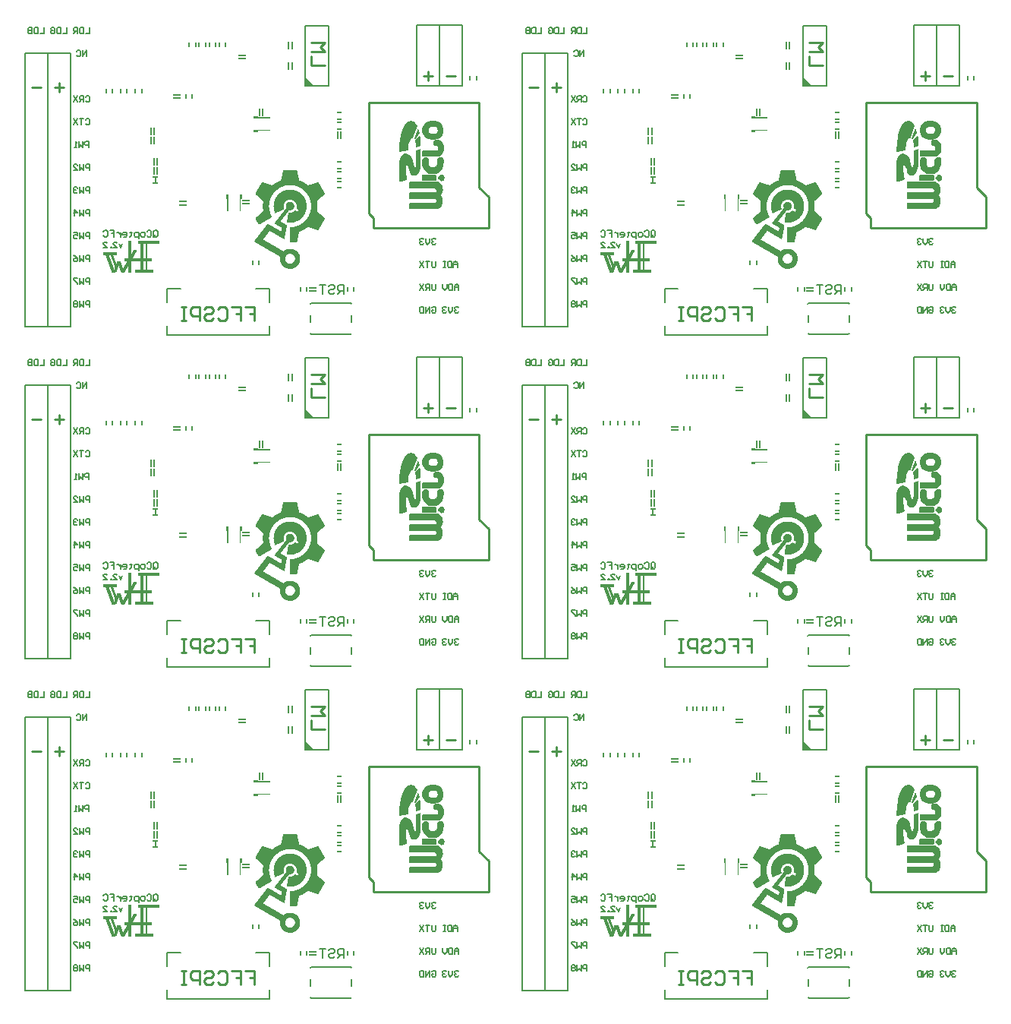
<source format=gbo>
%FSLAX25Y25*%
%MOIN*%
G70*
G01*
G75*
G04 Layer_Color=32896*
%ADD10C,0.04000*%
%ADD11C,0.04000*%
%ADD12R,0.04000X0.02800*%
%ADD13R,0.05400X0.04000*%
%ADD14C,0.02800*%
%ADD15O,0.01181X0.06496*%
%ADD16O,0.06496X0.01181*%
%ADD17R,0.09000X0.07000*%
%ADD18R,0.10000X0.03600*%
%ADD19R,0.05200X0.06000*%
%ADD20R,0.06000X0.09600*%
%ADD21R,0.03400X0.02800*%
%ADD22R,0.07000X0.04000*%
%ADD23R,0.01575X0.06400*%
%ADD24R,0.05512X0.03150*%
%ADD25C,0.01000*%
%ADD26C,0.02400*%
%ADD27C,0.02000*%
%ADD28C,0.01400*%
%ADD29C,0.01200*%
%ADD30C,0.01600*%
%ADD31C,0.00600*%
%ADD32C,0.13780*%
%ADD33R,0.05000X0.05000*%
%ADD34R,0.05000X0.05000*%
%ADD35C,0.03000*%
%ADD36O,0.04000X0.05000*%
%ADD37O,0.04000X0.07000*%
%ADD38C,0.02756*%
%ADD39C,0.02400*%
G04:AMPARAMS|DCode=40|XSize=157.48mil|YSize=94.49mil|CornerRadius=23.62mil|HoleSize=0mil|Usage=FLASHONLY|Rotation=270.000|XOffset=0mil|YOffset=0mil|HoleType=Round|Shape=RoundedRectangle|*
%AMROUNDEDRECTD40*
21,1,0.15748,0.04724,0,0,270.0*
21,1,0.11024,0.09449,0,0,270.0*
1,1,0.04724,-0.02362,-0.05512*
1,1,0.04724,-0.02362,0.05512*
1,1,0.04724,0.02362,0.05512*
1,1,0.04724,0.02362,-0.05512*
%
%ADD40ROUNDEDRECTD40*%
G04:AMPARAMS|DCode=41|XSize=37.4mil|YSize=94.49mil|CornerRadius=9.35mil|HoleSize=0mil|Usage=FLASHONLY|Rotation=270.000|XOffset=0mil|YOffset=0mil|HoleType=Round|Shape=RoundedRectangle|*
%AMROUNDEDRECTD41*
21,1,0.03740,0.07579,0,0,270.0*
21,1,0.01870,0.09449,0,0,270.0*
1,1,0.01870,-0.03789,-0.00935*
1,1,0.01870,-0.03789,0.00935*
1,1,0.01870,0.03789,0.00935*
1,1,0.01870,0.03789,-0.00935*
%
%ADD41ROUNDEDRECTD41*%
%ADD42R,0.01000X0.05000*%
%ADD43R,0.07200X0.08600*%
%ADD44R,0.02800X0.03400*%
%ADD45R,0.04400X0.03600*%
%ADD46R,0.03600X0.04400*%
%ADD47R,0.05600X0.04800*%
%ADD48R,0.06200X0.02800*%
%ADD49R,0.08600X0.04800*%
%ADD50R,0.05600X0.06200*%
%ADD51C,0.03000*%
%ADD52C,0.01900*%
%ADD53C,0.03800*%
%ADD54C,0.04500*%
%ADD55C,0.00022*%
%ADD56C,0.00787*%
%ADD57C,0.00800*%
%ADD58C,0.00500*%
%ADD59R,0.08500X0.02200*%
%ADD60R,0.03400X0.00600*%
%ADD61C,0.05000*%
%ADD62R,0.04200X0.03000*%
%ADD63R,0.05600X0.04200*%
%ADD64R,0.10200X0.03800*%
%ADD65R,0.05400X0.06200*%
%ADD66R,0.01200X0.05200*%
%ADD67R,0.07400X0.08800*%
%ADD68C,0.01500*%
%ADD69C,0.00044*%
%ADD70C,0.00563*%
G04:AMPARAMS|DCode=71|XSize=0mil|YSize=14mil|CornerRadius=0mil|HoleSize=0mil|Usage=FLASHONLY|Rotation=60.000|XOffset=0mil|YOffset=0mil|HoleType=Round|Shape=Rectangle|*
%AMROTATEDRECTD71*
4,1,4,0.00606,-0.00350,-0.00606,0.00350,-0.00606,0.00350,0.00606,-0.00350,0.00606,-0.00350,0.0*
%
%ADD71ROTATEDRECTD71*%

%ADD72R,0.01212X0.00700*%
%ADD73R,0.01400X0.13900*%
G04:AMPARAMS|DCode=74|XSize=10mil|YSize=64.85mil|CornerRadius=0mil|HoleSize=0mil|Usage=FLASHONLY|Rotation=200.000|XOffset=0mil|YOffset=0mil|HoleType=Round|Shape=Rectangle|*
%AMROTATEDRECTD74*
4,1,4,-0.00639,0.03218,0.01579,-0.02876,0.00639,-0.03218,-0.01579,0.02876,-0.00639,0.03218,0.0*
%
%ADD74ROTATEDRECTD74*%

%ADD75R,0.01000X0.13900*%
G04:AMPARAMS|DCode=76|XSize=47.24mil|YSize=14mil|CornerRadius=0mil|HoleSize=0mil|Usage=FLASHONLY|Rotation=290.000|XOffset=0mil|YOffset=0mil|HoleType=Round|Shape=Rectangle|*
%AMROTATEDRECTD76*
4,1,4,-0.01466,0.01980,-0.00150,0.02459,0.01466,-0.01980,0.00150,-0.02459,-0.01466,0.01980,0.0*
%
%ADD76ROTATEDRECTD76*%

G04:AMPARAMS|DCode=77|XSize=108mil|YSize=14mil|CornerRadius=0mil|HoleSize=0mil|Usage=FLASHONLY|Rotation=240.000|XOffset=0mil|YOffset=0mil|HoleType=Round|Shape=Rectangle|*
%AMROTATEDRECTD77*
4,1,4,0.02094,0.05027,0.03306,0.04327,-0.02094,-0.05027,-0.03306,-0.04327,0.02094,0.05027,0.0*
%
%ADD77ROTATEDRECTD77*%

%ADD78R,0.12400X0.01400*%
%ADD79R,0.07900X0.01400*%
%ADD80R,0.09400X0.01400*%
%ADD81R,0.01400X0.13900*%
%ADD82R,0.06400X0.01400*%
G04:AMPARAMS|DCode=83|XSize=47.59mil|YSize=12.42mil|CornerRadius=0mil|HoleSize=0mil|Usage=FLASHONLY|Rotation=250.000|XOffset=0mil|YOffset=0mil|HoleType=Round|Shape=Rectangle|*
%AMROTATEDRECTD83*
4,1,4,0.00230,0.02448,0.01397,0.02023,-0.00230,-0.02448,-0.01397,-0.02023,0.00230,0.02448,0.0*
%
%ADD83ROTATEDRECTD83*%

G04:AMPARAMS|DCode=84|XSize=87.74mil|YSize=14mil|CornerRadius=0mil|HoleSize=0mil|Usage=FLASHONLY|Rotation=290.000|XOffset=0mil|YOffset=0mil|HoleType=Round|Shape=Rectangle|*
%AMROTATEDRECTD84*
4,1,4,-0.02158,0.03883,-0.00843,0.04362,0.02158,-0.03883,0.00843,-0.04362,-0.02158,0.03883,0.0*
%
%ADD84ROTATEDRECTD84*%

%ADD85R,0.01539X0.01261*%
%ADD86R,0.01400X0.01402*%
%ADD87R,0.01800X0.01402*%
%ADD88R,0.00600X0.03400*%
%ADD89R,0.00600X0.02400*%
%ADD90R,0.02400X0.00600*%
G36*
X209711Y76666D02*
X209511Y75366D01*
X208911Y73566D01*
X208111Y72666D01*
X207511Y72266D01*
X206811Y72166D01*
X206211D01*
X205911Y72366D01*
X205311Y72866D01*
X204911Y73566D01*
X204611Y74766D01*
X203811Y76566D01*
X203611Y76866D01*
X203511Y76966D01*
X203411D01*
X203311Y76866D01*
X203211Y76666D01*
Y74166D01*
X203311Y73066D01*
X203511Y71566D01*
X203611Y70866D01*
X203511Y70466D01*
X203111Y70266D01*
X201411Y69566D01*
X200611Y69466D01*
X200211Y69666D01*
X200111Y69866D01*
Y77366D01*
X200211Y78366D01*
X200511Y79566D01*
X201111Y80766D01*
X201911Y81566D01*
X202711Y81866D01*
X203311D01*
X203911Y81666D01*
X204611Y81366D01*
X205111Y80866D01*
X205611Y80166D01*
X206111Y79066D01*
X206211Y78566D01*
X206511Y77366D01*
X206911Y76166D01*
X207011Y75966D01*
X207211Y75866D01*
X207411Y75966D01*
X207511Y76166D01*
X207611Y77166D01*
Y83171D01*
X209711Y83866D01*
Y76666D01*
D02*
G37*
G36*
X216611Y72166D02*
Y70266D01*
X216211Y69866D01*
X210411D01*
X210211Y70066D01*
Y72366D01*
X210411Y72566D01*
X216211D01*
X216611Y72166D01*
D02*
G37*
G36*
X218411Y87566D02*
X218811Y87266D01*
X219311Y86666D01*
X219711Y85966D01*
X219811Y85266D01*
Y83266D01*
X219611Y82566D01*
X219311Y81966D01*
X218911Y81466D01*
X218211Y80866D01*
X217811Y80666D01*
X217411Y80566D01*
X210511D01*
X210311Y80766D01*
Y82966D01*
X210511Y83166D01*
X216711D01*
X216911Y83266D01*
X217011Y83366D01*
X217111Y83566D01*
X217211Y83966D01*
Y84766D01*
X217111Y84966D01*
X216911Y85166D01*
X216611Y85266D01*
X216011D01*
X215811Y85366D01*
X215611Y85566D01*
X215411Y85866D01*
Y87066D01*
X215511Y87466D01*
X215811Y87766D01*
X216111Y87866D01*
X217711D01*
X218411Y87566D01*
D02*
G37*
G36*
X219211Y80166D02*
X219611Y79766D01*
X219811Y79066D01*
Y77766D01*
X219711Y76766D01*
X219511Y76166D01*
X219111Y75166D01*
X218611Y74466D01*
X217911Y73666D01*
X217011Y73166D01*
X216611Y72966D01*
X216311Y72866D01*
X213811D01*
X213411Y72966D01*
X213011Y73166D01*
X212611Y73466D01*
X212011Y73966D01*
X211511Y74466D01*
X210911Y75366D01*
X210611Y75966D01*
X210411Y76666D01*
X210311Y78066D01*
Y79066D01*
X210411Y79366D01*
X210611Y79666D01*
X211111Y80166D01*
X211711Y80266D01*
X212511Y80166D01*
X213011Y79766D01*
X213311Y79266D01*
Y77166D01*
X213711Y76366D01*
X214211Y75966D01*
X214811Y75866D01*
X215411D01*
X216211Y76166D01*
X216611Y76566D01*
X216911Y77166D01*
Y79066D01*
X217011Y79666D01*
X217311Y80066D01*
X217811Y80266D01*
X218411Y80366D01*
X218911D01*
X219211Y80166D01*
D02*
G37*
G36*
X131111Y61839D02*
X130711D01*
Y56524D01*
X130311D01*
Y63808D01*
X131111D01*
Y61839D01*
D02*
G37*
G36*
X125111Y56524D02*
X124711D01*
Y61839D01*
X124311D01*
Y63808D01*
X125111D01*
Y56524D01*
D02*
G37*
G36*
X94411Y71366D02*
X93511D01*
Y69166D01*
X94411D01*
Y68566D01*
X92011D01*
Y69166D01*
X92911D01*
Y71366D01*
X92011D01*
Y71966D01*
X94411D01*
Y71366D01*
D02*
G37*
G36*
X218111Y69066D02*
X218711Y68566D01*
X219111Y67866D01*
X219411Y67066D01*
X219511Y66066D01*
X219311Y64866D01*
X219011Y64166D01*
X218611Y63766D01*
Y63466D01*
X219011Y62766D01*
X219311Y62166D01*
X219411Y61066D01*
X219311Y59966D01*
X219011Y59066D01*
X218511Y58366D01*
X217811Y57766D01*
X217311Y57566D01*
X204911D01*
X204711Y57766D01*
Y60066D01*
X204914Y60269D01*
X212511Y60366D01*
X215911D01*
X216211Y60466D01*
X216511Y60766D01*
Y61566D01*
X216411Y61866D01*
X216311Y61966D01*
X215811Y62066D01*
X204911D01*
X204711Y62266D01*
Y64666D01*
X204911Y64866D01*
X216111D01*
X216311Y64966D01*
X216511Y65166D01*
X216611Y65366D01*
Y66066D01*
X216411Y66366D01*
X216011Y66566D01*
X204911D01*
X204711Y66766D01*
Y69266D01*
X204911Y69466D01*
X217111D01*
X218111Y69066D01*
D02*
G37*
G36*
X143553Y91766D02*
X138238D01*
Y91366D01*
X136269D01*
Y92166D01*
X143553D01*
Y91766D01*
D02*
G37*
G36*
X138238Y97766D02*
X143553D01*
Y97366D01*
X136269D01*
Y98166D01*
X138238D01*
Y97766D01*
D02*
G37*
G36*
X163030Y111677D02*
X159093D01*
Y115614D01*
X163030Y111677D01*
D02*
G37*
G36*
X217211Y95966D02*
X218011Y95466D01*
X218811Y94766D01*
X219411Y93866D01*
X219611Y92966D01*
Y91366D01*
X219211Y90066D01*
X218611Y89166D01*
X217911Y88466D01*
X217011Y88166D01*
X215611Y88066D01*
X214511D01*
X213211Y88166D01*
X212411Y88566D01*
X211711Y88966D01*
X211111Y89666D01*
X210711Y90466D01*
X210411Y91366D01*
Y92866D01*
X210711Y93666D01*
X211111Y94666D01*
X212011Y95566D01*
X212811Y95966D01*
X214211Y96166D01*
X216211D01*
X217211Y95966D01*
D02*
G37*
G36*
X209611Y88766D02*
X209685Y85158D01*
X207611Y84471D01*
Y86066D01*
X207411Y87466D01*
X209411Y89766D01*
X209611Y88766D01*
D02*
G37*
G36*
X206311Y96066D02*
X206811Y95766D01*
X207311Y95266D01*
X207911Y94566D01*
X208211Y93966D01*
X206411Y88766D01*
X206211Y88666D01*
X205911D01*
X205511Y88566D01*
X205111Y88066D01*
X204811Y87366D01*
X204511Y86566D01*
X204311Y85566D01*
X204211Y84166D01*
Y83466D01*
X204111Y83266D01*
X200411Y82466D01*
X200211Y82566D01*
Y83866D01*
X200311Y85866D01*
X200811Y89866D01*
X201911Y93066D01*
X202911Y94766D01*
X204111Y95766D01*
X205111Y96266D01*
X205911D01*
X206311Y96066D01*
D02*
G37*
G36*
X208711Y92666D02*
X209211Y90766D01*
X207182Y87925D01*
X207111Y88066D01*
X206811Y88466D01*
X208552Y93080D01*
X208711Y92666D01*
D02*
G37*
%LPC*%
G36*
X216011Y93666D02*
X214211D01*
X213611Y93366D01*
X213211Y92866D01*
X213111Y92266D01*
Y91566D01*
X213311Y91066D01*
X213611Y90866D01*
X214211Y90566D01*
X215111Y90466D01*
X215811D01*
X216311Y90666D01*
X216911Y91166D01*
X217111Y91766D01*
X217011Y92666D01*
X216811Y93166D01*
X216411Y93466D01*
X216011Y93666D01*
D02*
G37*
%LPD*%
G36*
X428215Y76666D02*
X428015Y75366D01*
X427415Y73566D01*
X426615Y72666D01*
X426015Y72266D01*
X425315Y72166D01*
X424715D01*
X424415Y72366D01*
X423815Y72866D01*
X423415Y73566D01*
X423115Y74766D01*
X422315Y76566D01*
X422115Y76866D01*
X422015Y76966D01*
X421915D01*
X421815Y76866D01*
X421715Y76666D01*
Y74166D01*
X421815Y73066D01*
X422015Y71566D01*
X422115Y70866D01*
X422015Y70466D01*
X421615Y70266D01*
X419915Y69566D01*
X419115Y69466D01*
X418715Y69666D01*
X418615Y69866D01*
Y77366D01*
X418715Y78366D01*
X419015Y79566D01*
X419615Y80766D01*
X420415Y81566D01*
X421215Y81866D01*
X421815D01*
X422415Y81666D01*
X423115Y81366D01*
X423615Y80866D01*
X424115Y80166D01*
X424615Y79066D01*
X424715Y78566D01*
X425015Y77366D01*
X425415Y76166D01*
X425515Y75966D01*
X425715Y75866D01*
X425915Y75966D01*
X426015Y76166D01*
X426115Y77166D01*
Y83171D01*
X428215Y83866D01*
Y76666D01*
D02*
G37*
G36*
X435115Y72166D02*
Y70266D01*
X434715Y69866D01*
X428915D01*
X428715Y70066D01*
Y72366D01*
X428915Y72566D01*
X434715D01*
X435115Y72166D01*
D02*
G37*
G36*
X436915Y87566D02*
X437315Y87266D01*
X437815Y86666D01*
X438215Y85966D01*
X438315Y85266D01*
Y83266D01*
X438115Y82566D01*
X437815Y81966D01*
X437415Y81466D01*
X436715Y80866D01*
X436315Y80666D01*
X435915Y80566D01*
X429015D01*
X428815Y80766D01*
Y82966D01*
X429015Y83166D01*
X435215D01*
X435415Y83266D01*
X435515Y83366D01*
X435615Y83566D01*
X435715Y83966D01*
Y84766D01*
X435615Y84966D01*
X435415Y85166D01*
X435115Y85266D01*
X434515D01*
X434315Y85366D01*
X434115Y85566D01*
X433915Y85866D01*
Y87066D01*
X434015Y87466D01*
X434315Y87766D01*
X434615Y87866D01*
X436215D01*
X436915Y87566D01*
D02*
G37*
G36*
X437715Y80166D02*
X438115Y79766D01*
X438315Y79066D01*
Y77766D01*
X438215Y76766D01*
X438015Y76166D01*
X437615Y75166D01*
X437115Y74466D01*
X436415Y73666D01*
X435515Y73166D01*
X435115Y72966D01*
X434815Y72866D01*
X432315D01*
X431915Y72966D01*
X431515Y73166D01*
X431115Y73466D01*
X430515Y73966D01*
X430015Y74466D01*
X429415Y75366D01*
X429115Y75966D01*
X428915Y76666D01*
X428815Y78066D01*
Y79066D01*
X428915Y79366D01*
X429115Y79666D01*
X429615Y80166D01*
X430215Y80266D01*
X431015Y80166D01*
X431515Y79766D01*
X431815Y79266D01*
Y77166D01*
X432215Y76366D01*
X432715Y75966D01*
X433315Y75866D01*
X433915D01*
X434715Y76166D01*
X435115Y76566D01*
X435415Y77166D01*
Y79066D01*
X435515Y79666D01*
X435815Y80066D01*
X436315Y80266D01*
X436915Y80366D01*
X437415D01*
X437715Y80166D01*
D02*
G37*
G36*
X349615Y61839D02*
X349215D01*
Y56524D01*
X348815D01*
Y63808D01*
X349615D01*
Y61839D01*
D02*
G37*
G36*
X343615Y56524D02*
X343215D01*
Y61839D01*
X342815D01*
Y63808D01*
X343615D01*
Y56524D01*
D02*
G37*
G36*
X312915Y71366D02*
X312015D01*
Y69166D01*
X312915D01*
Y68566D01*
X310515D01*
Y69166D01*
X311415D01*
Y71366D01*
X310515D01*
Y71966D01*
X312915D01*
Y71366D01*
D02*
G37*
G36*
X436615Y69066D02*
X437215Y68566D01*
X437615Y67866D01*
X437915Y67066D01*
X438015Y66066D01*
X437815Y64866D01*
X437515Y64166D01*
X437115Y63766D01*
Y63466D01*
X437515Y62766D01*
X437815Y62166D01*
X437915Y61066D01*
X437815Y59966D01*
X437515Y59066D01*
X437015Y58366D01*
X436315Y57766D01*
X435815Y57566D01*
X423415D01*
X423215Y57766D01*
Y60066D01*
X423418Y60269D01*
X431015Y60366D01*
X434415D01*
X434715Y60466D01*
X435015Y60766D01*
Y61566D01*
X434915Y61866D01*
X434815Y61966D01*
X434315Y62066D01*
X423415D01*
X423215Y62266D01*
Y64666D01*
X423415Y64866D01*
X434615D01*
X434815Y64966D01*
X435015Y65166D01*
X435115Y65366D01*
Y66066D01*
X434915Y66366D01*
X434515Y66566D01*
X423415D01*
X423215Y66766D01*
Y69266D01*
X423415Y69466D01*
X435615D01*
X436615Y69066D01*
D02*
G37*
G36*
X362057Y91766D02*
X356742D01*
Y91366D01*
X354773D01*
Y92166D01*
X362057D01*
Y91766D01*
D02*
G37*
G36*
X356742Y97766D02*
X362057D01*
Y97366D01*
X354773D01*
Y98166D01*
X356742D01*
Y97766D01*
D02*
G37*
G36*
X381534Y111677D02*
X377597D01*
Y115614D01*
X381534Y111677D01*
D02*
G37*
G36*
X435715Y95966D02*
X436515Y95466D01*
X437315Y94766D01*
X437915Y93866D01*
X438115Y92966D01*
Y91366D01*
X437715Y90066D01*
X437115Y89166D01*
X436415Y88466D01*
X435515Y88166D01*
X434115Y88066D01*
X433015D01*
X431715Y88166D01*
X430915Y88566D01*
X430215Y88966D01*
X429615Y89666D01*
X429215Y90466D01*
X428915Y91366D01*
Y92866D01*
X429215Y93666D01*
X429615Y94666D01*
X430515Y95566D01*
X431315Y95966D01*
X432715Y96166D01*
X434715D01*
X435715Y95966D01*
D02*
G37*
G36*
X428115Y88766D02*
X428189Y85158D01*
X426115Y84471D01*
Y86066D01*
X425915Y87466D01*
X427915Y89766D01*
X428115Y88766D01*
D02*
G37*
G36*
X424815Y96066D02*
X425315Y95766D01*
X425815Y95266D01*
X426415Y94566D01*
X426715Y93966D01*
X424915Y88766D01*
X424715Y88666D01*
X424415D01*
X424015Y88566D01*
X423615Y88066D01*
X423315Y87366D01*
X423015Y86566D01*
X422815Y85566D01*
X422715Y84166D01*
Y83466D01*
X422615Y83266D01*
X418915Y82466D01*
X418715Y82566D01*
Y83866D01*
X418815Y85866D01*
X419315Y89866D01*
X420415Y93066D01*
X421415Y94766D01*
X422615Y95766D01*
X423615Y96266D01*
X424415D01*
X424815Y96066D01*
D02*
G37*
G36*
X427215Y92666D02*
X427715Y90766D01*
X425685Y87925D01*
X425615Y88066D01*
X425315Y88466D01*
X427056Y93080D01*
X427215Y92666D01*
D02*
G37*
%LPC*%
G36*
X434515Y93666D02*
X432715D01*
X432115Y93366D01*
X431715Y92866D01*
X431615Y92266D01*
Y91566D01*
X431815Y91066D01*
X432115Y90866D01*
X432715Y90566D01*
X433615Y90466D01*
X434315D01*
X434815Y90666D01*
X435415Y91166D01*
X435615Y91766D01*
X435515Y92666D01*
X435315Y93166D01*
X434915Y93466D01*
X434515Y93666D01*
D02*
G37*
%LPD*%
G36*
X209711Y222336D02*
X209511Y221036D01*
X208911Y219235D01*
X208111Y218336D01*
X207511Y217935D01*
X206811Y217835D01*
X206211D01*
X205911Y218036D01*
X205311Y218535D01*
X204911Y219235D01*
X204611Y220436D01*
X203811Y222235D01*
X203611Y222535D01*
X203511Y222636D01*
X203411D01*
X203311Y222535D01*
X203211Y222336D01*
Y219835D01*
X203311Y218736D01*
X203511Y217235D01*
X203611Y216535D01*
X203511Y216136D01*
X203111Y215935D01*
X201411Y215235D01*
X200611Y215136D01*
X200211Y215335D01*
X200111Y215535D01*
Y223036D01*
X200211Y224036D01*
X200511Y225236D01*
X201111Y226435D01*
X201911Y227236D01*
X202711Y227536D01*
X203311D01*
X203911Y227336D01*
X204611Y227035D01*
X205111Y226536D01*
X205611Y225835D01*
X206111Y224735D01*
X206211Y224236D01*
X206511Y223036D01*
X206911Y221835D01*
X207011Y221636D01*
X207211Y221535D01*
X207411Y221636D01*
X207511Y221835D01*
X207611Y222835D01*
Y228840D01*
X209711Y229536D01*
Y222336D01*
D02*
G37*
G36*
X216611Y217835D02*
Y215935D01*
X216211Y215535D01*
X210411D01*
X210211Y215736D01*
Y218036D01*
X210411Y218235D01*
X216211D01*
X216611Y217835D01*
D02*
G37*
G36*
X218411Y233236D02*
X218811Y232936D01*
X219311Y232335D01*
X219711Y231635D01*
X219811Y230936D01*
Y228936D01*
X219611Y228236D01*
X219311Y227636D01*
X218911Y227135D01*
X218211Y226536D01*
X217811Y226336D01*
X217411Y226236D01*
X210511D01*
X210311Y226435D01*
Y228636D01*
X210511Y228836D01*
X216711D01*
X216911Y228936D01*
X217011Y229035D01*
X217111Y229236D01*
X217211Y229636D01*
Y230435D01*
X217111Y230635D01*
X216911Y230836D01*
X216611Y230936D01*
X216011D01*
X215811Y231035D01*
X215611Y231236D01*
X215411Y231536D01*
Y232735D01*
X215511Y233136D01*
X215811Y233436D01*
X216111Y233536D01*
X217711D01*
X218411Y233236D01*
D02*
G37*
G36*
X219211Y225835D02*
X219611Y225435D01*
X219811Y224735D01*
Y223435D01*
X219711Y222435D01*
X219511Y221835D01*
X219111Y220835D01*
X218611Y220135D01*
X217911Y219336D01*
X217011Y218835D01*
X216611Y218636D01*
X216311Y218535D01*
X213811D01*
X213411Y218636D01*
X213011Y218835D01*
X212611Y219135D01*
X212011Y219636D01*
X211511Y220135D01*
X210911Y221036D01*
X210611Y221636D01*
X210411Y222336D01*
X210311Y223735D01*
Y224735D01*
X210411Y225036D01*
X210611Y225336D01*
X211111Y225835D01*
X211711Y225936D01*
X212511Y225835D01*
X213011Y225435D01*
X213311Y224936D01*
Y222835D01*
X213711Y222036D01*
X214211Y221636D01*
X214811Y221535D01*
X215411D01*
X216211Y221835D01*
X216611Y222235D01*
X216911Y222835D01*
Y224735D01*
X217011Y225336D01*
X217311Y225735D01*
X217811Y225936D01*
X218411Y226035D01*
X218911D01*
X219211Y225835D01*
D02*
G37*
G36*
X131111Y207509D02*
X130711D01*
Y202194D01*
X130311D01*
Y209477D01*
X131111D01*
Y207509D01*
D02*
G37*
G36*
X125111Y202194D02*
X124711D01*
Y207509D01*
X124311D01*
Y209477D01*
X125111D01*
Y202194D01*
D02*
G37*
G36*
X94411Y217036D02*
X93511D01*
Y214836D01*
X94411D01*
Y214235D01*
X92011D01*
Y214836D01*
X92911D01*
Y217036D01*
X92011D01*
Y217635D01*
X94411D01*
Y217036D01*
D02*
G37*
G36*
X218111Y214736D02*
X218711Y214235D01*
X219111Y213535D01*
X219411Y212736D01*
X219511Y211736D01*
X219311Y210536D01*
X219011Y209836D01*
X218611Y209436D01*
Y209136D01*
X219011Y208436D01*
X219311Y207836D01*
X219411Y206735D01*
X219311Y205635D01*
X219011Y204735D01*
X218511Y204035D01*
X217811Y203435D01*
X217311Y203236D01*
X204911D01*
X204711Y203435D01*
Y205735D01*
X204914Y205938D01*
X212511Y206035D01*
X215911D01*
X216211Y206136D01*
X216511Y206435D01*
Y207236D01*
X216411Y207536D01*
X216311Y207635D01*
X215811Y207735D01*
X204911D01*
X204711Y207936D01*
Y210335D01*
X204911Y210536D01*
X216111D01*
X216311Y210635D01*
X216511Y210836D01*
X216611Y211035D01*
Y211736D01*
X216411Y212035D01*
X216011Y212235D01*
X204911D01*
X204711Y212436D01*
Y214935D01*
X204911Y215136D01*
X217111D01*
X218111Y214736D01*
D02*
G37*
G36*
X143553Y237436D02*
X138238D01*
Y237035D01*
X136269D01*
Y237836D01*
X143553D01*
Y237436D01*
D02*
G37*
G36*
X138238Y243436D02*
X143553D01*
Y243036D01*
X136269D01*
Y243835D01*
X138238D01*
Y243436D01*
D02*
G37*
G36*
X163030Y257347D02*
X159093D01*
Y261283D01*
X163030Y257347D01*
D02*
G37*
G36*
X217211Y241635D02*
X218011Y241136D01*
X218811Y240436D01*
X219411Y239535D01*
X219611Y238635D01*
Y237035D01*
X219211Y235736D01*
X218611Y234836D01*
X217911Y234136D01*
X217011Y233836D01*
X215611Y233735D01*
X214511D01*
X213211Y233836D01*
X212411Y234236D01*
X211711Y234635D01*
X211111Y235335D01*
X210711Y236136D01*
X210411Y237035D01*
Y238535D01*
X210711Y239335D01*
X211111Y240335D01*
X212011Y241235D01*
X212811Y241635D01*
X214211Y241835D01*
X216211D01*
X217211Y241635D01*
D02*
G37*
G36*
X209611Y234436D02*
X209685Y230827D01*
X207611Y230140D01*
Y231735D01*
X207411Y233136D01*
X209411Y235436D01*
X209611Y234436D01*
D02*
G37*
G36*
X206311Y241736D02*
X206811Y241436D01*
X207311Y240935D01*
X207911Y240235D01*
X208211Y239635D01*
X206411Y234436D01*
X206211Y234335D01*
X205911D01*
X205511Y234236D01*
X205111Y233735D01*
X204811Y233035D01*
X204511Y232236D01*
X204311Y231236D01*
X204211Y229836D01*
Y229135D01*
X204111Y228936D01*
X200411Y228135D01*
X200211Y228236D01*
Y229536D01*
X200311Y231536D01*
X200811Y235536D01*
X201911Y238736D01*
X202911Y240436D01*
X204111Y241436D01*
X205111Y241935D01*
X205911D01*
X206311Y241736D01*
D02*
G37*
G36*
X208711Y238335D02*
X209211Y236436D01*
X207182Y233595D01*
X207111Y233735D01*
X206811Y234136D01*
X208552Y238749D01*
X208711Y238335D01*
D02*
G37*
%LPC*%
G36*
X216011Y239335D02*
X214211D01*
X213611Y239036D01*
X213211Y238535D01*
X213111Y237935D01*
Y237235D01*
X213311Y236736D01*
X213611Y236536D01*
X214211Y236235D01*
X215111Y236136D01*
X215811D01*
X216311Y236335D01*
X216911Y236836D01*
X217111Y237436D01*
X217011Y238335D01*
X216811Y238836D01*
X216411Y239136D01*
X216011Y239335D01*
D02*
G37*
%LPD*%
G36*
X428215Y222336D02*
X428015Y221036D01*
X427415Y219235D01*
X426615Y218336D01*
X426015Y217935D01*
X425315Y217835D01*
X424715D01*
X424415Y218036D01*
X423815Y218535D01*
X423415Y219235D01*
X423115Y220436D01*
X422315Y222235D01*
X422115Y222535D01*
X422015Y222636D01*
X421915D01*
X421815Y222535D01*
X421715Y222336D01*
Y219835D01*
X421815Y218736D01*
X422015Y217235D01*
X422115Y216535D01*
X422015Y216136D01*
X421615Y215935D01*
X419915Y215235D01*
X419115Y215136D01*
X418715Y215335D01*
X418615Y215535D01*
Y223036D01*
X418715Y224036D01*
X419015Y225236D01*
X419615Y226435D01*
X420415Y227236D01*
X421215Y227536D01*
X421815D01*
X422415Y227336D01*
X423115Y227035D01*
X423615Y226536D01*
X424115Y225835D01*
X424615Y224735D01*
X424715Y224236D01*
X425015Y223036D01*
X425415Y221835D01*
X425515Y221636D01*
X425715Y221535D01*
X425915Y221636D01*
X426015Y221835D01*
X426115Y222835D01*
Y228840D01*
X428215Y229536D01*
Y222336D01*
D02*
G37*
G36*
X435115Y217835D02*
Y215935D01*
X434715Y215535D01*
X428915D01*
X428715Y215736D01*
Y218036D01*
X428915Y218235D01*
X434715D01*
X435115Y217835D01*
D02*
G37*
G36*
X436915Y233236D02*
X437315Y232936D01*
X437815Y232335D01*
X438215Y231635D01*
X438315Y230936D01*
Y228936D01*
X438115Y228236D01*
X437815Y227636D01*
X437415Y227135D01*
X436715Y226536D01*
X436315Y226336D01*
X435915Y226236D01*
X429015D01*
X428815Y226435D01*
Y228636D01*
X429015Y228836D01*
X435215D01*
X435415Y228936D01*
X435515Y229035D01*
X435615Y229236D01*
X435715Y229636D01*
Y230435D01*
X435615Y230635D01*
X435415Y230836D01*
X435115Y230936D01*
X434515D01*
X434315Y231035D01*
X434115Y231236D01*
X433915Y231536D01*
Y232735D01*
X434015Y233136D01*
X434315Y233436D01*
X434615Y233536D01*
X436215D01*
X436915Y233236D01*
D02*
G37*
G36*
X437715Y225835D02*
X438115Y225435D01*
X438315Y224735D01*
Y223435D01*
X438215Y222435D01*
X438015Y221835D01*
X437615Y220835D01*
X437115Y220135D01*
X436415Y219336D01*
X435515Y218835D01*
X435115Y218636D01*
X434815Y218535D01*
X432315D01*
X431915Y218636D01*
X431515Y218835D01*
X431115Y219135D01*
X430515Y219636D01*
X430015Y220135D01*
X429415Y221036D01*
X429115Y221636D01*
X428915Y222336D01*
X428815Y223735D01*
Y224735D01*
X428915Y225036D01*
X429115Y225336D01*
X429615Y225835D01*
X430215Y225936D01*
X431015Y225835D01*
X431515Y225435D01*
X431815Y224936D01*
Y222835D01*
X432215Y222036D01*
X432715Y221636D01*
X433315Y221535D01*
X433915D01*
X434715Y221835D01*
X435115Y222235D01*
X435415Y222835D01*
Y224735D01*
X435515Y225336D01*
X435815Y225735D01*
X436315Y225936D01*
X436915Y226035D01*
X437415D01*
X437715Y225835D01*
D02*
G37*
G36*
X349615Y207509D02*
X349215D01*
Y202194D01*
X348815D01*
Y209477D01*
X349615D01*
Y207509D01*
D02*
G37*
G36*
X343615Y202194D02*
X343215D01*
Y207509D01*
X342815D01*
Y209477D01*
X343615D01*
Y202194D01*
D02*
G37*
G36*
X312915Y217036D02*
X312015D01*
Y214836D01*
X312915D01*
Y214235D01*
X310515D01*
Y214836D01*
X311415D01*
Y217036D01*
X310515D01*
Y217635D01*
X312915D01*
Y217036D01*
D02*
G37*
G36*
X436615Y214736D02*
X437215Y214235D01*
X437615Y213535D01*
X437915Y212736D01*
X438015Y211736D01*
X437815Y210536D01*
X437515Y209836D01*
X437115Y209436D01*
Y209136D01*
X437515Y208436D01*
X437815Y207836D01*
X437915Y206735D01*
X437815Y205635D01*
X437515Y204735D01*
X437015Y204035D01*
X436315Y203435D01*
X435815Y203236D01*
X423415D01*
X423215Y203435D01*
Y205735D01*
X423418Y205938D01*
X431015Y206035D01*
X434415D01*
X434715Y206136D01*
X435015Y206435D01*
Y207236D01*
X434915Y207536D01*
X434815Y207635D01*
X434315Y207735D01*
X423415D01*
X423215Y207936D01*
Y210335D01*
X423415Y210536D01*
X434615D01*
X434815Y210635D01*
X435015Y210836D01*
X435115Y211035D01*
Y211736D01*
X434915Y212035D01*
X434515Y212235D01*
X423415D01*
X423215Y212436D01*
Y214935D01*
X423415Y215136D01*
X435615D01*
X436615Y214736D01*
D02*
G37*
G36*
X362057Y237436D02*
X356742D01*
Y237035D01*
X354773D01*
Y237836D01*
X362057D01*
Y237436D01*
D02*
G37*
G36*
X356742Y243436D02*
X362057D01*
Y243036D01*
X354773D01*
Y243835D01*
X356742D01*
Y243436D01*
D02*
G37*
G36*
X381534Y257347D02*
X377597D01*
Y261283D01*
X381534Y257347D01*
D02*
G37*
G36*
X435715Y241635D02*
X436515Y241136D01*
X437315Y240436D01*
X437915Y239535D01*
X438115Y238635D01*
Y237035D01*
X437715Y235736D01*
X437115Y234836D01*
X436415Y234136D01*
X435515Y233836D01*
X434115Y233735D01*
X433015D01*
X431715Y233836D01*
X430915Y234236D01*
X430215Y234635D01*
X429615Y235335D01*
X429215Y236136D01*
X428915Y237035D01*
Y238535D01*
X429215Y239335D01*
X429615Y240335D01*
X430515Y241235D01*
X431315Y241635D01*
X432715Y241835D01*
X434715D01*
X435715Y241635D01*
D02*
G37*
G36*
X428115Y234436D02*
X428189Y230827D01*
X426115Y230140D01*
Y231735D01*
X425915Y233136D01*
X427915Y235436D01*
X428115Y234436D01*
D02*
G37*
G36*
X424815Y241736D02*
X425315Y241436D01*
X425815Y240935D01*
X426415Y240235D01*
X426715Y239635D01*
X424915Y234436D01*
X424715Y234335D01*
X424415D01*
X424015Y234236D01*
X423615Y233735D01*
X423315Y233035D01*
X423015Y232236D01*
X422815Y231236D01*
X422715Y229836D01*
Y229135D01*
X422615Y228936D01*
X418915Y228135D01*
X418715Y228236D01*
Y229536D01*
X418815Y231536D01*
X419315Y235536D01*
X420415Y238736D01*
X421415Y240436D01*
X422615Y241436D01*
X423615Y241935D01*
X424415D01*
X424815Y241736D01*
D02*
G37*
G36*
X427215Y238335D02*
X427715Y236436D01*
X425685Y233595D01*
X425615Y233735D01*
X425315Y234136D01*
X427056Y238749D01*
X427215Y238335D01*
D02*
G37*
%LPC*%
G36*
X434515Y239335D02*
X432715D01*
X432115Y239036D01*
X431715Y238535D01*
X431615Y237935D01*
Y237235D01*
X431815Y236736D01*
X432115Y236536D01*
X432715Y236235D01*
X433615Y236136D01*
X434315D01*
X434815Y236335D01*
X435415Y236836D01*
X435615Y237436D01*
X435515Y238335D01*
X435315Y238836D01*
X434915Y239136D01*
X434515Y239335D01*
D02*
G37*
%LPD*%
G36*
X209711Y368005D02*
X209511Y366705D01*
X208911Y364905D01*
X208111Y364005D01*
X207511Y363605D01*
X206811Y363505D01*
X206211D01*
X205911Y363705D01*
X205311Y364205D01*
X204911Y364905D01*
X204611Y366105D01*
X203811Y367905D01*
X203611Y368205D01*
X203511Y368305D01*
X203411D01*
X203311Y368205D01*
X203211Y368005D01*
Y365505D01*
X203311Y364405D01*
X203511Y362905D01*
X203611Y362205D01*
X203511Y361805D01*
X203111Y361605D01*
X201411Y360905D01*
X200611Y360805D01*
X200211Y361005D01*
X200111Y361205D01*
Y368705D01*
X200211Y369705D01*
X200511Y370905D01*
X201111Y372105D01*
X201911Y372905D01*
X202711Y373205D01*
X203311D01*
X203911Y373005D01*
X204611Y372705D01*
X205111Y372205D01*
X205611Y371505D01*
X206111Y370405D01*
X206211Y369905D01*
X206511Y368705D01*
X206911Y367505D01*
X207011Y367305D01*
X207211Y367205D01*
X207411Y367305D01*
X207511Y367505D01*
X207611Y368505D01*
Y374510D01*
X209711Y375205D01*
Y368005D01*
D02*
G37*
G36*
X216611Y363505D02*
Y361605D01*
X216211Y361205D01*
X210411D01*
X210211Y361405D01*
Y363705D01*
X210411Y363905D01*
X216211D01*
X216611Y363505D01*
D02*
G37*
G36*
X218411Y378905D02*
X218811Y378605D01*
X219311Y378005D01*
X219711Y377305D01*
X219811Y376605D01*
Y374605D01*
X219611Y373905D01*
X219311Y373305D01*
X218911Y372805D01*
X218211Y372205D01*
X217811Y372005D01*
X217411Y371905D01*
X210511D01*
X210311Y372105D01*
Y374305D01*
X210511Y374505D01*
X216711D01*
X216911Y374605D01*
X217011Y374705D01*
X217111Y374905D01*
X217211Y375305D01*
Y376105D01*
X217111Y376305D01*
X216911Y376505D01*
X216611Y376605D01*
X216011D01*
X215811Y376705D01*
X215611Y376905D01*
X215411Y377205D01*
Y378405D01*
X215511Y378805D01*
X215811Y379105D01*
X216111Y379205D01*
X217711D01*
X218411Y378905D01*
D02*
G37*
G36*
X219211Y371505D02*
X219611Y371105D01*
X219811Y370405D01*
Y369105D01*
X219711Y368105D01*
X219511Y367505D01*
X219111Y366505D01*
X218611Y365805D01*
X217911Y365005D01*
X217011Y364505D01*
X216611Y364305D01*
X216311Y364205D01*
X213811D01*
X213411Y364305D01*
X213011Y364505D01*
X212611Y364805D01*
X212011Y365305D01*
X211511Y365805D01*
X210911Y366705D01*
X210611Y367305D01*
X210411Y368005D01*
X210311Y369405D01*
Y370405D01*
X210411Y370705D01*
X210611Y371005D01*
X211111Y371505D01*
X211711Y371605D01*
X212511Y371505D01*
X213011Y371105D01*
X213311Y370605D01*
Y368505D01*
X213711Y367705D01*
X214211Y367305D01*
X214811Y367205D01*
X215411D01*
X216211Y367505D01*
X216611Y367905D01*
X216911Y368505D01*
Y370405D01*
X217011Y371005D01*
X217311Y371405D01*
X217811Y371605D01*
X218411Y371705D01*
X218911D01*
X219211Y371505D01*
D02*
G37*
G36*
X131111Y353178D02*
X130711D01*
Y347863D01*
X130311D01*
Y355147D01*
X131111D01*
Y353178D01*
D02*
G37*
G36*
X125111Y347863D02*
X124711D01*
Y353178D01*
X124311D01*
Y355147D01*
X125111D01*
Y347863D01*
D02*
G37*
G36*
X94411Y362705D02*
X93511D01*
Y360505D01*
X94411D01*
Y359905D01*
X92011D01*
Y360505D01*
X92911D01*
Y362705D01*
X92011D01*
Y363305D01*
X94411D01*
Y362705D01*
D02*
G37*
G36*
X218111Y360405D02*
X218711Y359905D01*
X219111Y359205D01*
X219411Y358405D01*
X219511Y357405D01*
X219311Y356205D01*
X219011Y355505D01*
X218611Y355105D01*
Y354805D01*
X219011Y354105D01*
X219311Y353505D01*
X219411Y352405D01*
X219311Y351305D01*
X219011Y350405D01*
X218511Y349705D01*
X217811Y349105D01*
X217311Y348905D01*
X204911D01*
X204711Y349105D01*
Y351405D01*
X204914Y351607D01*
X212511Y351705D01*
X215911D01*
X216211Y351805D01*
X216511Y352105D01*
Y352905D01*
X216411Y353205D01*
X216311Y353305D01*
X215811Y353405D01*
X204911D01*
X204711Y353605D01*
Y356005D01*
X204911Y356205D01*
X216111D01*
X216311Y356305D01*
X216511Y356505D01*
X216611Y356705D01*
Y357405D01*
X216411Y357705D01*
X216011Y357905D01*
X204911D01*
X204711Y358105D01*
Y360605D01*
X204911Y360805D01*
X217111D01*
X218111Y360405D01*
D02*
G37*
G36*
X143553Y383105D02*
X138238D01*
Y382705D01*
X136269D01*
Y383505D01*
X143553D01*
Y383105D01*
D02*
G37*
G36*
X138238Y389105D02*
X143553D01*
Y388705D01*
X136269D01*
Y389505D01*
X138238D01*
Y389105D01*
D02*
G37*
G36*
X163030Y403016D02*
X159093D01*
Y406953D01*
X163030Y403016D01*
D02*
G37*
G36*
X217211Y387305D02*
X218011Y386805D01*
X218811Y386105D01*
X219411Y385205D01*
X219611Y384305D01*
Y382705D01*
X219211Y381405D01*
X218611Y380505D01*
X217911Y379805D01*
X217011Y379505D01*
X215611Y379405D01*
X214511D01*
X213211Y379505D01*
X212411Y379905D01*
X211711Y380305D01*
X211111Y381005D01*
X210711Y381805D01*
X210411Y382705D01*
Y384205D01*
X210711Y385005D01*
X211111Y386005D01*
X212011Y386905D01*
X212811Y387305D01*
X214211Y387505D01*
X216211D01*
X217211Y387305D01*
D02*
G37*
G36*
X209611Y380105D02*
X209685Y376496D01*
X207611Y375810D01*
Y377405D01*
X207411Y378805D01*
X209411Y381105D01*
X209611Y380105D01*
D02*
G37*
G36*
X206311Y387405D02*
X206811Y387105D01*
X207311Y386605D01*
X207911Y385905D01*
X208211Y385305D01*
X206411Y380105D01*
X206211Y380005D01*
X205911D01*
X205511Y379905D01*
X205111Y379405D01*
X204811Y378705D01*
X204511Y377905D01*
X204311Y376905D01*
X204211Y375505D01*
Y374805D01*
X204111Y374605D01*
X200411Y373805D01*
X200211Y373905D01*
Y375205D01*
X200311Y377205D01*
X200811Y381205D01*
X201911Y384405D01*
X202911Y386105D01*
X204111Y387105D01*
X205111Y387605D01*
X205911D01*
X206311Y387405D01*
D02*
G37*
G36*
X208711Y384005D02*
X209211Y382105D01*
X207182Y379264D01*
X207111Y379405D01*
X206811Y379805D01*
X208552Y384418D01*
X208711Y384005D01*
D02*
G37*
%LPC*%
G36*
X216011Y385005D02*
X214211D01*
X213611Y384705D01*
X213211Y384205D01*
X213111Y383605D01*
Y382905D01*
X213311Y382405D01*
X213611Y382205D01*
X214211Y381905D01*
X215111Y381805D01*
X215811D01*
X216311Y382005D01*
X216911Y382505D01*
X217111Y383105D01*
X217011Y384005D01*
X216811Y384505D01*
X216411Y384805D01*
X216011Y385005D01*
D02*
G37*
%LPD*%
G36*
X428215Y368005D02*
X428015Y366705D01*
X427415Y364905D01*
X426615Y364005D01*
X426015Y363605D01*
X425315Y363505D01*
X424715D01*
X424415Y363705D01*
X423815Y364205D01*
X423415Y364905D01*
X423115Y366105D01*
X422315Y367905D01*
X422115Y368205D01*
X422015Y368305D01*
X421915D01*
X421815Y368205D01*
X421715Y368005D01*
Y365505D01*
X421815Y364405D01*
X422015Y362905D01*
X422115Y362205D01*
X422015Y361805D01*
X421615Y361605D01*
X419915Y360905D01*
X419115Y360805D01*
X418715Y361005D01*
X418615Y361205D01*
Y368705D01*
X418715Y369705D01*
X419015Y370905D01*
X419615Y372105D01*
X420415Y372905D01*
X421215Y373205D01*
X421815D01*
X422415Y373005D01*
X423115Y372705D01*
X423615Y372205D01*
X424115Y371505D01*
X424615Y370405D01*
X424715Y369905D01*
X425015Y368705D01*
X425415Y367505D01*
X425515Y367305D01*
X425715Y367205D01*
X425915Y367305D01*
X426015Y367505D01*
X426115Y368505D01*
Y374510D01*
X428215Y375205D01*
Y368005D01*
D02*
G37*
G36*
X435115Y363505D02*
Y361605D01*
X434715Y361205D01*
X428915D01*
X428715Y361405D01*
Y363705D01*
X428915Y363905D01*
X434715D01*
X435115Y363505D01*
D02*
G37*
G36*
X436915Y378905D02*
X437315Y378605D01*
X437815Y378005D01*
X438215Y377305D01*
X438315Y376605D01*
Y374605D01*
X438115Y373905D01*
X437815Y373305D01*
X437415Y372805D01*
X436715Y372205D01*
X436315Y372005D01*
X435915Y371905D01*
X429015D01*
X428815Y372105D01*
Y374305D01*
X429015Y374505D01*
X435215D01*
X435415Y374605D01*
X435515Y374705D01*
X435615Y374905D01*
X435715Y375305D01*
Y376105D01*
X435615Y376305D01*
X435415Y376505D01*
X435115Y376605D01*
X434515D01*
X434315Y376705D01*
X434115Y376905D01*
X433915Y377205D01*
Y378405D01*
X434015Y378805D01*
X434315Y379105D01*
X434615Y379205D01*
X436215D01*
X436915Y378905D01*
D02*
G37*
G36*
X437715Y371505D02*
X438115Y371105D01*
X438315Y370405D01*
Y369105D01*
X438215Y368105D01*
X438015Y367505D01*
X437615Y366505D01*
X437115Y365805D01*
X436415Y365005D01*
X435515Y364505D01*
X435115Y364305D01*
X434815Y364205D01*
X432315D01*
X431915Y364305D01*
X431515Y364505D01*
X431115Y364805D01*
X430515Y365305D01*
X430015Y365805D01*
X429415Y366705D01*
X429115Y367305D01*
X428915Y368005D01*
X428815Y369405D01*
Y370405D01*
X428915Y370705D01*
X429115Y371005D01*
X429615Y371505D01*
X430215Y371605D01*
X431015Y371505D01*
X431515Y371105D01*
X431815Y370605D01*
Y368505D01*
X432215Y367705D01*
X432715Y367305D01*
X433315Y367205D01*
X433915D01*
X434715Y367505D01*
X435115Y367905D01*
X435415Y368505D01*
Y370405D01*
X435515Y371005D01*
X435815Y371405D01*
X436315Y371605D01*
X436915Y371705D01*
X437415D01*
X437715Y371505D01*
D02*
G37*
G36*
X349615Y353178D02*
X349215D01*
Y347863D01*
X348815D01*
Y355147D01*
X349615D01*
Y353178D01*
D02*
G37*
G36*
X343615Y347863D02*
X343215D01*
Y353178D01*
X342815D01*
Y355147D01*
X343615D01*
Y347863D01*
D02*
G37*
G36*
X312915Y362705D02*
X312015D01*
Y360505D01*
X312915D01*
Y359905D01*
X310515D01*
Y360505D01*
X311415D01*
Y362705D01*
X310515D01*
Y363305D01*
X312915D01*
Y362705D01*
D02*
G37*
G36*
X436615Y360405D02*
X437215Y359905D01*
X437615Y359205D01*
X437915Y358405D01*
X438015Y357405D01*
X437815Y356205D01*
X437515Y355505D01*
X437115Y355105D01*
Y354805D01*
X437515Y354105D01*
X437815Y353505D01*
X437915Y352405D01*
X437815Y351305D01*
X437515Y350405D01*
X437015Y349705D01*
X436315Y349105D01*
X435815Y348905D01*
X423415D01*
X423215Y349105D01*
Y351405D01*
X423418Y351607D01*
X431015Y351705D01*
X434415D01*
X434715Y351805D01*
X435015Y352105D01*
Y352905D01*
X434915Y353205D01*
X434815Y353305D01*
X434315Y353405D01*
X423415D01*
X423215Y353605D01*
Y356005D01*
X423415Y356205D01*
X434615D01*
X434815Y356305D01*
X435015Y356505D01*
X435115Y356705D01*
Y357405D01*
X434915Y357705D01*
X434515Y357905D01*
X423415D01*
X423215Y358105D01*
Y360605D01*
X423415Y360805D01*
X435615D01*
X436615Y360405D01*
D02*
G37*
G36*
X362057Y383105D02*
X356742D01*
Y382705D01*
X354773D01*
Y383505D01*
X362057D01*
Y383105D01*
D02*
G37*
G36*
X356742Y389105D02*
X362057D01*
Y388705D01*
X354773D01*
Y389505D01*
X356742D01*
Y389105D01*
D02*
G37*
G36*
X381534Y403016D02*
X377597D01*
Y406953D01*
X381534Y403016D01*
D02*
G37*
G36*
X435715Y387305D02*
X436515Y386805D01*
X437315Y386105D01*
X437915Y385205D01*
X438115Y384305D01*
Y382705D01*
X437715Y381405D01*
X437115Y380505D01*
X436415Y379805D01*
X435515Y379505D01*
X434115Y379405D01*
X433015D01*
X431715Y379505D01*
X430915Y379905D01*
X430215Y380305D01*
X429615Y381005D01*
X429215Y381805D01*
X428915Y382705D01*
Y384205D01*
X429215Y385005D01*
X429615Y386005D01*
X430515Y386905D01*
X431315Y387305D01*
X432715Y387505D01*
X434715D01*
X435715Y387305D01*
D02*
G37*
G36*
X428115Y380105D02*
X428189Y376496D01*
X426115Y375810D01*
Y377405D01*
X425915Y378805D01*
X427915Y381105D01*
X428115Y380105D01*
D02*
G37*
G36*
X424815Y387405D02*
X425315Y387105D01*
X425815Y386605D01*
X426415Y385905D01*
X426715Y385305D01*
X424915Y380105D01*
X424715Y380005D01*
X424415D01*
X424015Y379905D01*
X423615Y379405D01*
X423315Y378705D01*
X423015Y377905D01*
X422815Y376905D01*
X422715Y375505D01*
Y374805D01*
X422615Y374605D01*
X418915Y373805D01*
X418715Y373905D01*
Y375205D01*
X418815Y377205D01*
X419315Y381205D01*
X420415Y384405D01*
X421415Y386105D01*
X422615Y387105D01*
X423615Y387605D01*
X424415D01*
X424815Y387405D01*
D02*
G37*
G36*
X427215Y384005D02*
X427715Y382105D01*
X425685Y379264D01*
X425615Y379405D01*
X425315Y379805D01*
X427056Y384418D01*
X427215Y384005D01*
D02*
G37*
%LPC*%
G36*
X434515Y385005D02*
X432715D01*
X432115Y384705D01*
X431715Y384205D01*
X431615Y383605D01*
Y382905D01*
X431815Y382405D01*
X432115Y382205D01*
X432715Y381905D01*
X433615Y381805D01*
X434315D01*
X434815Y382005D01*
X435415Y382505D01*
X435615Y383105D01*
X435515Y384005D01*
X435315Y384505D01*
X434915Y384805D01*
X434515Y385005D01*
D02*
G37*
%LPD*%
D25*
X235311Y67006D02*
Y104166D01*
Y67006D02*
X239511Y62806D01*
Y49166D02*
Y62806D01*
X188911Y49166D02*
X239511D01*
X188911D02*
Y53666D01*
X186911Y55666D02*
X188911Y53666D01*
X186911Y104166D02*
X186911Y55666D01*
X186911Y104166D02*
X235311Y104166D01*
X167609Y120566D02*
X161611D01*
Y124565D01*
Y126564D02*
X167609D01*
X165610Y128564D01*
X167609Y130563D01*
X161611D01*
X132512Y14464D02*
X136511D01*
Y11465D01*
X134512D01*
X136511D01*
Y8466D01*
X126514Y14464D02*
X130513D01*
Y11465D01*
X128514D01*
X130513D01*
Y8466D01*
X120516Y13465D02*
X121516Y14464D01*
X123515D01*
X124515Y13465D01*
Y9466D01*
X123515Y8466D01*
X121516D01*
X120516Y9466D01*
X114518Y13465D02*
X115518Y14464D01*
X117517D01*
X118517Y13465D01*
Y12465D01*
X117517Y11465D01*
X115518D01*
X114518Y10465D01*
Y9466D01*
X115518Y8466D01*
X117517D01*
X118517Y9466D01*
X112519Y8466D02*
Y14464D01*
X109520D01*
X108520Y13465D01*
Y11465D01*
X109520Y10465D01*
X112519D01*
X106521Y14464D02*
X104521D01*
X105521D01*
Y8466D01*
X106521D01*
X104521D01*
X224811Y115965D02*
X220812D01*
X214811D02*
X210812D01*
X212812Y117965D02*
Y113966D01*
X42811Y110865D02*
X38812D01*
X52811D02*
X48812D01*
X50812Y112865D02*
Y108866D01*
X453815Y67006D02*
Y104166D01*
Y67006D02*
X458015Y62806D01*
Y49166D02*
Y62806D01*
X407415Y49166D02*
X458015D01*
X407415D02*
Y53666D01*
X405415Y55666D02*
X407415Y53666D01*
X405415Y104166D02*
X405415Y55666D01*
X405415Y104166D02*
X453815Y104166D01*
X386113Y120566D02*
X380115D01*
Y124565D01*
Y126564D02*
X386113D01*
X384114Y128564D01*
X386113Y130563D01*
X380115D01*
X351016Y14464D02*
X355015D01*
Y11465D01*
X353016D01*
X355015D01*
Y8466D01*
X345018Y14464D02*
X349017D01*
Y11465D01*
X347018D01*
X349017D01*
Y8466D01*
X339020Y13465D02*
X340020Y14464D01*
X342019D01*
X343019Y13465D01*
Y9466D01*
X342019Y8466D01*
X340020D01*
X339020Y9466D01*
X333022Y13465D02*
X334022Y14464D01*
X336021D01*
X337021Y13465D01*
Y12465D01*
X336021Y11465D01*
X334022D01*
X333022Y10465D01*
Y9466D01*
X334022Y8466D01*
X336021D01*
X337021Y9466D01*
X331023Y8466D02*
Y14464D01*
X328024D01*
X327024Y13465D01*
Y11465D01*
X328024Y10465D01*
X331023D01*
X325025Y14464D02*
X323025D01*
X324025D01*
Y8466D01*
X325025D01*
X323025D01*
X443315Y115965D02*
X439316D01*
X433315D02*
X429316D01*
X431316Y117965D02*
Y113966D01*
X261315Y110865D02*
X257316D01*
X271315D02*
X267316D01*
X269316Y112865D02*
Y108866D01*
X235311Y212676D02*
Y249835D01*
Y212676D02*
X239511Y208476D01*
Y194835D02*
Y208476D01*
X188911Y194835D02*
X239511D01*
X188911D02*
Y199336D01*
X186911Y201336D02*
X188911Y199336D01*
X186911Y249835D02*
X186911Y201336D01*
X186911Y249835D02*
X235311Y249835D01*
X167609Y266235D02*
X161611D01*
Y270234D01*
Y272234D02*
X167609D01*
X165610Y274233D01*
X167609Y276232D01*
X161611D01*
X132512Y160134D02*
X136511D01*
Y157134D01*
X134512D01*
X136511D01*
Y154136D01*
X126514Y160134D02*
X130513D01*
Y157134D01*
X128514D01*
X130513D01*
Y154136D01*
X120516Y159134D02*
X121516Y160134D01*
X123515D01*
X124515Y159134D01*
Y155135D01*
X123515Y154136D01*
X121516D01*
X120516Y155135D01*
X114518Y159134D02*
X115518Y160134D01*
X117517D01*
X118517Y159134D01*
Y158134D01*
X117517Y157134D01*
X115518D01*
X114518Y156135D01*
Y155135D01*
X115518Y154136D01*
X117517D01*
X118517Y155135D01*
X112519Y154136D02*
Y160134D01*
X109520D01*
X108520Y159134D01*
Y157134D01*
X109520Y156135D01*
X112519D01*
X106521Y160134D02*
X104521D01*
X105521D01*
Y154136D01*
X106521D01*
X104521D01*
X224811Y261634D02*
X220812D01*
X214811D02*
X210812D01*
X212812Y263634D02*
Y259635D01*
X42811Y256535D02*
X38812D01*
X52811D02*
X48812D01*
X50812Y258534D02*
Y254535D01*
X453815Y212676D02*
Y249835D01*
Y212676D02*
X458015Y208476D01*
Y194835D02*
Y208476D01*
X407415Y194835D02*
X458015D01*
X407415D02*
Y199336D01*
X405415Y201336D02*
X407415Y199336D01*
X405415Y249835D02*
X405415Y201336D01*
X405415Y249835D02*
X453815Y249835D01*
X386113Y266235D02*
X380115D01*
Y270234D01*
Y272234D02*
X386113D01*
X384114Y274233D01*
X386113Y276232D01*
X380115D01*
X351016Y160134D02*
X355015D01*
Y157134D01*
X353016D01*
X355015D01*
Y154136D01*
X345018Y160134D02*
X349017D01*
Y157134D01*
X347018D01*
X349017D01*
Y154136D01*
X339020Y159134D02*
X340020Y160134D01*
X342019D01*
X343019Y159134D01*
Y155135D01*
X342019Y154136D01*
X340020D01*
X339020Y155135D01*
X333022Y159134D02*
X334022Y160134D01*
X336021D01*
X337021Y159134D01*
Y158134D01*
X336021Y157134D01*
X334022D01*
X333022Y156135D01*
Y155135D01*
X334022Y154136D01*
X336021D01*
X337021Y155135D01*
X331023Y154136D02*
Y160134D01*
X328024D01*
X327024Y159134D01*
Y157134D01*
X328024Y156135D01*
X331023D01*
X325025Y160134D02*
X323025D01*
X324025D01*
Y154136D01*
X325025D01*
X323025D01*
X443315Y261634D02*
X439316D01*
X433315D02*
X429316D01*
X431316Y263634D02*
Y259635D01*
X261315Y256535D02*
X257316D01*
X271315D02*
X267316D01*
X269316Y258534D02*
Y254535D01*
X235311Y358345D02*
Y395505D01*
Y358345D02*
X239511Y354145D01*
Y340505D02*
Y354145D01*
X188911Y340505D02*
X239511D01*
X188911D02*
Y345005D01*
X186911Y347005D02*
X188911Y345005D01*
X186911Y395505D02*
X186911Y347005D01*
X186911Y395505D02*
X235311Y395505D01*
X167609Y411905D02*
X161611D01*
Y415904D01*
Y417903D02*
X167609D01*
X165610Y419902D01*
X167609Y421902D01*
X161611D01*
X132512Y305803D02*
X136511D01*
Y302804D01*
X134512D01*
X136511D01*
Y299805D01*
X126514Y305803D02*
X130513D01*
Y302804D01*
X128514D01*
X130513D01*
Y299805D01*
X120516Y304803D02*
X121516Y305803D01*
X123515D01*
X124515Y304803D01*
Y300804D01*
X123515Y299805D01*
X121516D01*
X120516Y300804D01*
X114518Y304803D02*
X115518Y305803D01*
X117517D01*
X118517Y304803D01*
Y303803D01*
X117517Y302804D01*
X115518D01*
X114518Y301804D01*
Y300804D01*
X115518Y299805D01*
X117517D01*
X118517Y300804D01*
X112519Y299805D02*
Y305803D01*
X109520D01*
X108520Y304803D01*
Y302804D01*
X109520Y301804D01*
X112519D01*
X106521Y305803D02*
X104521D01*
X105521D01*
Y299805D01*
X106521D01*
X104521D01*
X224811Y407304D02*
X220812D01*
X214811D02*
X210812D01*
X212812Y409303D02*
Y405304D01*
X42811Y402204D02*
X38812D01*
X52811D02*
X48812D01*
X50812Y404203D02*
Y400204D01*
X453815Y358345D02*
Y395505D01*
Y358345D02*
X458015Y354145D01*
Y340505D02*
Y354145D01*
X407415Y340505D02*
X458015D01*
X407415D02*
Y345005D01*
X405415Y347005D02*
X407415Y345005D01*
X405415Y395505D02*
X405415Y347005D01*
X405415Y395505D02*
X453815Y395505D01*
X386113Y411905D02*
X380115D01*
Y415904D01*
Y417903D02*
X386113D01*
X384114Y419902D01*
X386113Y421902D01*
X380115D01*
X351016Y305803D02*
X355015D01*
Y302804D01*
X353016D01*
X355015D01*
Y299805D01*
X345018Y305803D02*
X349017D01*
Y302804D01*
X347018D01*
X349017D01*
Y299805D01*
X339020Y304803D02*
X340020Y305803D01*
X342019D01*
X343019Y304803D01*
Y300804D01*
X342019Y299805D01*
X340020D01*
X339020Y300804D01*
X333022Y304803D02*
X334022Y305803D01*
X336021D01*
X337021Y304803D01*
Y303803D01*
X336021Y302804D01*
X334022D01*
X333022Y301804D01*
Y300804D01*
X334022Y299805D01*
X336021D01*
X337021Y300804D01*
X331023Y299805D02*
Y305803D01*
X328024D01*
X327024Y304803D01*
Y302804D01*
X328024Y301804D01*
X331023D01*
X325025Y305803D02*
X323025D01*
X324025D01*
Y299805D01*
X325025D01*
X323025D01*
X443315Y407304D02*
X439316D01*
X433315D02*
X429316D01*
X431316Y409303D02*
Y405304D01*
X261315Y402204D02*
X257316D01*
X271315D02*
X267316D01*
X269316Y404203D02*
Y400204D01*
D31*
X35811Y5866D02*
Y125866D01*
X45811Y5866D02*
Y125866D01*
X55811Y5866D02*
Y125866D01*
X35811D02*
X55811D01*
X35811Y5866D02*
X55811D01*
X217811Y111466D02*
Y138366D01*
X227811Y111466D02*
Y138366D01*
X207811Y111466D02*
Y138366D01*
Y111466D02*
X227811D01*
X207811Y138366D02*
X227811D01*
X159093Y138055D02*
X169329D01*
X159093Y111677D02*
X169329D01*
Y138055D01*
X159093Y111677D02*
Y138055D01*
X98311Y2266D02*
Y6266D01*
Y2266D02*
X143311D01*
Y16666D02*
Y22666D01*
X98311Y16666D02*
Y22666D01*
X104211D01*
X137411D02*
X143311D01*
Y2266D02*
Y6266D01*
X161311Y2866D02*
X161713Y2466D01*
X161211Y15866D02*
X161611Y16266D01*
X179011D01*
X179411Y15866D01*
X161311Y7866D02*
Y10866D01*
X161711Y2466D02*
X178911D01*
X179411Y7866D02*
Y10866D01*
X178911Y2466D02*
X179311Y2866D01*
X254315Y5866D02*
Y125866D01*
X264315Y5866D02*
Y125866D01*
X274315Y5866D02*
Y125866D01*
X254315D02*
X274315D01*
X254315Y5866D02*
X274315D01*
X436315Y111466D02*
Y138366D01*
X446315Y111466D02*
Y138366D01*
X426315Y111466D02*
Y138366D01*
Y111466D02*
X446315D01*
X426315Y138366D02*
X446315D01*
X377597Y138055D02*
X387833D01*
X377597Y111677D02*
X387833D01*
Y138055D01*
X377597Y111677D02*
Y138055D01*
X316815Y2266D02*
Y6266D01*
Y2266D02*
X361815D01*
Y16666D02*
Y22666D01*
X316815Y16666D02*
Y22666D01*
X322715D01*
X355915D02*
X361815D01*
Y2266D02*
Y6266D01*
X379815Y2866D02*
X380217Y2466D01*
X379715Y15866D02*
X380115Y16266D01*
X397515D01*
X397915Y15866D01*
X379815Y7866D02*
Y10866D01*
X380215Y2466D02*
X397415D01*
X397915Y7866D02*
Y10866D01*
X397415Y2466D02*
X397815Y2866D01*
X35811Y151535D02*
Y271535D01*
X45811Y151535D02*
Y271535D01*
X55811Y151535D02*
Y271535D01*
X35811D02*
X55811D01*
X35811Y151535D02*
X55811D01*
X217811Y257136D02*
Y284035D01*
X227811Y257136D02*
Y284035D01*
X207811Y257136D02*
Y284035D01*
Y257136D02*
X227811D01*
X207811Y284035D02*
X227811D01*
X159093Y283724D02*
X169329D01*
X159093Y257347D02*
X169329D01*
Y283724D01*
X159093Y257347D02*
Y283724D01*
X98311Y147935D02*
Y151936D01*
Y147935D02*
X143311D01*
Y162336D02*
Y168335D01*
X98311Y162336D02*
Y168335D01*
X104211D01*
X137411D02*
X143311D01*
Y147935D02*
Y151936D01*
X161311Y148536D02*
X161713Y148135D01*
X161211Y161536D02*
X161611Y161935D01*
X179011D01*
X179411Y161536D01*
X161311Y153535D02*
Y156535D01*
X161711Y148135D02*
X178911D01*
X179411Y153535D02*
Y156535D01*
X178911Y148135D02*
X179311Y148536D01*
X254315Y151535D02*
Y271535D01*
X264315Y151535D02*
Y271535D01*
X274315Y151535D02*
Y271535D01*
X254315D02*
X274315D01*
X254315Y151535D02*
X274315D01*
X436315Y257136D02*
Y284035D01*
X446315Y257136D02*
Y284035D01*
X426315Y257136D02*
Y284035D01*
Y257136D02*
X446315D01*
X426315Y284035D02*
X446315D01*
X377597Y283724D02*
X387833D01*
X377597Y257347D02*
X387833D01*
Y283724D01*
X377597Y257347D02*
Y283724D01*
X316815Y147935D02*
Y151936D01*
Y147935D02*
X361815D01*
Y162336D02*
Y168335D01*
X316815Y162336D02*
Y168335D01*
X322715D01*
X355915D02*
X361815D01*
Y147935D02*
Y151936D01*
X379815Y148536D02*
X380217Y148135D01*
X379715Y161536D02*
X380115Y161935D01*
X397515D01*
X397915Y161536D01*
X379815Y153535D02*
Y156535D01*
X380215Y148135D02*
X397415D01*
X397915Y153535D02*
Y156535D01*
X397415Y148135D02*
X397815Y148536D01*
X35811Y297205D02*
Y417205D01*
X45811Y297205D02*
Y417205D01*
X55811Y297205D02*
Y417205D01*
X35811D02*
X55811D01*
X35811Y297205D02*
X55811D01*
X217811Y402805D02*
Y429705D01*
X227811Y402805D02*
Y429705D01*
X207811Y402805D02*
Y429705D01*
Y402805D02*
X227811D01*
X207811Y429705D02*
X227811D01*
X159093Y429394D02*
X169329D01*
X159093Y403016D02*
X169329D01*
Y429394D01*
X159093Y403016D02*
Y429394D01*
X98311Y293605D02*
Y297605D01*
Y293605D02*
X143311D01*
Y308005D02*
Y314005D01*
X98311Y308005D02*
Y314005D01*
X104211D01*
X137411D02*
X143311D01*
Y293605D02*
Y297605D01*
X161311Y294205D02*
X161713Y293805D01*
X161211Y307205D02*
X161611Y307605D01*
X179011D01*
X179411Y307205D01*
X161311Y299205D02*
Y302205D01*
X161711Y293805D02*
X178911D01*
X179411Y299205D02*
Y302205D01*
X178911Y293805D02*
X179311Y294205D01*
X254315Y297205D02*
Y417205D01*
X264315Y297205D02*
Y417205D01*
X274315Y297205D02*
Y417205D01*
X254315D02*
X274315D01*
X254315Y297205D02*
X274315D01*
X436315Y402805D02*
Y429705D01*
X446315Y402805D02*
Y429705D01*
X426315Y402805D02*
Y429705D01*
Y402805D02*
X446315D01*
X426315Y429705D02*
X446315D01*
X377597Y429394D02*
X387833D01*
X377597Y403016D02*
X387833D01*
Y429394D01*
X377597Y403016D02*
Y429394D01*
X316815Y293605D02*
Y297605D01*
Y293605D02*
X361815D01*
Y308005D02*
Y314005D01*
X316815Y308005D02*
Y314005D01*
X322715D01*
X355915D02*
X361815D01*
Y293605D02*
Y297605D01*
X379815Y294205D02*
X380217Y293805D01*
X379715Y307205D02*
X380115Y307605D01*
X397515D01*
X397915Y307205D01*
X379815Y299205D02*
Y302205D01*
X380215Y293805D02*
X397415D01*
X397915Y299205D02*
Y302205D01*
X397415Y293805D02*
X397815Y294205D01*
D57*
X175911Y20266D02*
Y24265D01*
X173912D01*
X173245Y23598D01*
Y22265D01*
X173912Y21599D01*
X175911D01*
X174578D02*
X173245Y20266D01*
X169247Y23598D02*
X169913Y24265D01*
X171246D01*
X171912Y23598D01*
Y22932D01*
X171246Y22265D01*
X169913D01*
X169247Y21599D01*
Y20933D01*
X169913Y20266D01*
X171246D01*
X171912Y20933D01*
X167914Y24265D02*
X165248D01*
X166581D01*
Y20266D01*
X394415D02*
Y24265D01*
X392416D01*
X391749Y23598D01*
Y22265D01*
X392416Y21599D01*
X394415D01*
X393082D02*
X391749Y20266D01*
X387751Y23598D02*
X388417Y24265D01*
X389750D01*
X390416Y23598D01*
Y22932D01*
X389750Y22265D01*
X388417D01*
X387751Y21599D01*
Y20933D01*
X388417Y20266D01*
X389750D01*
X390416Y20933D01*
X386418Y24265D02*
X383752D01*
X385085D01*
Y20266D01*
X175911Y165936D02*
Y169934D01*
X173912D01*
X173245Y169268D01*
Y167935D01*
X173912Y167268D01*
X175911D01*
X174578D02*
X173245Y165936D01*
X169247Y169268D02*
X169913Y169934D01*
X171246D01*
X171912Y169268D01*
Y168601D01*
X171246Y167935D01*
X169913D01*
X169247Y167268D01*
Y166602D01*
X169913Y165936D01*
X171246D01*
X171912Y166602D01*
X167914Y169934D02*
X165248D01*
X166581D01*
Y165936D01*
X394415D02*
Y169934D01*
X392416D01*
X391749Y169268D01*
Y167935D01*
X392416Y167268D01*
X394415D01*
X393082D02*
X391749Y165936D01*
X387751Y169268D02*
X388417Y169934D01*
X389750D01*
X390416Y169268D01*
Y168601D01*
X389750Y167935D01*
X388417D01*
X387751Y167268D01*
Y166602D01*
X388417Y165936D01*
X389750D01*
X390416Y166602D01*
X386418Y169934D02*
X383752D01*
X385085D01*
Y165936D01*
X175911Y311605D02*
Y315603D01*
X173912D01*
X173245Y314937D01*
Y313604D01*
X173912Y312938D01*
X175911D01*
X174578D02*
X173245Y311605D01*
X169247Y314937D02*
X169913Y315603D01*
X171246D01*
X171912Y314937D01*
Y314271D01*
X171246Y313604D01*
X169913D01*
X169247Y312938D01*
Y312271D01*
X169913Y311605D01*
X171246D01*
X171912Y312271D01*
X167914Y315603D02*
X165248D01*
X166581D01*
Y311605D01*
X394415D02*
Y315603D01*
X392416D01*
X391749Y314937D01*
Y313604D01*
X392416Y312938D01*
X394415D01*
X393082D02*
X391749Y311605D01*
X387751Y314937D02*
X388417Y315603D01*
X389750D01*
X390416Y314937D01*
Y314271D01*
X389750Y313604D01*
X388417D01*
X387751Y312938D01*
Y312271D01*
X388417Y311605D01*
X389750D01*
X390416Y312271D01*
X386418Y315603D02*
X383752D01*
X385085D01*
Y311605D01*
D58*
X64211Y24566D02*
Y27165D01*
X62911D01*
X62478Y26732D01*
Y25866D01*
X62911Y25433D01*
X64211D01*
X61612Y27165D02*
Y24566D01*
X60746Y25433D01*
X59879Y24566D01*
Y27165D01*
X59013D02*
X57280D01*
Y26732D01*
X59013Y24999D01*
Y24566D01*
X64211Y14566D02*
Y17165D01*
X62911D01*
X62478Y16732D01*
Y15866D01*
X62911Y15433D01*
X64211D01*
X61612Y17165D02*
Y14566D01*
X60746Y15433D01*
X59879Y14566D01*
Y17165D01*
X59013Y16732D02*
X58580Y17165D01*
X57713D01*
X57280Y16732D01*
Y16299D01*
X57713Y15866D01*
X57280Y15433D01*
Y14999D01*
X57713Y14566D01*
X58580D01*
X59013Y14999D01*
Y15433D01*
X58580Y15866D01*
X59013Y16299D01*
Y16732D01*
X58580Y15866D02*
X57713D01*
X64211Y34566D02*
Y37165D01*
X62911D01*
X62478Y36732D01*
Y35866D01*
X62911Y35433D01*
X64211D01*
X61612Y37165D02*
Y34566D01*
X60746Y35433D01*
X59879Y34566D01*
Y37165D01*
X57280D02*
X58146Y36732D01*
X59013Y35866D01*
Y34999D01*
X58580Y34566D01*
X57713D01*
X57280Y34999D01*
Y35433D01*
X57713Y35866D01*
X59013D01*
X64211Y44566D02*
Y47165D01*
X62911D01*
X62478Y46732D01*
Y45866D01*
X62911Y45433D01*
X64211D01*
X61612Y47165D02*
Y44566D01*
X60746Y45433D01*
X59879Y44566D01*
Y47165D01*
X57280D02*
X59013D01*
Y45866D01*
X58146Y46299D01*
X57713D01*
X57280Y45866D01*
Y44999D01*
X57713Y44566D01*
X58580D01*
X59013Y44999D01*
X64211Y54566D02*
Y57165D01*
X62911D01*
X62478Y56732D01*
Y55866D01*
X62911Y55433D01*
X64211D01*
X61612Y57165D02*
Y54566D01*
X60746Y55433D01*
X59879Y54566D01*
Y57165D01*
X57713Y54566D02*
Y57165D01*
X59013Y55866D01*
X57280D01*
X64211Y64566D02*
Y67165D01*
X62911D01*
X62478Y66732D01*
Y65866D01*
X62911Y65433D01*
X64211D01*
X61612Y67165D02*
Y64566D01*
X60746Y65433D01*
X59879Y64566D01*
Y67165D01*
X59013Y66732D02*
X58580Y67165D01*
X57713D01*
X57280Y66732D01*
Y66299D01*
X57713Y65866D01*
X58146D01*
X57713D01*
X57280Y65433D01*
Y64999D01*
X57713Y64566D01*
X58580D01*
X59013Y64999D01*
X64211Y74566D02*
Y77165D01*
X62911D01*
X62478Y76732D01*
Y75866D01*
X62911Y75433D01*
X64211D01*
X61612Y77165D02*
Y74566D01*
X60746Y75433D01*
X59879Y74566D01*
Y77165D01*
X57280Y74566D02*
X59013D01*
X57280Y76299D01*
Y76732D01*
X57713Y77165D01*
X58580D01*
X59013Y76732D01*
X63811Y84566D02*
Y87165D01*
X62511D01*
X62078Y86732D01*
Y85866D01*
X62511Y85433D01*
X63811D01*
X61212Y87165D02*
Y84566D01*
X60346Y85433D01*
X59479Y84566D01*
Y87165D01*
X58613Y84566D02*
X57746D01*
X58180D01*
Y87165D01*
X58613Y86732D01*
X62478Y96732D02*
X62911Y97165D01*
X63778D01*
X64211Y96732D01*
Y94999D01*
X63778Y94566D01*
X62911D01*
X62478Y94999D01*
X61612Y97165D02*
X59879D01*
X60746D01*
Y94566D01*
X59013Y97165D02*
X57280Y94566D01*
Y97165D02*
X59013Y94566D01*
X62478Y106732D02*
X62911Y107165D01*
X63778D01*
X64211Y106732D01*
Y104999D01*
X63778Y104566D01*
X62911D01*
X62478Y104999D01*
X61612Y104566D02*
Y107165D01*
X60312D01*
X59879Y106732D01*
Y105866D01*
X60312Y105433D01*
X61612D01*
X60746D02*
X59879Y104566D01*
X59013Y107165D02*
X57280Y104566D01*
Y107165D02*
X59013Y104566D01*
X64211Y137165D02*
Y134566D01*
X62478D01*
X61612Y137165D02*
Y134566D01*
X60312D01*
X59879Y134999D01*
Y136732D01*
X60312Y137165D01*
X61612D01*
X59013Y134566D02*
Y137165D01*
X57713D01*
X57280Y136732D01*
Y135866D01*
X57713Y135433D01*
X59013D01*
X58146D02*
X57280Y134566D01*
X62911Y124566D02*
Y127165D01*
X61178Y124566D01*
Y127165D01*
X58579Y126732D02*
X59012Y127165D01*
X59879D01*
X60312Y126732D01*
Y124999D01*
X59879Y124566D01*
X59012D01*
X58579Y124999D01*
X54211Y137165D02*
Y134566D01*
X52478D01*
X51612Y137165D02*
Y134566D01*
X50312D01*
X49879Y134999D01*
Y136732D01*
X50312Y137165D01*
X51612D01*
X47280Y136732D02*
X47713Y137165D01*
X48580D01*
X49013Y136732D01*
Y134999D01*
X48580Y134566D01*
X47713D01*
X47280Y134999D01*
Y135866D01*
X48146D01*
X44211Y137165D02*
Y134566D01*
X42478D01*
X41612Y137165D02*
Y134566D01*
X40312D01*
X39879Y134999D01*
Y136732D01*
X40312Y137165D01*
X41612D01*
X39013D02*
Y134566D01*
X37713D01*
X37280Y134999D01*
Y135433D01*
X37713Y135866D01*
X39013D01*
X37713D01*
X37280Y136299D01*
Y136732D01*
X37713Y137165D01*
X39013D01*
X216211Y44232D02*
X215778Y44665D01*
X214912D01*
X214478Y44232D01*
Y43799D01*
X214912Y43366D01*
X215345D01*
X214912D01*
X214478Y42933D01*
Y42499D01*
X214912Y42066D01*
X215778D01*
X216211Y42499D01*
X213612Y44665D02*
Y42933D01*
X212745Y42066D01*
X211879Y42933D01*
Y44665D01*
X211013Y44232D02*
X210580Y44665D01*
X209713D01*
X209280Y44232D01*
Y43799D01*
X209713Y43366D01*
X210146D01*
X209713D01*
X209280Y42933D01*
Y42499D01*
X209713Y42066D01*
X210580D01*
X211013Y42499D01*
X216211Y34665D02*
Y32499D01*
X215778Y32066D01*
X214912D01*
X214478Y32499D01*
Y34665D01*
X213612D02*
X211879D01*
X212745D01*
Y32066D01*
X211013Y34665D02*
X209280Y32066D01*
Y34665D02*
X211013Y32066D01*
X216211Y24665D02*
Y22499D01*
X215778Y22066D01*
X214912D01*
X214478Y22499D01*
Y24665D01*
X213612Y22066D02*
Y24665D01*
X212312D01*
X211879Y24232D01*
Y23366D01*
X212312Y22933D01*
X213612D01*
X212745D02*
X211879Y22066D01*
X211013Y24665D02*
X209280Y22066D01*
Y24665D02*
X211013Y22066D01*
X214478Y14232D02*
X214912Y14665D01*
X215778D01*
X216211Y14232D01*
Y12499D01*
X215778Y12066D01*
X214912D01*
X214478Y12499D01*
Y13366D01*
X215345D01*
X213612Y12066D02*
Y14665D01*
X211879Y12066D01*
Y14665D01*
X211013D02*
Y12066D01*
X209713D01*
X209280Y12499D01*
Y14232D01*
X209713Y14665D01*
X211013D01*
X226211Y14232D02*
X225778Y14665D01*
X224911D01*
X224478Y14232D01*
Y13799D01*
X224911Y13366D01*
X225345D01*
X224911D01*
X224478Y12933D01*
Y12499D01*
X224911Y12066D01*
X225778D01*
X226211Y12499D01*
X223612Y14665D02*
Y12933D01*
X222745Y12066D01*
X221879Y12933D01*
Y14665D01*
X221013Y14232D02*
X220580Y14665D01*
X219713D01*
X219280Y14232D01*
Y13799D01*
X219713Y13366D01*
X220146D01*
X219713D01*
X219280Y12933D01*
Y12499D01*
X219713Y12066D01*
X220580D01*
X221013Y12499D01*
X226311Y22066D02*
Y23799D01*
X225445Y24665D01*
X224578Y23799D01*
Y22066D01*
Y23366D01*
X226311D01*
X223712Y24665D02*
Y22066D01*
X222412D01*
X221979Y22499D01*
Y24232D01*
X222412Y24665D01*
X223712D01*
X221113D02*
Y22933D01*
X220246Y22066D01*
X219380Y22933D01*
Y24665D01*
X225811Y32066D02*
Y33799D01*
X224945Y34665D01*
X224078Y33799D01*
Y32066D01*
Y33366D01*
X225811D01*
X223212Y34665D02*
Y32066D01*
X221912D01*
X221479Y32499D01*
Y34232D01*
X221912Y34665D01*
X223212D01*
X220613D02*
X219746D01*
X220180D01*
Y32066D01*
X220613D01*
X219746D01*
X78733Y42168D02*
X77933Y40569D01*
X77134Y42168D01*
X74734Y40569D02*
X76334D01*
X74734Y42168D01*
Y42568D01*
X75134Y42968D01*
X75934D01*
X76334Y42568D01*
X73935Y40569D02*
Y40968D01*
X73535D01*
Y40569D01*
X73935D01*
X70336D02*
X71935D01*
X70336Y42168D01*
Y42568D01*
X70736Y42968D01*
X71535D01*
X71935Y42568D01*
X282715Y24566D02*
Y27165D01*
X281416D01*
X280982Y26732D01*
Y25866D01*
X281416Y25433D01*
X282715D01*
X280116Y27165D02*
Y24566D01*
X279250Y25433D01*
X278383Y24566D01*
Y27165D01*
X277517D02*
X275784D01*
Y26732D01*
X277517Y24999D01*
Y24566D01*
X282715Y14566D02*
Y17165D01*
X281416D01*
X280982Y16732D01*
Y15866D01*
X281416Y15433D01*
X282715D01*
X280116Y17165D02*
Y14566D01*
X279250Y15433D01*
X278383Y14566D01*
Y17165D01*
X277517Y16732D02*
X277083Y17165D01*
X276217D01*
X275784Y16732D01*
Y16299D01*
X276217Y15866D01*
X275784Y15433D01*
Y14999D01*
X276217Y14566D01*
X277083D01*
X277517Y14999D01*
Y15433D01*
X277083Y15866D01*
X277517Y16299D01*
Y16732D01*
X277083Y15866D02*
X276217D01*
X282715Y34566D02*
Y37165D01*
X281416D01*
X280982Y36732D01*
Y35866D01*
X281416Y35433D01*
X282715D01*
X280116Y37165D02*
Y34566D01*
X279250Y35433D01*
X278383Y34566D01*
Y37165D01*
X275784D02*
X276650Y36732D01*
X277517Y35866D01*
Y34999D01*
X277083Y34566D01*
X276217D01*
X275784Y34999D01*
Y35433D01*
X276217Y35866D01*
X277517D01*
X282715Y44566D02*
Y47165D01*
X281416D01*
X280982Y46732D01*
Y45866D01*
X281416Y45433D01*
X282715D01*
X280116Y47165D02*
Y44566D01*
X279250Y45433D01*
X278383Y44566D01*
Y47165D01*
X275784D02*
X277517D01*
Y45866D01*
X276650Y46299D01*
X276217D01*
X275784Y45866D01*
Y44999D01*
X276217Y44566D01*
X277083D01*
X277517Y44999D01*
X282715Y54566D02*
Y57165D01*
X281416D01*
X280982Y56732D01*
Y55866D01*
X281416Y55433D01*
X282715D01*
X280116Y57165D02*
Y54566D01*
X279250Y55433D01*
X278383Y54566D01*
Y57165D01*
X276217Y54566D02*
Y57165D01*
X277517Y55866D01*
X275784D01*
X282715Y64566D02*
Y67165D01*
X281416D01*
X280982Y66732D01*
Y65866D01*
X281416Y65433D01*
X282715D01*
X280116Y67165D02*
Y64566D01*
X279250Y65433D01*
X278383Y64566D01*
Y67165D01*
X277517Y66732D02*
X277083Y67165D01*
X276217D01*
X275784Y66732D01*
Y66299D01*
X276217Y65866D01*
X276650D01*
X276217D01*
X275784Y65433D01*
Y64999D01*
X276217Y64566D01*
X277083D01*
X277517Y64999D01*
X282715Y74566D02*
Y77165D01*
X281416D01*
X280982Y76732D01*
Y75866D01*
X281416Y75433D01*
X282715D01*
X280116Y77165D02*
Y74566D01*
X279250Y75433D01*
X278383Y74566D01*
Y77165D01*
X275784Y74566D02*
X277517D01*
X275784Y76299D01*
Y76732D01*
X276217Y77165D01*
X277083D01*
X277517Y76732D01*
X282315Y84566D02*
Y87165D01*
X281015D01*
X280582Y86732D01*
Y85866D01*
X281015Y85433D01*
X282315D01*
X279716Y87165D02*
Y84566D01*
X278850Y85433D01*
X277983Y84566D01*
Y87165D01*
X277117Y84566D02*
X276250D01*
X276683D01*
Y87165D01*
X277117Y86732D01*
X280982Y96732D02*
X281416Y97165D01*
X282282D01*
X282715Y96732D01*
Y94999D01*
X282282Y94566D01*
X281416D01*
X280982Y94999D01*
X280116Y97165D02*
X278383D01*
X279250D01*
Y94566D01*
X277517Y97165D02*
X275784Y94566D01*
Y97165D02*
X277517Y94566D01*
X280982Y106732D02*
X281416Y107165D01*
X282282D01*
X282715Y106732D01*
Y104999D01*
X282282Y104566D01*
X281416D01*
X280982Y104999D01*
X280116Y104566D02*
Y107165D01*
X278816D01*
X278383Y106732D01*
Y105866D01*
X278816Y105433D01*
X280116D01*
X279250D02*
X278383Y104566D01*
X277517Y107165D02*
X275784Y104566D01*
Y107165D02*
X277517Y104566D01*
X282715Y137165D02*
Y134566D01*
X280982D01*
X280116Y137165D02*
Y134566D01*
X278816D01*
X278383Y134999D01*
Y136732D01*
X278816Y137165D01*
X280116D01*
X277517Y134566D02*
Y137165D01*
X276217D01*
X275784Y136732D01*
Y135866D01*
X276217Y135433D01*
X277517D01*
X276650D02*
X275784Y134566D01*
X281415Y124566D02*
Y127165D01*
X279682Y124566D01*
Y127165D01*
X277083Y126732D02*
X277516Y127165D01*
X278383D01*
X278816Y126732D01*
Y124999D01*
X278383Y124566D01*
X277516D01*
X277083Y124999D01*
X272715Y137165D02*
Y134566D01*
X270982D01*
X270116Y137165D02*
Y134566D01*
X268816D01*
X268383Y134999D01*
Y136732D01*
X268816Y137165D01*
X270116D01*
X265784Y136732D02*
X266217Y137165D01*
X267084D01*
X267517Y136732D01*
Y134999D01*
X267084Y134566D01*
X266217D01*
X265784Y134999D01*
Y135866D01*
X266650D01*
X262715Y137165D02*
Y134566D01*
X260982D01*
X260116Y137165D02*
Y134566D01*
X258816D01*
X258383Y134999D01*
Y136732D01*
X258816Y137165D01*
X260116D01*
X257517D02*
Y134566D01*
X256217D01*
X255784Y134999D01*
Y135433D01*
X256217Y135866D01*
X257517D01*
X256217D01*
X255784Y136299D01*
Y136732D01*
X256217Y137165D01*
X257517D01*
X434715Y44232D02*
X434282Y44665D01*
X433415D01*
X432982Y44232D01*
Y43799D01*
X433415Y43366D01*
X433849D01*
X433415D01*
X432982Y42933D01*
Y42499D01*
X433415Y42066D01*
X434282D01*
X434715Y42499D01*
X432116Y44665D02*
Y42933D01*
X431250Y42066D01*
X430383Y42933D01*
Y44665D01*
X429517Y44232D02*
X429083Y44665D01*
X428217D01*
X427784Y44232D01*
Y43799D01*
X428217Y43366D01*
X428650D01*
X428217D01*
X427784Y42933D01*
Y42499D01*
X428217Y42066D01*
X429083D01*
X429517Y42499D01*
X434715Y34665D02*
Y32499D01*
X434282Y32066D01*
X433415D01*
X432982Y32499D01*
Y34665D01*
X432116D02*
X430383D01*
X431250D01*
Y32066D01*
X429517Y34665D02*
X427784Y32066D01*
Y34665D02*
X429517Y32066D01*
X434715Y24665D02*
Y22499D01*
X434282Y22066D01*
X433415D01*
X432982Y22499D01*
Y24665D01*
X432116Y22066D02*
Y24665D01*
X430816D01*
X430383Y24232D01*
Y23366D01*
X430816Y22933D01*
X432116D01*
X431250D02*
X430383Y22066D01*
X429517Y24665D02*
X427784Y22066D01*
Y24665D02*
X429517Y22066D01*
X432982Y14232D02*
X433415Y14665D01*
X434282D01*
X434715Y14232D01*
Y12499D01*
X434282Y12066D01*
X433415D01*
X432982Y12499D01*
Y13366D01*
X433849D01*
X432116Y12066D02*
Y14665D01*
X430383Y12066D01*
Y14665D01*
X429517D02*
Y12066D01*
X428217D01*
X427784Y12499D01*
Y14232D01*
X428217Y14665D01*
X429517D01*
X444715Y14232D02*
X444282Y14665D01*
X443415D01*
X442982Y14232D01*
Y13799D01*
X443415Y13366D01*
X443849D01*
X443415D01*
X442982Y12933D01*
Y12499D01*
X443415Y12066D01*
X444282D01*
X444715Y12499D01*
X442116Y14665D02*
Y12933D01*
X441250Y12066D01*
X440383Y12933D01*
Y14665D01*
X439517Y14232D02*
X439083Y14665D01*
X438217D01*
X437784Y14232D01*
Y13799D01*
X438217Y13366D01*
X438650D01*
X438217D01*
X437784Y12933D01*
Y12499D01*
X438217Y12066D01*
X439083D01*
X439517Y12499D01*
X444815Y22066D02*
Y23799D01*
X443949Y24665D01*
X443082Y23799D01*
Y22066D01*
Y23366D01*
X444815D01*
X442216Y24665D02*
Y22066D01*
X440916D01*
X440483Y22499D01*
Y24232D01*
X440916Y24665D01*
X442216D01*
X439617D02*
Y22933D01*
X438750Y22066D01*
X437884Y22933D01*
Y24665D01*
X444315Y32066D02*
Y33799D01*
X443449Y34665D01*
X442582Y33799D01*
Y32066D01*
Y33366D01*
X444315D01*
X441716Y34665D02*
Y32066D01*
X440416D01*
X439983Y32499D01*
Y34232D01*
X440416Y34665D01*
X441716D01*
X439117D02*
X438250D01*
X438684D01*
Y32066D01*
X439117D01*
X438250D01*
X297237Y42168D02*
X296437Y40569D01*
X295638Y42168D01*
X293238Y40569D02*
X294838D01*
X293238Y42168D01*
Y42568D01*
X293638Y42968D01*
X294438D01*
X294838Y42568D01*
X292439Y40569D02*
Y40968D01*
X292039D01*
Y40569D01*
X292439D01*
X288840D02*
X290439D01*
X288840Y42168D01*
Y42568D01*
X289240Y42968D01*
X290039D01*
X290439Y42568D01*
X64211Y170236D02*
Y172835D01*
X62911D01*
X62478Y172401D01*
Y171535D01*
X62911Y171102D01*
X64211D01*
X61612Y172835D02*
Y170236D01*
X60746Y171102D01*
X59879Y170236D01*
Y172835D01*
X59013D02*
X57280D01*
Y172401D01*
X59013Y170669D01*
Y170236D01*
X64211Y160236D02*
Y162835D01*
X62911D01*
X62478Y162401D01*
Y161535D01*
X62911Y161102D01*
X64211D01*
X61612Y162835D02*
Y160236D01*
X60746Y161102D01*
X59879Y160236D01*
Y162835D01*
X59013Y162401D02*
X58580Y162835D01*
X57713D01*
X57280Y162401D01*
Y161968D01*
X57713Y161535D01*
X57280Y161102D01*
Y160669D01*
X57713Y160236D01*
X58580D01*
X59013Y160669D01*
Y161102D01*
X58580Y161535D01*
X59013Y161968D01*
Y162401D01*
X58580Y161535D02*
X57713D01*
X64211Y180236D02*
Y182835D01*
X62911D01*
X62478Y182401D01*
Y181535D01*
X62911Y181102D01*
X64211D01*
X61612Y182835D02*
Y180236D01*
X60746Y181102D01*
X59879Y180236D01*
Y182835D01*
X57280D02*
X58146Y182401D01*
X59013Y181535D01*
Y180669D01*
X58580Y180236D01*
X57713D01*
X57280Y180669D01*
Y181102D01*
X57713Y181535D01*
X59013D01*
X64211Y190235D02*
Y192835D01*
X62911D01*
X62478Y192401D01*
Y191535D01*
X62911Y191102D01*
X64211D01*
X61612Y192835D02*
Y190235D01*
X60746Y191102D01*
X59879Y190235D01*
Y192835D01*
X57280D02*
X59013D01*
Y191535D01*
X58146Y191968D01*
X57713D01*
X57280Y191535D01*
Y190669D01*
X57713Y190235D01*
X58580D01*
X59013Y190669D01*
X64211Y200236D02*
Y202835D01*
X62911D01*
X62478Y202401D01*
Y201535D01*
X62911Y201102D01*
X64211D01*
X61612Y202835D02*
Y200236D01*
X60746Y201102D01*
X59879Y200236D01*
Y202835D01*
X57713Y200236D02*
Y202835D01*
X59013Y201535D01*
X57280D01*
X64211Y210236D02*
Y212835D01*
X62911D01*
X62478Y212402D01*
Y211535D01*
X62911Y211102D01*
X64211D01*
X61612Y212835D02*
Y210236D01*
X60746Y211102D01*
X59879Y210236D01*
Y212835D01*
X59013Y212402D02*
X58580Y212835D01*
X57713D01*
X57280Y212402D01*
Y211968D01*
X57713Y211535D01*
X58146D01*
X57713D01*
X57280Y211102D01*
Y210669D01*
X57713Y210236D01*
X58580D01*
X59013Y210669D01*
X64211Y220235D02*
Y222835D01*
X62911D01*
X62478Y222401D01*
Y221535D01*
X62911Y221102D01*
X64211D01*
X61612Y222835D02*
Y220235D01*
X60746Y221102D01*
X59879Y220235D01*
Y222835D01*
X57280Y220235D02*
X59013D01*
X57280Y221968D01*
Y222401D01*
X57713Y222835D01*
X58580D01*
X59013Y222401D01*
X63811Y230236D02*
Y232835D01*
X62511D01*
X62078Y232401D01*
Y231535D01*
X62511Y231102D01*
X63811D01*
X61212Y232835D02*
Y230236D01*
X60346Y231102D01*
X59479Y230236D01*
Y232835D01*
X58613Y230236D02*
X57746D01*
X58180D01*
Y232835D01*
X58613Y232401D01*
X62478Y242402D02*
X62911Y242835D01*
X63778D01*
X64211Y242402D01*
Y240669D01*
X63778Y240235D01*
X62911D01*
X62478Y240669D01*
X61612Y242835D02*
X59879D01*
X60746D01*
Y240235D01*
X59013Y242835D02*
X57280Y240235D01*
Y242835D02*
X59013Y240235D01*
X62478Y252401D02*
X62911Y252835D01*
X63778D01*
X64211Y252401D01*
Y250669D01*
X63778Y250236D01*
X62911D01*
X62478Y250669D01*
X61612Y250236D02*
Y252835D01*
X60312D01*
X59879Y252401D01*
Y251535D01*
X60312Y251102D01*
X61612D01*
X60746D02*
X59879Y250236D01*
X59013Y252835D02*
X57280Y250236D01*
Y252835D02*
X59013Y250236D01*
X64211Y282835D02*
Y280236D01*
X62478D01*
X61612Y282835D02*
Y280236D01*
X60312D01*
X59879Y280669D01*
Y282401D01*
X60312Y282835D01*
X61612D01*
X59013Y280236D02*
Y282835D01*
X57713D01*
X57280Y282401D01*
Y281535D01*
X57713Y281102D01*
X59013D01*
X58146D02*
X57280Y280236D01*
X62911Y270235D02*
Y272835D01*
X61178Y270235D01*
Y272835D01*
X58579Y272401D02*
X59012Y272835D01*
X59879D01*
X60312Y272401D01*
Y270669D01*
X59879Y270235D01*
X59012D01*
X58579Y270669D01*
X54211Y282835D02*
Y280236D01*
X52478D01*
X51612Y282835D02*
Y280236D01*
X50312D01*
X49879Y280669D01*
Y282401D01*
X50312Y282835D01*
X51612D01*
X47280Y282401D02*
X47713Y282835D01*
X48580D01*
X49013Y282401D01*
Y280669D01*
X48580Y280236D01*
X47713D01*
X47280Y280669D01*
Y281535D01*
X48146D01*
X44211Y282835D02*
Y280236D01*
X42478D01*
X41612Y282835D02*
Y280236D01*
X40312D01*
X39879Y280669D01*
Y282401D01*
X40312Y282835D01*
X41612D01*
X39013D02*
Y280236D01*
X37713D01*
X37280Y280669D01*
Y281102D01*
X37713Y281535D01*
X39013D01*
X37713D01*
X37280Y281968D01*
Y282401D01*
X37713Y282835D01*
X39013D01*
X216211Y189901D02*
X215778Y190335D01*
X214912D01*
X214478Y189901D01*
Y189468D01*
X214912Y189035D01*
X215345D01*
X214912D01*
X214478Y188602D01*
Y188169D01*
X214912Y187735D01*
X215778D01*
X216211Y188169D01*
X213612Y190335D02*
Y188602D01*
X212745Y187735D01*
X211879Y188602D01*
Y190335D01*
X211013Y189901D02*
X210580Y190335D01*
X209713D01*
X209280Y189901D01*
Y189468D01*
X209713Y189035D01*
X210146D01*
X209713D01*
X209280Y188602D01*
Y188169D01*
X209713Y187735D01*
X210580D01*
X211013Y188169D01*
X216211Y180335D02*
Y178169D01*
X215778Y177735D01*
X214912D01*
X214478Y178169D01*
Y180335D01*
X213612D02*
X211879D01*
X212745D01*
Y177735D01*
X211013Y180335D02*
X209280Y177735D01*
Y180335D02*
X211013Y177735D01*
X216211Y170335D02*
Y168169D01*
X215778Y167736D01*
X214912D01*
X214478Y168169D01*
Y170335D01*
X213612Y167736D02*
Y170335D01*
X212312D01*
X211879Y169901D01*
Y169035D01*
X212312Y168602D01*
X213612D01*
X212745D02*
X211879Y167736D01*
X211013Y170335D02*
X209280Y167736D01*
Y170335D02*
X211013Y167736D01*
X214478Y159901D02*
X214912Y160335D01*
X215778D01*
X216211Y159901D01*
Y158169D01*
X215778Y157736D01*
X214912D01*
X214478Y158169D01*
Y159035D01*
X215345D01*
X213612Y157736D02*
Y160335D01*
X211879Y157736D01*
Y160335D01*
X211013D02*
Y157736D01*
X209713D01*
X209280Y158169D01*
Y159901D01*
X209713Y160335D01*
X211013D01*
X226211Y159901D02*
X225778Y160335D01*
X224911D01*
X224478Y159901D01*
Y159468D01*
X224911Y159035D01*
X225345D01*
X224911D01*
X224478Y158602D01*
Y158169D01*
X224911Y157736D01*
X225778D01*
X226211Y158169D01*
X223612Y160335D02*
Y158602D01*
X222745Y157736D01*
X221879Y158602D01*
Y160335D01*
X221013Y159901D02*
X220580Y160335D01*
X219713D01*
X219280Y159901D01*
Y159468D01*
X219713Y159035D01*
X220146D01*
X219713D01*
X219280Y158602D01*
Y158169D01*
X219713Y157736D01*
X220580D01*
X221013Y158169D01*
X226311Y167736D02*
Y169468D01*
X225445Y170335D01*
X224578Y169468D01*
Y167736D01*
Y169035D01*
X226311D01*
X223712Y170335D02*
Y167736D01*
X222412D01*
X221979Y168169D01*
Y169901D01*
X222412Y170335D01*
X223712D01*
X221113D02*
Y168602D01*
X220246Y167736D01*
X219380Y168602D01*
Y170335D01*
X225811Y177735D02*
Y179468D01*
X224945Y180335D01*
X224078Y179468D01*
Y177735D01*
Y179035D01*
X225811D01*
X223212Y180335D02*
Y177735D01*
X221912D01*
X221479Y178169D01*
Y179901D01*
X221912Y180335D01*
X223212D01*
X220613D02*
X219746D01*
X220180D01*
Y177735D01*
X220613D01*
X219746D01*
X78733Y187837D02*
X77933Y186238D01*
X77134Y187837D01*
X74734Y186238D02*
X76334D01*
X74734Y187837D01*
Y188237D01*
X75134Y188637D01*
X75934D01*
X76334Y188237D01*
X73935Y186238D02*
Y186638D01*
X73535D01*
Y186238D01*
X73935D01*
X70336D02*
X71935D01*
X70336Y187837D01*
Y188237D01*
X70736Y188637D01*
X71535D01*
X71935Y188237D01*
X282715Y170236D02*
Y172835D01*
X281416D01*
X280982Y172401D01*
Y171535D01*
X281416Y171102D01*
X282715D01*
X280116Y172835D02*
Y170236D01*
X279250Y171102D01*
X278383Y170236D01*
Y172835D01*
X277517D02*
X275784D01*
Y172401D01*
X277517Y170669D01*
Y170236D01*
X282715Y160236D02*
Y162835D01*
X281416D01*
X280982Y162401D01*
Y161535D01*
X281416Y161102D01*
X282715D01*
X280116Y162835D02*
Y160236D01*
X279250Y161102D01*
X278383Y160236D01*
Y162835D01*
X277517Y162401D02*
X277083Y162835D01*
X276217D01*
X275784Y162401D01*
Y161968D01*
X276217Y161535D01*
X275784Y161102D01*
Y160669D01*
X276217Y160236D01*
X277083D01*
X277517Y160669D01*
Y161102D01*
X277083Y161535D01*
X277517Y161968D01*
Y162401D01*
X277083Y161535D02*
X276217D01*
X282715Y180236D02*
Y182835D01*
X281416D01*
X280982Y182401D01*
Y181535D01*
X281416Y181102D01*
X282715D01*
X280116Y182835D02*
Y180236D01*
X279250Y181102D01*
X278383Y180236D01*
Y182835D01*
X275784D02*
X276650Y182401D01*
X277517Y181535D01*
Y180669D01*
X277083Y180236D01*
X276217D01*
X275784Y180669D01*
Y181102D01*
X276217Y181535D01*
X277517D01*
X282715Y190235D02*
Y192835D01*
X281416D01*
X280982Y192401D01*
Y191535D01*
X281416Y191102D01*
X282715D01*
X280116Y192835D02*
Y190235D01*
X279250Y191102D01*
X278383Y190235D01*
Y192835D01*
X275784D02*
X277517D01*
Y191535D01*
X276650Y191968D01*
X276217D01*
X275784Y191535D01*
Y190669D01*
X276217Y190235D01*
X277083D01*
X277517Y190669D01*
X282715Y200236D02*
Y202835D01*
X281416D01*
X280982Y202401D01*
Y201535D01*
X281416Y201102D01*
X282715D01*
X280116Y202835D02*
Y200236D01*
X279250Y201102D01*
X278383Y200236D01*
Y202835D01*
X276217Y200236D02*
Y202835D01*
X277517Y201535D01*
X275784D01*
X282715Y210236D02*
Y212835D01*
X281416D01*
X280982Y212402D01*
Y211535D01*
X281416Y211102D01*
X282715D01*
X280116Y212835D02*
Y210236D01*
X279250Y211102D01*
X278383Y210236D01*
Y212835D01*
X277517Y212402D02*
X277083Y212835D01*
X276217D01*
X275784Y212402D01*
Y211968D01*
X276217Y211535D01*
X276650D01*
X276217D01*
X275784Y211102D01*
Y210669D01*
X276217Y210236D01*
X277083D01*
X277517Y210669D01*
X282715Y220235D02*
Y222835D01*
X281416D01*
X280982Y222401D01*
Y221535D01*
X281416Y221102D01*
X282715D01*
X280116Y222835D02*
Y220235D01*
X279250Y221102D01*
X278383Y220235D01*
Y222835D01*
X275784Y220235D02*
X277517D01*
X275784Y221968D01*
Y222401D01*
X276217Y222835D01*
X277083D01*
X277517Y222401D01*
X282315Y230236D02*
Y232835D01*
X281015D01*
X280582Y232401D01*
Y231535D01*
X281015Y231102D01*
X282315D01*
X279716Y232835D02*
Y230236D01*
X278850Y231102D01*
X277983Y230236D01*
Y232835D01*
X277117Y230236D02*
X276250D01*
X276683D01*
Y232835D01*
X277117Y232401D01*
X280982Y242402D02*
X281416Y242835D01*
X282282D01*
X282715Y242402D01*
Y240669D01*
X282282Y240235D01*
X281416D01*
X280982Y240669D01*
X280116Y242835D02*
X278383D01*
X279250D01*
Y240235D01*
X277517Y242835D02*
X275784Y240235D01*
Y242835D02*
X277517Y240235D01*
X280982Y252401D02*
X281416Y252835D01*
X282282D01*
X282715Y252401D01*
Y250669D01*
X282282Y250236D01*
X281416D01*
X280982Y250669D01*
X280116Y250236D02*
Y252835D01*
X278816D01*
X278383Y252401D01*
Y251535D01*
X278816Y251102D01*
X280116D01*
X279250D02*
X278383Y250236D01*
X277517Y252835D02*
X275784Y250236D01*
Y252835D02*
X277517Y250236D01*
X282715Y282835D02*
Y280236D01*
X280982D01*
X280116Y282835D02*
Y280236D01*
X278816D01*
X278383Y280669D01*
Y282401D01*
X278816Y282835D01*
X280116D01*
X277517Y280236D02*
Y282835D01*
X276217D01*
X275784Y282401D01*
Y281535D01*
X276217Y281102D01*
X277517D01*
X276650D02*
X275784Y280236D01*
X281415Y270235D02*
Y272835D01*
X279682Y270235D01*
Y272835D01*
X277083Y272401D02*
X277516Y272835D01*
X278383D01*
X278816Y272401D01*
Y270669D01*
X278383Y270235D01*
X277516D01*
X277083Y270669D01*
X272715Y282835D02*
Y280236D01*
X270982D01*
X270116Y282835D02*
Y280236D01*
X268816D01*
X268383Y280669D01*
Y282401D01*
X268816Y282835D01*
X270116D01*
X265784Y282401D02*
X266217Y282835D01*
X267084D01*
X267517Y282401D01*
Y280669D01*
X267084Y280236D01*
X266217D01*
X265784Y280669D01*
Y281535D01*
X266650D01*
X262715Y282835D02*
Y280236D01*
X260982D01*
X260116Y282835D02*
Y280236D01*
X258816D01*
X258383Y280669D01*
Y282401D01*
X258816Y282835D01*
X260116D01*
X257517D02*
Y280236D01*
X256217D01*
X255784Y280669D01*
Y281102D01*
X256217Y281535D01*
X257517D01*
X256217D01*
X255784Y281968D01*
Y282401D01*
X256217Y282835D01*
X257517D01*
X434715Y189901D02*
X434282Y190335D01*
X433415D01*
X432982Y189901D01*
Y189468D01*
X433415Y189035D01*
X433849D01*
X433415D01*
X432982Y188602D01*
Y188169D01*
X433415Y187735D01*
X434282D01*
X434715Y188169D01*
X432116Y190335D02*
Y188602D01*
X431250Y187735D01*
X430383Y188602D01*
Y190335D01*
X429517Y189901D02*
X429083Y190335D01*
X428217D01*
X427784Y189901D01*
Y189468D01*
X428217Y189035D01*
X428650D01*
X428217D01*
X427784Y188602D01*
Y188169D01*
X428217Y187735D01*
X429083D01*
X429517Y188169D01*
X434715Y180335D02*
Y178169D01*
X434282Y177735D01*
X433415D01*
X432982Y178169D01*
Y180335D01*
X432116D02*
X430383D01*
X431250D01*
Y177735D01*
X429517Y180335D02*
X427784Y177735D01*
Y180335D02*
X429517Y177735D01*
X434715Y170335D02*
Y168169D01*
X434282Y167736D01*
X433415D01*
X432982Y168169D01*
Y170335D01*
X432116Y167736D02*
Y170335D01*
X430816D01*
X430383Y169901D01*
Y169035D01*
X430816Y168602D01*
X432116D01*
X431250D02*
X430383Y167736D01*
X429517Y170335D02*
X427784Y167736D01*
Y170335D02*
X429517Y167736D01*
X432982Y159901D02*
X433415Y160335D01*
X434282D01*
X434715Y159901D01*
Y158169D01*
X434282Y157736D01*
X433415D01*
X432982Y158169D01*
Y159035D01*
X433849D01*
X432116Y157736D02*
Y160335D01*
X430383Y157736D01*
Y160335D01*
X429517D02*
Y157736D01*
X428217D01*
X427784Y158169D01*
Y159901D01*
X428217Y160335D01*
X429517D01*
X444715Y159901D02*
X444282Y160335D01*
X443415D01*
X442982Y159901D01*
Y159468D01*
X443415Y159035D01*
X443849D01*
X443415D01*
X442982Y158602D01*
Y158169D01*
X443415Y157736D01*
X444282D01*
X444715Y158169D01*
X442116Y160335D02*
Y158602D01*
X441250Y157736D01*
X440383Y158602D01*
Y160335D01*
X439517Y159901D02*
X439083Y160335D01*
X438217D01*
X437784Y159901D01*
Y159468D01*
X438217Y159035D01*
X438650D01*
X438217D01*
X437784Y158602D01*
Y158169D01*
X438217Y157736D01*
X439083D01*
X439517Y158169D01*
X444815Y167736D02*
Y169468D01*
X443949Y170335D01*
X443082Y169468D01*
Y167736D01*
Y169035D01*
X444815D01*
X442216Y170335D02*
Y167736D01*
X440916D01*
X440483Y168169D01*
Y169901D01*
X440916Y170335D01*
X442216D01*
X439617D02*
Y168602D01*
X438750Y167736D01*
X437884Y168602D01*
Y170335D01*
X444315Y177735D02*
Y179468D01*
X443449Y180335D01*
X442582Y179468D01*
Y177735D01*
Y179035D01*
X444315D01*
X441716Y180335D02*
Y177735D01*
X440416D01*
X439983Y178169D01*
Y179901D01*
X440416Y180335D01*
X441716D01*
X439117D02*
X438250D01*
X438684D01*
Y177735D01*
X439117D01*
X438250D01*
X297237Y187837D02*
X296437Y186238D01*
X295638Y187837D01*
X293238Y186238D02*
X294838D01*
X293238Y187837D01*
Y188237D01*
X293638Y188637D01*
X294438D01*
X294838Y188237D01*
X292439Y186238D02*
Y186638D01*
X292039D01*
Y186238D01*
X292439D01*
X288840D02*
X290439D01*
X288840Y187837D01*
Y188237D01*
X289240Y188637D01*
X290039D01*
X290439Y188237D01*
X64211Y315905D02*
Y318504D01*
X62911D01*
X62478Y318071D01*
Y317204D01*
X62911Y316771D01*
X64211D01*
X61612Y318504D02*
Y315905D01*
X60746Y316771D01*
X59879Y315905D01*
Y318504D01*
X59013D02*
X57280D01*
Y318071D01*
X59013Y316338D01*
Y315905D01*
X64211Y305905D02*
Y308504D01*
X62911D01*
X62478Y308071D01*
Y307204D01*
X62911Y306771D01*
X64211D01*
X61612Y308504D02*
Y305905D01*
X60746Y306771D01*
X59879Y305905D01*
Y308504D01*
X59013Y308071D02*
X58580Y308504D01*
X57713D01*
X57280Y308071D01*
Y307638D01*
X57713Y307204D01*
X57280Y306771D01*
Y306338D01*
X57713Y305905D01*
X58580D01*
X59013Y306338D01*
Y306771D01*
X58580Y307204D01*
X59013Y307638D01*
Y308071D01*
X58580Y307204D02*
X57713D01*
X64211Y325905D02*
Y328504D01*
X62911D01*
X62478Y328071D01*
Y327204D01*
X62911Y326771D01*
X64211D01*
X61612Y328504D02*
Y325905D01*
X60746Y326771D01*
X59879Y325905D01*
Y328504D01*
X57280D02*
X58146Y328071D01*
X59013Y327204D01*
Y326338D01*
X58580Y325905D01*
X57713D01*
X57280Y326338D01*
Y326771D01*
X57713Y327204D01*
X59013D01*
X64211Y335905D02*
Y338504D01*
X62911D01*
X62478Y338071D01*
Y337204D01*
X62911Y336771D01*
X64211D01*
X61612Y338504D02*
Y335905D01*
X60746Y336771D01*
X59879Y335905D01*
Y338504D01*
X57280D02*
X59013D01*
Y337204D01*
X58146Y337637D01*
X57713D01*
X57280Y337204D01*
Y336338D01*
X57713Y335905D01*
X58580D01*
X59013Y336338D01*
X64211Y345905D02*
Y348504D01*
X62911D01*
X62478Y348071D01*
Y347204D01*
X62911Y346771D01*
X64211D01*
X61612Y348504D02*
Y345905D01*
X60746Y346771D01*
X59879Y345905D01*
Y348504D01*
X57713Y345905D02*
Y348504D01*
X59013Y347204D01*
X57280D01*
X64211Y355905D02*
Y358504D01*
X62911D01*
X62478Y358071D01*
Y357204D01*
X62911Y356771D01*
X64211D01*
X61612Y358504D02*
Y355905D01*
X60746Y356771D01*
X59879Y355905D01*
Y358504D01*
X59013Y358071D02*
X58580Y358504D01*
X57713D01*
X57280Y358071D01*
Y357638D01*
X57713Y357204D01*
X58146D01*
X57713D01*
X57280Y356771D01*
Y356338D01*
X57713Y355905D01*
X58580D01*
X59013Y356338D01*
X64211Y365905D02*
Y368504D01*
X62911D01*
X62478Y368071D01*
Y367204D01*
X62911Y366771D01*
X64211D01*
X61612Y368504D02*
Y365905D01*
X60746Y366771D01*
X59879Y365905D01*
Y368504D01*
X57280Y365905D02*
X59013D01*
X57280Y367637D01*
Y368071D01*
X57713Y368504D01*
X58580D01*
X59013Y368071D01*
X63811Y375905D02*
Y378504D01*
X62511D01*
X62078Y378071D01*
Y377204D01*
X62511Y376771D01*
X63811D01*
X61212Y378504D02*
Y375905D01*
X60346Y376771D01*
X59479Y375905D01*
Y378504D01*
X58613Y375905D02*
X57746D01*
X58180D01*
Y378504D01*
X58613Y378071D01*
X62478Y388071D02*
X62911Y388504D01*
X63778D01*
X64211Y388071D01*
Y386338D01*
X63778Y385905D01*
X62911D01*
X62478Y386338D01*
X61612Y388504D02*
X59879D01*
X60746D01*
Y385905D01*
X59013Y388504D02*
X57280Y385905D01*
Y388504D02*
X59013Y385905D01*
X62478Y398071D02*
X62911Y398504D01*
X63778D01*
X64211Y398071D01*
Y396338D01*
X63778Y395905D01*
X62911D01*
X62478Y396338D01*
X61612Y395905D02*
Y398504D01*
X60312D01*
X59879Y398071D01*
Y397204D01*
X60312Y396771D01*
X61612D01*
X60746D02*
X59879Y395905D01*
X59013Y398504D02*
X57280Y395905D01*
Y398504D02*
X59013Y395905D01*
X64211Y428504D02*
Y425905D01*
X62478D01*
X61612Y428504D02*
Y425905D01*
X60312D01*
X59879Y426338D01*
Y428071D01*
X60312Y428504D01*
X61612D01*
X59013Y425905D02*
Y428504D01*
X57713D01*
X57280Y428071D01*
Y427204D01*
X57713Y426771D01*
X59013D01*
X58146D02*
X57280Y425905D01*
X62911Y415905D02*
Y418504D01*
X61178Y415905D01*
Y418504D01*
X58579Y418071D02*
X59012Y418504D01*
X59879D01*
X60312Y418071D01*
Y416338D01*
X59879Y415905D01*
X59012D01*
X58579Y416338D01*
X54211Y428504D02*
Y425905D01*
X52478D01*
X51612Y428504D02*
Y425905D01*
X50312D01*
X49879Y426338D01*
Y428071D01*
X50312Y428504D01*
X51612D01*
X47280Y428071D02*
X47713Y428504D01*
X48580D01*
X49013Y428071D01*
Y426338D01*
X48580Y425905D01*
X47713D01*
X47280Y426338D01*
Y427204D01*
X48146D01*
X44211Y428504D02*
Y425905D01*
X42478D01*
X41612Y428504D02*
Y425905D01*
X40312D01*
X39879Y426338D01*
Y428071D01*
X40312Y428504D01*
X41612D01*
X39013D02*
Y425905D01*
X37713D01*
X37280Y426338D01*
Y426771D01*
X37713Y427204D01*
X39013D01*
X37713D01*
X37280Y427637D01*
Y428071D01*
X37713Y428504D01*
X39013D01*
X216211Y335571D02*
X215778Y336004D01*
X214912D01*
X214478Y335571D01*
Y335138D01*
X214912Y334704D01*
X215345D01*
X214912D01*
X214478Y334271D01*
Y333838D01*
X214912Y333405D01*
X215778D01*
X216211Y333838D01*
X213612Y336004D02*
Y334271D01*
X212745Y333405D01*
X211879Y334271D01*
Y336004D01*
X211013Y335571D02*
X210580Y336004D01*
X209713D01*
X209280Y335571D01*
Y335138D01*
X209713Y334704D01*
X210146D01*
X209713D01*
X209280Y334271D01*
Y333838D01*
X209713Y333405D01*
X210580D01*
X211013Y333838D01*
X216211Y326004D02*
Y323838D01*
X215778Y323405D01*
X214912D01*
X214478Y323838D01*
Y326004D01*
X213612D02*
X211879D01*
X212745D01*
Y323405D01*
X211013Y326004D02*
X209280Y323405D01*
Y326004D02*
X211013Y323405D01*
X216211Y316004D02*
Y313838D01*
X215778Y313405D01*
X214912D01*
X214478Y313838D01*
Y316004D01*
X213612Y313405D02*
Y316004D01*
X212312D01*
X211879Y315571D01*
Y314704D01*
X212312Y314271D01*
X213612D01*
X212745D02*
X211879Y313405D01*
X211013Y316004D02*
X209280Y313405D01*
Y316004D02*
X211013Y313405D01*
X214478Y305571D02*
X214912Y306004D01*
X215778D01*
X216211Y305571D01*
Y303838D01*
X215778Y303405D01*
X214912D01*
X214478Y303838D01*
Y304704D01*
X215345D01*
X213612Y303405D02*
Y306004D01*
X211879Y303405D01*
Y306004D01*
X211013D02*
Y303405D01*
X209713D01*
X209280Y303838D01*
Y305571D01*
X209713Y306004D01*
X211013D01*
X226211Y305571D02*
X225778Y306004D01*
X224911D01*
X224478Y305571D01*
Y305137D01*
X224911Y304704D01*
X225345D01*
X224911D01*
X224478Y304271D01*
Y303838D01*
X224911Y303405D01*
X225778D01*
X226211Y303838D01*
X223612Y306004D02*
Y304271D01*
X222745Y303405D01*
X221879Y304271D01*
Y306004D01*
X221013Y305571D02*
X220580Y306004D01*
X219713D01*
X219280Y305571D01*
Y305137D01*
X219713Y304704D01*
X220146D01*
X219713D01*
X219280Y304271D01*
Y303838D01*
X219713Y303405D01*
X220580D01*
X221013Y303838D01*
X226311Y313405D02*
Y315138D01*
X225445Y316004D01*
X224578Y315138D01*
Y313405D01*
Y314704D01*
X226311D01*
X223712Y316004D02*
Y313405D01*
X222412D01*
X221979Y313838D01*
Y315571D01*
X222412Y316004D01*
X223712D01*
X221113D02*
Y314271D01*
X220246Y313405D01*
X219380Y314271D01*
Y316004D01*
X225811Y323405D02*
Y325137D01*
X224945Y326004D01*
X224078Y325137D01*
Y323405D01*
Y324704D01*
X225811D01*
X223212Y326004D02*
Y323405D01*
X221912D01*
X221479Y323838D01*
Y325571D01*
X221912Y326004D01*
X223212D01*
X220613D02*
X219746D01*
X220180D01*
Y323405D01*
X220613D01*
X219746D01*
X78733Y333507D02*
X77933Y331907D01*
X77134Y333507D01*
X74734Y331907D02*
X76334D01*
X74734Y333507D01*
Y333907D01*
X75134Y334306D01*
X75934D01*
X76334Y333907D01*
X73935Y331907D02*
Y332307D01*
X73535D01*
Y331907D01*
X73935D01*
X70336D02*
X71935D01*
X70336Y333507D01*
Y333907D01*
X70736Y334306D01*
X71535D01*
X71935Y333907D01*
X282715Y315905D02*
Y318504D01*
X281416D01*
X280982Y318071D01*
Y317204D01*
X281416Y316771D01*
X282715D01*
X280116Y318504D02*
Y315905D01*
X279250Y316771D01*
X278383Y315905D01*
Y318504D01*
X277517D02*
X275784D01*
Y318071D01*
X277517Y316338D01*
Y315905D01*
X282715Y305905D02*
Y308504D01*
X281416D01*
X280982Y308071D01*
Y307204D01*
X281416Y306771D01*
X282715D01*
X280116Y308504D02*
Y305905D01*
X279250Y306771D01*
X278383Y305905D01*
Y308504D01*
X277517Y308071D02*
X277083Y308504D01*
X276217D01*
X275784Y308071D01*
Y307638D01*
X276217Y307204D01*
X275784Y306771D01*
Y306338D01*
X276217Y305905D01*
X277083D01*
X277517Y306338D01*
Y306771D01*
X277083Y307204D01*
X277517Y307638D01*
Y308071D01*
X277083Y307204D02*
X276217D01*
X282715Y325905D02*
Y328504D01*
X281416D01*
X280982Y328071D01*
Y327204D01*
X281416Y326771D01*
X282715D01*
X280116Y328504D02*
Y325905D01*
X279250Y326771D01*
X278383Y325905D01*
Y328504D01*
X275784D02*
X276650Y328071D01*
X277517Y327204D01*
Y326338D01*
X277083Y325905D01*
X276217D01*
X275784Y326338D01*
Y326771D01*
X276217Y327204D01*
X277517D01*
X282715Y335905D02*
Y338504D01*
X281416D01*
X280982Y338071D01*
Y337204D01*
X281416Y336771D01*
X282715D01*
X280116Y338504D02*
Y335905D01*
X279250Y336771D01*
X278383Y335905D01*
Y338504D01*
X275784D02*
X277517D01*
Y337204D01*
X276650Y337637D01*
X276217D01*
X275784Y337204D01*
Y336338D01*
X276217Y335905D01*
X277083D01*
X277517Y336338D01*
X282715Y345905D02*
Y348504D01*
X281416D01*
X280982Y348071D01*
Y347204D01*
X281416Y346771D01*
X282715D01*
X280116Y348504D02*
Y345905D01*
X279250Y346771D01*
X278383Y345905D01*
Y348504D01*
X276217Y345905D02*
Y348504D01*
X277517Y347204D01*
X275784D01*
X282715Y355905D02*
Y358504D01*
X281416D01*
X280982Y358071D01*
Y357204D01*
X281416Y356771D01*
X282715D01*
X280116Y358504D02*
Y355905D01*
X279250Y356771D01*
X278383Y355905D01*
Y358504D01*
X277517Y358071D02*
X277083Y358504D01*
X276217D01*
X275784Y358071D01*
Y357638D01*
X276217Y357204D01*
X276650D01*
X276217D01*
X275784Y356771D01*
Y356338D01*
X276217Y355905D01*
X277083D01*
X277517Y356338D01*
X282715Y365905D02*
Y368504D01*
X281416D01*
X280982Y368071D01*
Y367204D01*
X281416Y366771D01*
X282715D01*
X280116Y368504D02*
Y365905D01*
X279250Y366771D01*
X278383Y365905D01*
Y368504D01*
X275784Y365905D02*
X277517D01*
X275784Y367637D01*
Y368071D01*
X276217Y368504D01*
X277083D01*
X277517Y368071D01*
X282315Y375905D02*
Y378504D01*
X281015D01*
X280582Y378071D01*
Y377204D01*
X281015Y376771D01*
X282315D01*
X279716Y378504D02*
Y375905D01*
X278850Y376771D01*
X277983Y375905D01*
Y378504D01*
X277117Y375905D02*
X276250D01*
X276683D01*
Y378504D01*
X277117Y378071D01*
X280982Y388071D02*
X281416Y388504D01*
X282282D01*
X282715Y388071D01*
Y386338D01*
X282282Y385905D01*
X281416D01*
X280982Y386338D01*
X280116Y388504D02*
X278383D01*
X279250D01*
Y385905D01*
X277517Y388504D02*
X275784Y385905D01*
Y388504D02*
X277517Y385905D01*
X280982Y398071D02*
X281416Y398504D01*
X282282D01*
X282715Y398071D01*
Y396338D01*
X282282Y395905D01*
X281416D01*
X280982Y396338D01*
X280116Y395905D02*
Y398504D01*
X278816D01*
X278383Y398071D01*
Y397204D01*
X278816Y396771D01*
X280116D01*
X279250D02*
X278383Y395905D01*
X277517Y398504D02*
X275784Y395905D01*
Y398504D02*
X277517Y395905D01*
X282715Y428504D02*
Y425905D01*
X280982D01*
X280116Y428504D02*
Y425905D01*
X278816D01*
X278383Y426338D01*
Y428071D01*
X278816Y428504D01*
X280116D01*
X277517Y425905D02*
Y428504D01*
X276217D01*
X275784Y428071D01*
Y427204D01*
X276217Y426771D01*
X277517D01*
X276650D02*
X275784Y425905D01*
X281415Y415905D02*
Y418504D01*
X279682Y415905D01*
Y418504D01*
X277083Y418071D02*
X277516Y418504D01*
X278383D01*
X278816Y418071D01*
Y416338D01*
X278383Y415905D01*
X277516D01*
X277083Y416338D01*
X272715Y428504D02*
Y425905D01*
X270982D01*
X270116Y428504D02*
Y425905D01*
X268816D01*
X268383Y426338D01*
Y428071D01*
X268816Y428504D01*
X270116D01*
X265784Y428071D02*
X266217Y428504D01*
X267084D01*
X267517Y428071D01*
Y426338D01*
X267084Y425905D01*
X266217D01*
X265784Y426338D01*
Y427204D01*
X266650D01*
X262715Y428504D02*
Y425905D01*
X260982D01*
X260116Y428504D02*
Y425905D01*
X258816D01*
X258383Y426338D01*
Y428071D01*
X258816Y428504D01*
X260116D01*
X257517D02*
Y425905D01*
X256217D01*
X255784Y426338D01*
Y426771D01*
X256217Y427204D01*
X257517D01*
X256217D01*
X255784Y427637D01*
Y428071D01*
X256217Y428504D01*
X257517D01*
X434715Y335571D02*
X434282Y336004D01*
X433415D01*
X432982Y335571D01*
Y335138D01*
X433415Y334704D01*
X433849D01*
X433415D01*
X432982Y334271D01*
Y333838D01*
X433415Y333405D01*
X434282D01*
X434715Y333838D01*
X432116Y336004D02*
Y334271D01*
X431250Y333405D01*
X430383Y334271D01*
Y336004D01*
X429517Y335571D02*
X429083Y336004D01*
X428217D01*
X427784Y335571D01*
Y335138D01*
X428217Y334704D01*
X428650D01*
X428217D01*
X427784Y334271D01*
Y333838D01*
X428217Y333405D01*
X429083D01*
X429517Y333838D01*
X434715Y326004D02*
Y323838D01*
X434282Y323405D01*
X433415D01*
X432982Y323838D01*
Y326004D01*
X432116D02*
X430383D01*
X431250D01*
Y323405D01*
X429517Y326004D02*
X427784Y323405D01*
Y326004D02*
X429517Y323405D01*
X434715Y316004D02*
Y313838D01*
X434282Y313405D01*
X433415D01*
X432982Y313838D01*
Y316004D01*
X432116Y313405D02*
Y316004D01*
X430816D01*
X430383Y315571D01*
Y314704D01*
X430816Y314271D01*
X432116D01*
X431250D02*
X430383Y313405D01*
X429517Y316004D02*
X427784Y313405D01*
Y316004D02*
X429517Y313405D01*
X432982Y305571D02*
X433415Y306004D01*
X434282D01*
X434715Y305571D01*
Y303838D01*
X434282Y303405D01*
X433415D01*
X432982Y303838D01*
Y304704D01*
X433849D01*
X432116Y303405D02*
Y306004D01*
X430383Y303405D01*
Y306004D01*
X429517D02*
Y303405D01*
X428217D01*
X427784Y303838D01*
Y305571D01*
X428217Y306004D01*
X429517D01*
X444715Y305571D02*
X444282Y306004D01*
X443415D01*
X442982Y305571D01*
Y305137D01*
X443415Y304704D01*
X443849D01*
X443415D01*
X442982Y304271D01*
Y303838D01*
X443415Y303405D01*
X444282D01*
X444715Y303838D01*
X442116Y306004D02*
Y304271D01*
X441250Y303405D01*
X440383Y304271D01*
Y306004D01*
X439517Y305571D02*
X439083Y306004D01*
X438217D01*
X437784Y305571D01*
Y305137D01*
X438217Y304704D01*
X438650D01*
X438217D01*
X437784Y304271D01*
Y303838D01*
X438217Y303405D01*
X439083D01*
X439517Y303838D01*
X444815Y313405D02*
Y315138D01*
X443949Y316004D01*
X443082Y315138D01*
Y313405D01*
Y314704D01*
X444815D01*
X442216Y316004D02*
Y313405D01*
X440916D01*
X440483Y313838D01*
Y315571D01*
X440916Y316004D01*
X442216D01*
X439617D02*
Y314271D01*
X438750Y313405D01*
X437884Y314271D01*
Y316004D01*
X444315Y323405D02*
Y325137D01*
X443449Y326004D01*
X442582Y325137D01*
Y323405D01*
Y324704D01*
X444315D01*
X441716Y326004D02*
Y323405D01*
X440416D01*
X439983Y323838D01*
Y325571D01*
X440416Y326004D01*
X441716D01*
X439117D02*
X438250D01*
X438684D01*
Y323405D01*
X439117D01*
X438250D01*
X297237Y333507D02*
X296437Y331907D01*
X295638Y333507D01*
X293238Y331907D02*
X294838D01*
X293238Y333507D01*
Y333907D01*
X293638Y334306D01*
X294438D01*
X294838Y333907D01*
X292439Y331907D02*
Y332307D01*
X292039D01*
Y331907D01*
X292439D01*
X288840D02*
X290439D01*
X288840Y333507D01*
Y333907D01*
X289240Y334306D01*
X290039D01*
X290439Y333907D01*
D60*
X131111Y123666D02*
D03*
Y125066D02*
D03*
X133011Y61266D02*
D03*
Y59866D02*
D03*
X105411Y60766D02*
D03*
Y59366D02*
D03*
X162211Y21566D02*
D03*
Y22966D02*
D03*
X102611Y106266D02*
D03*
Y107666D02*
D03*
X349615Y123666D02*
D03*
Y125066D02*
D03*
X351515Y61266D02*
D03*
Y59866D02*
D03*
X323915Y60766D02*
D03*
Y59366D02*
D03*
X380715Y21566D02*
D03*
Y22966D02*
D03*
X321115Y106266D02*
D03*
Y107666D02*
D03*
X131111Y269336D02*
D03*
Y270736D02*
D03*
X133011Y206936D02*
D03*
Y205536D02*
D03*
X105411Y206435D02*
D03*
Y205035D02*
D03*
X162211Y167236D02*
D03*
Y168635D02*
D03*
X102611Y251936D02*
D03*
Y253335D02*
D03*
X349615Y269336D02*
D03*
Y270736D02*
D03*
X351515Y206936D02*
D03*
Y205536D02*
D03*
X323915Y206435D02*
D03*
Y205035D02*
D03*
X380715Y167236D02*
D03*
Y168635D02*
D03*
X321115Y251936D02*
D03*
Y253335D02*
D03*
X131111Y415005D02*
D03*
Y416405D02*
D03*
X133011Y352605D02*
D03*
Y351205D02*
D03*
X105411Y352105D02*
D03*
Y350705D02*
D03*
X162211Y312905D02*
D03*
Y314305D02*
D03*
X102611Y397605D02*
D03*
Y399005D02*
D03*
X349615Y415005D02*
D03*
Y416405D02*
D03*
X351515Y352605D02*
D03*
Y351205D02*
D03*
X323915Y352105D02*
D03*
Y350705D02*
D03*
X380715Y312905D02*
D03*
Y314305D02*
D03*
X321115Y397605D02*
D03*
Y399005D02*
D03*
D68*
X219418Y71166D02*
G03*
X219418Y71166I-707J0D01*
G01*
X437922D02*
G03*
X437922Y71166I-707J0D01*
G01*
X219418Y216835D02*
G03*
X219418Y216835I-707J0D01*
G01*
X437922D02*
G03*
X437922Y216835I-707J0D01*
G01*
X219418Y362505D02*
G03*
X219418Y362505I-707J0D01*
G01*
X437922D02*
G03*
X437922Y362505I-707J0D01*
G01*
D69*
X149353Y74736D02*
X154985D01*
X149309Y74693D02*
X154985D01*
X149309Y74649D02*
X155029D01*
X149309Y74604D02*
X155029D01*
X149309Y74561D02*
X155029D01*
X149309Y74516D02*
X155029D01*
X149265Y74473D02*
X155029D01*
X149265Y74428D02*
X155073D01*
X149265Y74385D02*
X155073D01*
X149265Y74340D02*
X155073D01*
X149265Y74297D02*
X155073D01*
X149221Y74252D02*
X155117D01*
X149221Y74209D02*
X155117D01*
X149221Y74164D02*
X155117D01*
X149221Y74121D02*
X155117D01*
X149221Y74076D02*
X155117D01*
X149177Y74033D02*
X155161D01*
X149177Y73988D02*
X155161D01*
X149177Y73945D02*
X155161D01*
X149177Y73901D02*
X155161D01*
X149133Y73857D02*
X155161D01*
X149133Y73813D02*
X155205D01*
X149133Y73769D02*
X155205D01*
X149133Y73725D02*
X155205D01*
X149133Y73681D02*
X155205D01*
X149089Y73637D02*
X155249D01*
X149089Y73593D02*
X155249D01*
X149089Y73549D02*
X155249D01*
X149089Y73505D02*
X155249D01*
X149089Y73461D02*
X155249D01*
X149045Y73417D02*
X155293D01*
X149045Y73373D02*
X155293D01*
X149045Y73329D02*
X155293D01*
X149045Y73285D02*
X155293D01*
X149001Y73241D02*
X155293D01*
X149001Y73197D02*
X155337D01*
X149001Y73153D02*
X155337D01*
X149001Y73109D02*
X155337D01*
X149001Y73065D02*
X155337D01*
X148957Y73021D02*
X155337D01*
X148957Y72976D02*
X155381D01*
X148957Y72933D02*
X155381D01*
X148957Y72888D02*
X155381D01*
X148957Y72845D02*
X155381D01*
X148913Y72800D02*
X155425D01*
X148913Y72757D02*
X155425D01*
X148913Y72712D02*
X155425D01*
X148913Y72669D02*
X155425D01*
X148913Y72624D02*
X155425D01*
X148869Y72581D02*
X155469D01*
X148869Y72536D02*
X155469D01*
X148869Y72493D02*
X155469D01*
X148869Y72449D02*
X155469D01*
X148825Y72404D02*
X155469D01*
X148825Y72361D02*
X155513D01*
X148825Y72316D02*
X155513D01*
X148825Y72273D02*
X155513D01*
X148825Y72228D02*
X155513D01*
X148781Y72185D02*
X155513D01*
X148781Y72141D02*
X155557D01*
X148781Y72097D02*
X155557D01*
X148781Y72053D02*
X155557D01*
X148781Y72009D02*
X155557D01*
X148737Y71965D02*
X155601D01*
X148737Y71921D02*
X155601D01*
X148737Y71877D02*
X155601D01*
X148737Y71833D02*
X155601D01*
X148693Y71789D02*
X155601D01*
X148693Y71745D02*
X155645D01*
X148693Y71701D02*
X155645D01*
X148693Y71657D02*
X155645D01*
X148693Y71613D02*
X155645D01*
X148649Y71569D02*
X155645D01*
X148649Y71525D02*
X155689D01*
X148649Y71481D02*
X155689D01*
X148649Y71437D02*
X155689D01*
X148649Y71393D02*
X155689D01*
X148605Y71349D02*
X155689D01*
X148605Y71305D02*
X155733D01*
X148605Y71261D02*
X155733D01*
X148605Y71216D02*
X155733D01*
X148605Y71173D02*
X155733D01*
X148561Y71128D02*
X155777D01*
X148561Y71085D02*
X155777D01*
X148561Y71040D02*
X155777D01*
X148561Y70997D02*
X155777D01*
X148517Y70952D02*
X155777D01*
X148517Y70909D02*
X155821D01*
X148517Y70864D02*
X155821D01*
X148517Y70821D02*
X155821D01*
X148517Y70776D02*
X155821D01*
X148473Y70733D02*
X155821D01*
X148473Y70688D02*
X155865D01*
X148473Y70645D02*
X155865D01*
X148473Y70600D02*
X155865D01*
X148473Y70557D02*
X155865D01*
X148429Y70512D02*
X155909D01*
X148429Y70469D02*
X155909D01*
X148429Y70424D02*
X155909D01*
X148429Y70381D02*
X155909D01*
X148385Y70337D02*
X155909D01*
X148385Y70293D02*
X155953D01*
X148385Y70249D02*
X155953D01*
X148385Y70205D02*
X155953D01*
X148385Y70161D02*
X155953D01*
X148341Y70117D02*
X155953D01*
X148297Y70073D02*
X156041D01*
X148165Y70029D02*
X156173D01*
X148033Y69985D02*
X156305D01*
X147901Y69941D02*
X156437D01*
X147813Y69897D02*
X156525D01*
X147681Y69853D02*
X156657D01*
X147593Y69809D02*
X156745D01*
X147505Y69765D02*
X156833D01*
X147373Y69721D02*
X156965D01*
X147285Y69677D02*
X157053D01*
X147197Y69633D02*
X157141D01*
X147109Y69589D02*
X157229D01*
X147021Y69545D02*
X157317D01*
X146933Y69500D02*
X157405D01*
X146845Y69457D02*
X157493D01*
X146757Y69412D02*
X157581D01*
X146669Y69369D02*
X157669D01*
X146581Y69324D02*
X157757D01*
X164357Y69281D02*
X164401D01*
X146493D02*
X157845D01*
X139937D02*
X139981D01*
X164225Y69236D02*
X164445D01*
X146405D02*
X157889D01*
X139893D02*
X140113D01*
X164093Y69193D02*
X164489D01*
X146361D02*
X157977D01*
X139849D02*
X140245D01*
X163961Y69149D02*
X164489D01*
X146273D02*
X158065D01*
X139849D02*
X140377D01*
X163829Y69104D02*
X164533D01*
X146185D02*
X158153D01*
X139805D02*
X140509D01*
X163697Y69061D02*
X164533D01*
X146097D02*
X158197D01*
X139805D02*
X140641D01*
X163565Y69016D02*
X164577D01*
X146053D02*
X158285D01*
X139761D02*
X140773D01*
X163433Y68973D02*
X164577D01*
X145965D02*
X158373D01*
X139717D02*
X140905D01*
X163257Y68928D02*
X164621D01*
X145921D02*
X158417D01*
X139717D02*
X141037D01*
X163125Y68885D02*
X164665D01*
X145833D02*
X158505D01*
X139673D02*
X141169D01*
X162993Y68840D02*
X164665D01*
X145745D02*
X158549D01*
X139673D02*
X141345D01*
X162861Y68797D02*
X164709D01*
X145701D02*
X158637D01*
X139629D02*
X141477D01*
X162729Y68752D02*
X164709D01*
X145613D02*
X158681D01*
X139629D02*
X141609D01*
X162597Y68709D02*
X164753D01*
X145569D02*
X158769D01*
X139585D02*
X141741D01*
X162465Y68664D02*
X164753D01*
X145481D02*
X158813D01*
X139541D02*
X141873D01*
X162333Y68621D02*
X164797D01*
X145437D02*
X158901D01*
X139541D02*
X142005D01*
X162201Y68577D02*
X164841D01*
X145393D02*
X158945D01*
X139497D02*
X142137D01*
X162069Y68533D02*
X164841D01*
X145305D02*
X159033D01*
X139497D02*
X142269D01*
X161937Y68489D02*
X164885D01*
X145261D02*
X159077D01*
X139453D02*
X142401D01*
X161805Y68445D02*
X164885D01*
X145173D02*
X159121D01*
X139453D02*
X142533D01*
X161673Y68401D02*
X164929D01*
X145129D02*
X159209D01*
X139409D02*
X142665D01*
X161541Y68357D02*
X164929D01*
X152785D02*
X159253D01*
X151597D02*
X151641D01*
X145085D02*
X151553D01*
X139365D02*
X142797D01*
X161365Y68313D02*
X164973D01*
X153269D02*
X159297D01*
X144997D02*
X151069D01*
X139365D02*
X142929D01*
X161233Y68269D02*
X165017D01*
X153577D02*
X159385D01*
X144953D02*
X150761D01*
X139321D02*
X143061D01*
X161101Y68225D02*
X165017D01*
X153841D02*
X159429D01*
X144909D02*
X150497D01*
X139321D02*
X143237D01*
X160969Y68181D02*
X165061D01*
X154061D02*
X159473D01*
X144865D02*
X150277D01*
X139277D02*
X143369D01*
X160837Y68137D02*
X165061D01*
X154281D02*
X159561D01*
X144777D02*
X150057D01*
X139277D02*
X143501D01*
X160705Y68093D02*
X165105D01*
X154457D02*
X159605D01*
X144733D02*
X149881D01*
X139233D02*
X143633D01*
X160573Y68049D02*
X165149D01*
X154633D02*
X159649D01*
X144689D02*
X149705D01*
X139189D02*
X143765D01*
X160441Y68005D02*
X165149D01*
X154765D02*
X159693D01*
X144645D02*
X149573D01*
X139189D02*
X143897D01*
X160309Y67961D02*
X165193D01*
X154941D02*
X159737D01*
X144601D02*
X149397D01*
X139145D02*
X144029D01*
X160177Y67917D02*
X165193D01*
X155073D02*
X159825D01*
X144513D02*
X149265D01*
X139145D02*
X144161D01*
X160045Y67873D02*
X165237D01*
X155205D02*
X159869D01*
X144469D02*
X149133D01*
X139101D02*
X144293D01*
X155337Y67829D02*
X165237D01*
X139057D02*
X149001D01*
X155425Y67785D02*
X165281D01*
X139057D02*
X148869D01*
X155557Y67740D02*
X165325D01*
X139013D02*
X148781D01*
X155689Y67697D02*
X165325D01*
X139013D02*
X148649D01*
X155777Y67652D02*
X165369D01*
X138969D02*
X148561D01*
X155865Y67609D02*
X165369D01*
X138969D02*
X148429D01*
X155997Y67564D02*
X165413D01*
X138925D02*
X148341D01*
X156085Y67521D02*
X165413D01*
X138881D02*
X148253D01*
X156173Y67476D02*
X165457D01*
X138881D02*
X148165D01*
X156261Y67433D02*
X165501D01*
X138837D02*
X148077D01*
X156349Y67388D02*
X165501D01*
X138837D02*
X147989D01*
X156437Y67345D02*
X165545D01*
X138793D02*
X147901D01*
X156525Y67300D02*
X165545D01*
X138793D02*
X147813D01*
X156613Y67257D02*
X165589D01*
X138749D02*
X147725D01*
X156701Y67212D02*
X165589D01*
X138705D02*
X147637D01*
X156789Y67169D02*
X165633D01*
X138705D02*
X147549D01*
X156833Y67124D02*
X165677D01*
X138661D02*
X147461D01*
X156921Y67081D02*
X165677D01*
X138661D02*
X147417D01*
X157009Y67036D02*
X165721D01*
X138617D02*
X147329D01*
X157053Y66993D02*
X165721D01*
X138617D02*
X147241D01*
X157141Y66949D02*
X165765D01*
X138573D02*
X147197D01*
X157229Y66904D02*
X165809D01*
X138529D02*
X147109D01*
X157273Y66861D02*
X165809D01*
X138529D02*
X147065D01*
X157361Y66817D02*
X165853D01*
X138485D02*
X146977D01*
X157405Y66773D02*
X165853D01*
X138485D02*
X146933D01*
X157493Y66729D02*
X165897D01*
X138441D02*
X146845D01*
X157537Y66685D02*
X165897D01*
X138397D02*
X146801D01*
X157625Y66641D02*
X165941D01*
X138397D02*
X146713D01*
X157669Y66597D02*
X165985D01*
X138353D02*
X146669D01*
X157713Y66553D02*
X165985D01*
X138353D02*
X146625D01*
X157801Y66509D02*
X166029D01*
X138309D02*
X146537D01*
X157845Y66465D02*
X166029D01*
X138309D02*
X146493D01*
X157889Y66421D02*
X166073D01*
X138265D02*
X146449D01*
X157977Y66377D02*
X166073D01*
X138221D02*
X146361D01*
X158021Y66333D02*
X166117D01*
X138221D02*
X146317D01*
X158065Y66289D02*
X166161D01*
X138177D02*
X146273D01*
X158109Y66245D02*
X166161D01*
X138177D02*
X146229D01*
X158197Y66201D02*
X166205D01*
X138133D02*
X146141D01*
X158241Y66157D02*
X166205D01*
X138133D02*
X146097D01*
X158285Y66113D02*
X166249D01*
X138089D02*
X146053D01*
X158329Y66069D02*
X166249D01*
X138045D02*
X146009D01*
X158373Y66025D02*
X166293D01*
X152257D02*
X152301D01*
X152037D02*
X152081D01*
X138045D02*
X145965D01*
X158417Y65981D02*
X166337D01*
X151377D02*
X152961D01*
X138001D02*
X145877D01*
X158505Y65936D02*
X166337D01*
X151069D02*
X153269D01*
X138001D02*
X145833D01*
X158549Y65893D02*
X166381D01*
X150805D02*
X153533D01*
X137957D02*
X145789D01*
X158593Y65849D02*
X166381D01*
X150585D02*
X153753D01*
X137957D02*
X145745D01*
X158637Y65804D02*
X166425D01*
X150409D02*
X153929D01*
X137913D02*
X145701D01*
X158681Y65761D02*
X166469D01*
X150233D02*
X154061D01*
X137869D02*
X145657D01*
X158725Y65716D02*
X166469D01*
X150101D02*
X154237D01*
X137869D02*
X145613D01*
X158769Y65673D02*
X166513D01*
X149969D02*
X154369D01*
X137825D02*
X145569D01*
X158813Y65628D02*
X166513D01*
X149837D02*
X154501D01*
X137825D02*
X145525D01*
X158857Y65585D02*
X166557D01*
X149705D02*
X154633D01*
X137781D02*
X145481D01*
X158901Y65540D02*
X166557D01*
X149617D02*
X154721D01*
X137781D02*
X145437D01*
X158945Y65497D02*
X166601D01*
X149485D02*
X154853D01*
X137737D02*
X145393D01*
X158989Y65452D02*
X166645D01*
X149397D02*
X154941D01*
X137693D02*
X145349D01*
X159033Y65409D02*
X166645D01*
X149265D02*
X155073D01*
X137693D02*
X145305D01*
X159077Y65364D02*
X166689D01*
X149177D02*
X155161D01*
X137649D02*
X145261D01*
X159121Y65321D02*
X166689D01*
X149089D02*
X155249D01*
X137649D02*
X145217D01*
X159121Y65276D02*
X166733D01*
X149001D02*
X155337D01*
X137605D02*
X145173D01*
X159165Y65233D02*
X166733D01*
X148913D02*
X155425D01*
X137561D02*
X145173D01*
X159209Y65188D02*
X166777D01*
X148825D02*
X155513D01*
X137561D02*
X145129D01*
X159253Y65145D02*
X166821D01*
X148737D02*
X155601D01*
X137517D02*
X145085D01*
X159297Y65101D02*
X166821D01*
X148693D02*
X155645D01*
X137517D02*
X145041D01*
X159341Y65057D02*
X166865D01*
X148605D02*
X155733D01*
X137473D02*
X144997D01*
X159385Y65013D02*
X166865D01*
X148517D02*
X155821D01*
X137473D02*
X144953D01*
X159429Y64969D02*
X166909D01*
X148473D02*
X155865D01*
X137429D02*
X144909D01*
X159429Y64925D02*
X166909D01*
X148385D02*
X155953D01*
X137385D02*
X144909D01*
X159473Y64881D02*
X166953D01*
X148297D02*
X155997D01*
X137385D02*
X144865D01*
X159517Y64837D02*
X166997D01*
X148253D02*
X156085D01*
X137341D02*
X144821D01*
X159561Y64793D02*
X166997D01*
X148165D02*
X156129D01*
X137341D02*
X144777D01*
X159605Y64749D02*
X167041D01*
X148121D02*
X156217D01*
X137297D02*
X144733D01*
X159605Y64705D02*
X167041D01*
X148077D02*
X156261D01*
X137297D02*
X144733D01*
X159649Y64661D02*
X167085D01*
X147989D02*
X156349D01*
X137253D02*
X144689D01*
X159693Y64617D02*
X167129D01*
X147945D02*
X156393D01*
X137209D02*
X144645D01*
X159737Y64573D02*
X167129D01*
X147857D02*
X156437D01*
X137209D02*
X144601D01*
X159737Y64529D02*
X167173D01*
X147813D02*
X156525D01*
X137165D02*
X144601D01*
X159781Y64485D02*
X167173D01*
X147769D02*
X156569D01*
X137165D02*
X144557D01*
X159825Y64441D02*
X167217D01*
X147725D02*
X156613D01*
X137121D02*
X144513D01*
X159825Y64397D02*
X167217D01*
X147637D02*
X156657D01*
X137121D02*
X144469D01*
X159869Y64353D02*
X167173D01*
X147593D02*
X156745D01*
X137165D02*
X144469D01*
X159913Y64309D02*
X167129D01*
X147549D02*
X156789D01*
X137209D02*
X144425D01*
X159957Y64265D02*
X167085D01*
X147505D02*
X156833D01*
X137253D02*
X144381D01*
X159957Y64221D02*
X167041D01*
X147461D02*
X156877D01*
X137297D02*
X144381D01*
X160001Y64176D02*
X166997D01*
X147417D02*
X156921D01*
X137341D02*
X144337D01*
X160045Y64133D02*
X166953D01*
X147373D02*
X156965D01*
X137385D02*
X144293D01*
X160045Y64088D02*
X166909D01*
X147329D02*
X157009D01*
X137429D02*
X144293D01*
X160089Y64045D02*
X166865D01*
X147285D02*
X157053D01*
X137473D02*
X144249D01*
X160133Y64000D02*
X166777D01*
X147241D02*
X157097D01*
X137561D02*
X144205D01*
X160133Y63957D02*
X166733D01*
X147197D02*
X157141D01*
X137605D02*
X144205D01*
X160177Y63912D02*
X166689D01*
X147153D02*
X157185D01*
X137649D02*
X144161D01*
X160177Y63869D02*
X166645D01*
X147109D02*
X157229D01*
X137693D02*
X144117D01*
X160221Y63824D02*
X166601D01*
X147065D02*
X157273D01*
X137737D02*
X144117D01*
X160265Y63781D02*
X166557D01*
X147021D02*
X157317D01*
X137781D02*
X144073D01*
X160265Y63736D02*
X166513D01*
X146977D02*
X157361D01*
X137825D02*
X144073D01*
X160309Y63693D02*
X166469D01*
X146933D02*
X157405D01*
X137869D02*
X144029D01*
X160309Y63649D02*
X166425D01*
X146889D02*
X157449D01*
X137913D02*
X144029D01*
X160353Y63604D02*
X166337D01*
X146845D02*
X157493D01*
X137957D02*
X143985D01*
X160353Y63561D02*
X166293D01*
X146801D02*
X157537D01*
X138045D02*
X143941D01*
X160397Y63516D02*
X166249D01*
X146757D02*
X157581D01*
X138089D02*
X143941D01*
X160441Y63473D02*
X166205D01*
X146713D02*
X157581D01*
X138133D02*
X143897D01*
X160441Y63428D02*
X166161D01*
X146713D02*
X157625D01*
X138177D02*
X143897D01*
X160485Y63385D02*
X166117D01*
X146669D02*
X157669D01*
X138221D02*
X143853D01*
X160485Y63341D02*
X166073D01*
X146625D02*
X157713D01*
X138265D02*
X143853D01*
X160529Y63297D02*
X166029D01*
X146581D02*
X157757D01*
X138309D02*
X143809D01*
X160529Y63253D02*
X165985D01*
X146537D02*
X157757D01*
X138353D02*
X143809D01*
X160573Y63209D02*
X165897D01*
X146537D02*
X157801D01*
X138397D02*
X143765D01*
X160573Y63165D02*
X165853D01*
X146493D02*
X157845D01*
X138485D02*
X143765D01*
X160617Y63121D02*
X165809D01*
X146449D02*
X157889D01*
X138529D02*
X143721D01*
X160617Y63077D02*
X165765D01*
X146449D02*
X157889D01*
X138573D02*
X143721D01*
X160661Y63033D02*
X165721D01*
X146405D02*
X157933D01*
X138617D02*
X143677D01*
X160661Y62989D02*
X165677D01*
X146361D02*
X157977D01*
X138661D02*
X143677D01*
X160705Y62945D02*
X165633D01*
X146317D02*
X157977D01*
X138705D02*
X143633D01*
X160705Y62901D02*
X165589D01*
X146317D02*
X158021D01*
X138749D02*
X143633D01*
X160749Y62857D02*
X165545D01*
X146273D02*
X158065D01*
X138793D02*
X143589D01*
X160749Y62813D02*
X165457D01*
X146229D02*
X158065D01*
X138837D02*
X143589D01*
X160749Y62769D02*
X165413D01*
X146229D02*
X158109D01*
X138925D02*
X143545D01*
X160793Y62725D02*
X165369D01*
X146185D02*
X158153D01*
X138969D02*
X143545D01*
X160793Y62681D02*
X165325D01*
X146185D02*
X158153D01*
X139013D02*
X143545D01*
X160837Y62637D02*
X165281D01*
X146141D02*
X158197D01*
X139057D02*
X143501D01*
X160837Y62593D02*
X165237D01*
X146097D02*
X158241D01*
X139101D02*
X143501D01*
X160881Y62549D02*
X165193D01*
X146097D02*
X158241D01*
X139145D02*
X143457D01*
X160881Y62505D02*
X165149D01*
X146053D02*
X158285D01*
X139189D02*
X143457D01*
X160881Y62461D02*
X165105D01*
X146053D02*
X158285D01*
X139233D02*
X143413D01*
X160925Y62416D02*
X165017D01*
X146009D02*
X158329D01*
X139277D02*
X143413D01*
X160925Y62373D02*
X164973D01*
X145965D02*
X158329D01*
X139365D02*
X143413D01*
X160969Y62328D02*
X164929D01*
X145965D02*
X158373D01*
X139409D02*
X143369D01*
X160969Y62285D02*
X164885D01*
X145921D02*
X158417D01*
X139453D02*
X143369D01*
X160969Y62240D02*
X164841D01*
X145921D02*
X158417D01*
X139497D02*
X143369D01*
X161013Y62197D02*
X164797D01*
X145877D02*
X158461D01*
X139541D02*
X143325D01*
X161013Y62152D02*
X164753D01*
X145877D02*
X158461D01*
X139585D02*
X143325D01*
X161013Y62109D02*
X164709D01*
X145833D02*
X158505D01*
X139629D02*
X143281D01*
X161057Y62064D02*
X164665D01*
X145833D02*
X158505D01*
X139673D02*
X143281D01*
X161057Y62021D02*
X164577D01*
X145789D02*
X158549D01*
X139717D02*
X143281D01*
X161057Y61976D02*
X164533D01*
X152653D02*
X158549D01*
X145789D02*
X151685D01*
X139761D02*
X143237D01*
X161101Y61933D02*
X164489D01*
X152873D02*
X158593D01*
X145745D02*
X151465D01*
X139849D02*
X143237D01*
X161101Y61888D02*
X164445D01*
X153049D02*
X158593D01*
X145745D02*
X151289D01*
X139893D02*
X143237D01*
X161101Y61845D02*
X164401D01*
X153181D02*
X158593D01*
X145701D02*
X151157D01*
X139937D02*
X143193D01*
X161145Y61800D02*
X164357D01*
X153269D02*
X158637D01*
X145701D02*
X151025D01*
X139981D02*
X143193D01*
X161145Y61757D02*
X164313D01*
X153401D02*
X158637D01*
X145701D02*
X150937D01*
X140025D02*
X143193D01*
X161145Y61712D02*
X164269D01*
X153489D02*
X158681D01*
X145657D02*
X150849D01*
X140069D02*
X143149D01*
X161189Y61669D02*
X164225D01*
X153577D02*
X158681D01*
X145657D02*
X150761D01*
X140113D02*
X143149D01*
X161189Y61624D02*
X164181D01*
X153665D02*
X158725D01*
X145613D02*
X150673D01*
X140157D02*
X143149D01*
X161189Y61581D02*
X164093D01*
X153753D02*
X158725D01*
X145613D02*
X150585D01*
X140201D02*
X143149D01*
X161233Y61537D02*
X164049D01*
X153797D02*
X158725D01*
X145613D02*
X150541D01*
X140289D02*
X143105D01*
X161233Y61493D02*
X164005D01*
X153885D02*
X158769D01*
X145569D02*
X150453D01*
X140333D02*
X143105D01*
X161233Y61449D02*
X163961D01*
X153929D02*
X158769D01*
X145569D02*
X150409D01*
X140377D02*
X143105D01*
X161233Y61405D02*
X163917D01*
X154017D02*
X158813D01*
X145525D02*
X150321D01*
X140421D02*
X143061D01*
X161277Y61361D02*
X163873D01*
X154061D02*
X158813D01*
X145525D02*
X150277D01*
X140465D02*
X143061D01*
X161277Y61317D02*
X163829D01*
X154105D02*
X158813D01*
X145525D02*
X150233D01*
X140509D02*
X143061D01*
X161277Y61273D02*
X163785D01*
X154149D02*
X158857D01*
X145481D02*
X150189D01*
X140553D02*
X143061D01*
X161277Y61229D02*
X163741D01*
X154193D02*
X158857D01*
X145481D02*
X150101D01*
X140597D02*
X143017D01*
X161321Y61185D02*
X163741D01*
X154237D02*
X158857D01*
X145481D02*
X150057D01*
X140597D02*
X143017D01*
X161321Y61141D02*
X163741D01*
X154325D02*
X158901D01*
X145437D02*
X150013D01*
X140597D02*
X143017D01*
X161321Y61097D02*
X163741D01*
X154369D02*
X158901D01*
X145437D02*
X149969D01*
X140597D02*
X143017D01*
X161321Y61053D02*
X163741D01*
X154369D02*
X158901D01*
X145437D02*
X149925D01*
X140597D02*
X142973D01*
X161365Y61009D02*
X163741D01*
X154413D02*
X158945D01*
X145393D02*
X149881D01*
X140597D02*
X142973D01*
X161365Y60965D02*
X163741D01*
X154457D02*
X158945D01*
X145393D02*
X149881D01*
X140553D02*
X142973D01*
X161365Y60921D02*
X163785D01*
X154501D02*
X158945D01*
X145393D02*
X149837D01*
X140553D02*
X142973D01*
X161365Y60877D02*
X163785D01*
X154545D02*
X158945D01*
X145349D02*
X149793D01*
X140553D02*
X142973D01*
X161409Y60833D02*
X163785D01*
X154589D02*
X158989D01*
X145349D02*
X149749D01*
X140553D02*
X142929D01*
X161409Y60789D02*
X163785D01*
X154633D02*
X158989D01*
X145349D02*
X149705D01*
X140553D02*
X142929D01*
X161409Y60745D02*
X163785D01*
X154633D02*
X158989D01*
X145349D02*
X149705D01*
X140553D02*
X142929D01*
X161409Y60701D02*
X163785D01*
X154677D02*
X158989D01*
X145305D02*
X149661D01*
X140509D02*
X142929D01*
X161409Y60657D02*
X163829D01*
X154721D02*
X159033D01*
X145305D02*
X149617D01*
X140509D02*
X142929D01*
X161409Y60612D02*
X163829D01*
X154721D02*
X159033D01*
X145305D02*
X149617D01*
X140509D02*
X142885D01*
X161453Y60569D02*
X163829D01*
X154765D02*
X159033D01*
X151817D02*
X152521D01*
X145305D02*
X149573D01*
X140509D02*
X142885D01*
X161453Y60524D02*
X163829D01*
X154809D02*
X159033D01*
X151641D02*
X152697D01*
X145261D02*
X149529D01*
X140509D02*
X142885D01*
X161453Y60481D02*
X163829D01*
X154809D02*
X159077D01*
X151553D02*
X152785D01*
X145261D02*
X149529D01*
X140509D02*
X142885D01*
X161453Y60436D02*
X163829D01*
X154853D02*
X159077D01*
X151421D02*
X152873D01*
X145261D02*
X149485D01*
X140509D02*
X142885D01*
X161453Y60393D02*
X163829D01*
X154853D02*
X159077D01*
X151333D02*
X152961D01*
X145261D02*
X149485D01*
X140509D02*
X142885D01*
X161453Y60349D02*
X163873D01*
X154897D02*
X159077D01*
X151289D02*
X153049D01*
X145261D02*
X149441D01*
X140465D02*
X142841D01*
X161497Y60304D02*
X163873D01*
X154897D02*
X159077D01*
X151201D02*
X153137D01*
X145217D02*
X149441D01*
X140465D02*
X142841D01*
X161497Y60261D02*
X163873D01*
X154941D02*
X159121D01*
X151157D02*
X153181D01*
X145217D02*
X149397D01*
X140465D02*
X142841D01*
X161497Y60216D02*
X163873D01*
X154941D02*
X159121D01*
X151113D02*
X153225D01*
X145217D02*
X149397D01*
X140465D02*
X142841D01*
X161497Y60173D02*
X163873D01*
X154985D02*
X159121D01*
X151069D02*
X153269D01*
X145217D02*
X149353D01*
X140465D02*
X142841D01*
X161497Y60128D02*
X163873D01*
X154985D02*
X159121D01*
X151025D02*
X153313D01*
X145217D02*
X149353D01*
X140465D02*
X142841D01*
X161497Y60085D02*
X163873D01*
X155029D02*
X159121D01*
X150981D02*
X153357D01*
X145217D02*
X149309D01*
X140465D02*
X142841D01*
X161497Y60040D02*
X163873D01*
X155029D02*
X159165D01*
X150937D02*
X153401D01*
X145173D02*
X149309D01*
X140465D02*
X142841D01*
X161497Y59997D02*
X163873D01*
X155029D02*
X159165D01*
X150893D02*
X153445D01*
X145173D02*
X149309D01*
X140465D02*
X142797D01*
X161541Y59952D02*
X163873D01*
X155073D02*
X159165D01*
X150849D02*
X153489D01*
X145173D02*
X149265D01*
X140421D02*
X142797D01*
X161541Y59909D02*
X163873D01*
X155073D02*
X159165D01*
X150805D02*
X153533D01*
X145173D02*
X149265D01*
X140421D02*
X142797D01*
X161541Y59864D02*
X163917D01*
X155073D02*
X159165D01*
X150805D02*
X153533D01*
X145173D02*
X149265D01*
X140421D02*
X142797D01*
X161541Y59821D02*
X163917D01*
X155117D02*
X159165D01*
X150761D02*
X153577D01*
X145173D02*
X149221D01*
X140421D02*
X142797D01*
X161541Y59777D02*
X163917D01*
X155117D02*
X159165D01*
X150717D02*
X153577D01*
X145173D02*
X149221D01*
X140421D02*
X142797D01*
X161541Y59733D02*
X163917D01*
X155117D02*
X159165D01*
X150717D02*
X153621D01*
X145129D02*
X149221D01*
X140421D02*
X142797D01*
X161541Y59689D02*
X163917D01*
X155117D02*
X159209D01*
X150673D02*
X153665D01*
X145129D02*
X149221D01*
X140421D02*
X142797D01*
X161541Y59645D02*
X163917D01*
X155161D02*
X159209D01*
X150673D02*
X153665D01*
X145129D02*
X149177D01*
X140421D02*
X142797D01*
X161541Y59601D02*
X163917D01*
X155161D02*
X159209D01*
X150629D02*
X153665D01*
X145129D02*
X149177D01*
X140421D02*
X142797D01*
X161541Y59557D02*
X163917D01*
X155161D02*
X159209D01*
X150629D02*
X153709D01*
X145129D02*
X149177D01*
X140421D02*
X142797D01*
X161541Y59513D02*
X163917D01*
X155161D02*
X159209D01*
X150629D02*
X153709D01*
X145129D02*
X149177D01*
X140421D02*
X142753D01*
X161541Y59469D02*
X163917D01*
X155161D02*
X159209D01*
X150585D02*
X153753D01*
X145129D02*
X149133D01*
X140421D02*
X142753D01*
X161585Y59425D02*
X163917D01*
X155205D02*
X159209D01*
X150585D02*
X153753D01*
X145129D02*
X149133D01*
X140421D02*
X142753D01*
X161585Y59381D02*
X163917D01*
X155205D02*
X159209D01*
X150585D02*
X153753D01*
X145129D02*
X149133D01*
X140421D02*
X142753D01*
X161585Y59337D02*
X163917D01*
X155205D02*
X159209D01*
X150541D02*
X153753D01*
X145129D02*
X149133D01*
X140421D02*
X142753D01*
X161585Y59293D02*
X163917D01*
X155205D02*
X159209D01*
X150541D02*
X153797D01*
X145129D02*
X149133D01*
X140421D02*
X142753D01*
X161585Y59249D02*
X163917D01*
X155205D02*
X159209D01*
X150541D02*
X153797D01*
X145129D02*
X149133D01*
X140421D02*
X142753D01*
X161585Y59205D02*
X163917D01*
X155205D02*
X159209D01*
X150541D02*
X153797D01*
X145129D02*
X149133D01*
X140421D02*
X142753D01*
X161585Y59161D02*
X163917D01*
X155205D02*
X159209D01*
X150541D02*
X153797D01*
X145129D02*
X149133D01*
X140421D02*
X142753D01*
X161585Y59117D02*
X163917D01*
X155205D02*
X159209D01*
X150541D02*
X153797D01*
X145129D02*
X149133D01*
X140421D02*
X142753D01*
X161585Y59073D02*
X163917D01*
X155205D02*
X159209D01*
X150541D02*
X153797D01*
X145085D02*
X149133D01*
X140421D02*
X142753D01*
X161585Y59029D02*
X163917D01*
X155205D02*
X159209D01*
X150497D02*
X153797D01*
X145085D02*
X149089D01*
X140421D02*
X142753D01*
X161585Y58985D02*
X163917D01*
X155205D02*
X159209D01*
X150541D02*
X153797D01*
X145085D02*
X149089D01*
X140421D02*
X142753D01*
X161585Y58941D02*
X163917D01*
X155205D02*
X159209D01*
X150541D02*
X153797D01*
X145085D02*
X149089D01*
X140421D02*
X142753D01*
X161585Y58897D02*
X163917D01*
X155205D02*
X159209D01*
X150541D02*
X153797D01*
X145085D02*
X149089D01*
X140421D02*
X142753D01*
X161585Y58852D02*
X163917D01*
X155205D02*
X159209D01*
X150497D02*
X153797D01*
X145085D02*
X149133D01*
X140421D02*
X142753D01*
X161585Y58809D02*
X163917D01*
X155205D02*
X159209D01*
X150541D02*
X153797D01*
X145129D02*
X149133D01*
X140421D02*
X142753D01*
X161585Y58764D02*
X163917D01*
X155205D02*
X159209D01*
X150541D02*
X153797D01*
X145129D02*
X149133D01*
X140421D02*
X142753D01*
X161585Y58721D02*
X163917D01*
X155205D02*
X159209D01*
X150541D02*
X153797D01*
X145129D02*
X149133D01*
X140421D02*
X142753D01*
X161585Y58676D02*
X163917D01*
X155205D02*
X159209D01*
X150541D02*
X153797D01*
X145129D02*
X149133D01*
X140421D02*
X142753D01*
X161585Y58633D02*
X163917D01*
X155205D02*
X159209D01*
X150541D02*
X153797D01*
X145129D02*
X149133D01*
X140421D02*
X142753D01*
X161585Y58588D02*
X163917D01*
X155205D02*
X159209D01*
X150541D02*
X153797D01*
X145129D02*
X149133D01*
X140421D02*
X142753D01*
X161585Y58545D02*
X163917D01*
X155205D02*
X159209D01*
X150585D02*
X153753D01*
X145129D02*
X149133D01*
X140421D02*
X142753D01*
X161585Y58500D02*
X163917D01*
X155205D02*
X159209D01*
X150585D02*
X153753D01*
X145129D02*
X149133D01*
X140421D02*
X142753D01*
X161541Y58457D02*
X163917D01*
X155205D02*
X159209D01*
X150585D02*
X153753D01*
X145129D02*
X149133D01*
X140421D02*
X142753D01*
X161541Y58412D02*
X163917D01*
X155161D02*
X159209D01*
X150629D02*
X153709D01*
X145129D02*
X149177D01*
X140421D02*
X142797D01*
X161541Y58369D02*
X163917D01*
X155161D02*
X159209D01*
X150629D02*
X153709D01*
X145129D02*
X149177D01*
X140421D02*
X142753D01*
X161541Y58324D02*
X163917D01*
X155161D02*
X159209D01*
X150629D02*
X153709D01*
X145129D02*
X149177D01*
X140421D02*
X142797D01*
X161541Y58281D02*
X163917D01*
X155161D02*
X159209D01*
X150673D02*
X153665D01*
X145129D02*
X149177D01*
X140421D02*
X142797D01*
X161541Y58236D02*
X163917D01*
X155117D02*
X159209D01*
X150673D02*
X153665D01*
X145129D02*
X149177D01*
X140421D02*
X142797D01*
X161541Y58193D02*
X163917D01*
X155117D02*
X159209D01*
X150717D02*
X153621D01*
X145129D02*
X149221D01*
X140421D02*
X142797D01*
X161541Y58149D02*
X163917D01*
X155117D02*
X159165D01*
X150717D02*
X153621D01*
X145129D02*
X149221D01*
X140421D02*
X142797D01*
X161541Y58104D02*
X163917D01*
X155117D02*
X159165D01*
X150761D02*
X153577D01*
X145173D02*
X149221D01*
X140421D02*
X142797D01*
X161541Y58061D02*
X163917D01*
X155117D02*
X159165D01*
X150717D02*
X153533D01*
X145173D02*
X149265D01*
X140421D02*
X142797D01*
X161541Y58017D02*
X163917D01*
X155205D02*
X159165D01*
X150673D02*
X153533D01*
X145173D02*
X149265D01*
X140421D02*
X142797D01*
X161541Y57973D02*
X163873D01*
X155249D02*
X159165D01*
X150673D02*
X153489D01*
X145173D02*
X149265D01*
X140421D02*
X142797D01*
X161541Y57929D02*
X163873D01*
X155337D02*
X159165D01*
X150629D02*
X153445D01*
X145173D02*
X149265D01*
X140465D02*
X142797D01*
X161497Y57885D02*
X163873D01*
X155425D02*
X159165D01*
X150585D02*
X153445D01*
X145173D02*
X149309D01*
X140465D02*
X142797D01*
X161497Y57841D02*
X163873D01*
X155513D02*
X159121D01*
X150541D02*
X153401D01*
X145173D02*
X149309D01*
X140465D02*
X142841D01*
X161497Y57797D02*
X163873D01*
X155557D02*
X159121D01*
X150497D02*
X153357D01*
X145217D02*
X149353D01*
X140465D02*
X142841D01*
X161497Y57753D02*
X163873D01*
X155645D02*
X159121D01*
X150497D02*
X153313D01*
X145217D02*
X149353D01*
X140465D02*
X142841D01*
X161497Y57709D02*
X163873D01*
X155733D02*
X159121D01*
X150453D02*
X153269D01*
X145217D02*
X149353D01*
X140465D02*
X142841D01*
X161497Y57665D02*
X163873D01*
X155821D02*
X159121D01*
X150409D02*
X153181D01*
X145217D02*
X149265D01*
X140465D02*
X142841D01*
X161497Y57621D02*
X163873D01*
X155865D02*
X159121D01*
X150365D02*
X153137D01*
X145217D02*
X149177D01*
X140465D02*
X142841D01*
X161453Y57577D02*
X163873D01*
X155953D02*
X159077D01*
X150321D02*
X153093D01*
X145261D02*
X149089D01*
X140465D02*
X142841D01*
X161453Y57533D02*
X163829D01*
X156041D02*
X159077D01*
X150321D02*
X153005D01*
X145261D02*
X149001D01*
X140465D02*
X142885D01*
X161453Y57489D02*
X163829D01*
X156129D02*
X159077D01*
X150277D02*
X152917D01*
X145261D02*
X148869D01*
X140509D02*
X142885D01*
X161453Y57445D02*
X163829D01*
X156173D02*
X159077D01*
X150233D02*
X152829D01*
X145261D02*
X148781D01*
X140509D02*
X142885D01*
X161453Y57401D02*
X163829D01*
X156173D02*
X159077D01*
X150189D02*
X152741D01*
X145261D02*
X148693D01*
X140509D02*
X142885D01*
X161453Y57357D02*
X163829D01*
X156129D02*
X159033D01*
X151729D02*
X152609D01*
X150189D02*
X151685D01*
X145305D02*
X148605D01*
X140509D02*
X142885D01*
X161453Y57313D02*
X163829D01*
X156129D02*
X159033D01*
X151993D02*
X152345D01*
X150145D02*
X151641D01*
X145305D02*
X148473D01*
X140509D02*
X142885D01*
X161409Y57269D02*
X163829D01*
X156085D02*
X159033D01*
X150101D02*
X151597D01*
X145305D02*
X148385D01*
X140509D02*
X142885D01*
X161409Y57225D02*
X163785D01*
X156041D02*
X159033D01*
X150057D02*
X151553D01*
X145305D02*
X148297D01*
X140509D02*
X142929D01*
X161409Y57181D02*
X163785D01*
X156041D02*
X158989D01*
X150057D02*
X151553D01*
X145349D02*
X148209D01*
X140553D02*
X142929D01*
X161409Y57136D02*
X163785D01*
X155997D02*
X158989D01*
X150013D02*
X151509D01*
X145349D02*
X148077D01*
X140553D02*
X142929D01*
X161409Y57093D02*
X163785D01*
X155997D02*
X158989D01*
X149969D02*
X151465D01*
X145349D02*
X147989D01*
X140553D02*
X142929D01*
X161365Y57049D02*
X163785D01*
X155953D02*
X158989D01*
X149925D02*
X151421D01*
X145349D02*
X147901D01*
X140553D02*
X142929D01*
X161365Y57004D02*
X163785D01*
X155953D02*
X158945D01*
X149881D02*
X151377D01*
X145393D02*
X147813D01*
X140553D02*
X142973D01*
X161365Y56961D02*
X163785D01*
X155909D02*
X158945D01*
X149881D02*
X151377D01*
X145393D02*
X147725D01*
X140553D02*
X142973D01*
X161365Y56916D02*
X163741D01*
X155865D02*
X158945D01*
X149837D02*
X151333D01*
X145393D02*
X147593D01*
X140597D02*
X142973D01*
X161365Y56873D02*
X163741D01*
X155865D02*
X158901D01*
X149793D02*
X151289D01*
X145437D02*
X147505D01*
X140597D02*
X142973D01*
X161321Y56828D02*
X163741D01*
X155821D02*
X158901D01*
X154369D02*
X154413D01*
X149749D02*
X151245D01*
X145437D02*
X147417D01*
X140597D02*
X143017D01*
X161321Y56785D02*
X163741D01*
X155821D02*
X158901D01*
X154325D02*
X154501D01*
X149705D02*
X151245D01*
X145437D02*
X147329D01*
X140597D02*
X143017D01*
X161321Y56740D02*
X163741D01*
X155777D02*
X158857D01*
X154281D02*
X154589D01*
X149705D02*
X151201D01*
X145481D02*
X147197D01*
X140597D02*
X143017D01*
X161321Y56697D02*
X163697D01*
X155733D02*
X158857D01*
X154237D02*
X154677D01*
X149661D02*
X151157D01*
X145481D02*
X147109D01*
X140641D02*
X143017D01*
X161277Y56652D02*
X163741D01*
X155733D02*
X158857D01*
X154193D02*
X154721D01*
X149617D02*
X151113D01*
X145481D02*
X147021D01*
X140597D02*
X143061D01*
X161277Y56609D02*
X163785D01*
X155689D02*
X158813D01*
X154149D02*
X154809D01*
X149573D02*
X151069D01*
X145525D02*
X146933D01*
X140553D02*
X143061D01*
X161277Y56564D02*
X163829D01*
X155689D02*
X158813D01*
X154061D02*
X154897D01*
X149573D02*
X151069D01*
X145525D02*
X146801D01*
X140509D02*
X143061D01*
X161277Y56521D02*
X163873D01*
X155645D02*
X158813D01*
X154017D02*
X154985D01*
X149529D02*
X151025D01*
X145525D02*
X146713D01*
X140421D02*
X143061D01*
X161233Y56476D02*
X163961D01*
X155645D02*
X158769D01*
X153973D02*
X155029D01*
X149485D02*
X150981D01*
X145569D02*
X146625D01*
X140377D02*
X143105D01*
X161233Y56433D02*
X164005D01*
X155601D02*
X158769D01*
X153885D02*
X155117D01*
X149441D02*
X150937D01*
X145569D02*
X146537D01*
X140333D02*
X143105D01*
X161233Y56388D02*
X164049D01*
X155557D02*
X158725D01*
X153841D02*
X155205D01*
X149397D02*
X150937D01*
X145569D02*
X146405D01*
X140289D02*
X143105D01*
X161189Y56345D02*
X164093D01*
X155557D02*
X158725D01*
X153753D02*
X155249D01*
X149397D02*
X150893D01*
X145613D02*
X146317D01*
X140245D02*
X143105D01*
X161189Y56300D02*
X164137D01*
X155513D02*
X158725D01*
X153709D02*
X155337D01*
X149353D02*
X150849D01*
X145613D02*
X146229D01*
X140201D02*
X143149D01*
X161189Y56257D02*
X164181D01*
X155513D02*
X158681D01*
X153621D02*
X155425D01*
X149309D02*
X150805D01*
X145657D02*
X146141D01*
X140157D02*
X143149D01*
X161189Y56213D02*
X164225D01*
X153533D02*
X158681D01*
X149265D02*
X150761D01*
X145657D02*
X146009D01*
X140113D02*
X143149D01*
X161145Y56169D02*
X164269D01*
X153445D02*
X158637D01*
X149265D02*
X150761D01*
X145657D02*
X145921D01*
X140069D02*
X143193D01*
X161145Y56125D02*
X164313D01*
X153357D02*
X158637D01*
X149221D02*
X150717D01*
X145701D02*
X145833D01*
X139981D02*
X143193D01*
X161145Y56081D02*
X164401D01*
X153225D02*
X158637D01*
X149177D02*
X150673D01*
X145701D02*
X145745D01*
X139937D02*
X143193D01*
X161101Y56037D02*
X164445D01*
X153093D02*
X158593D01*
X149133D02*
X150629D01*
X139893D02*
X143237D01*
X161101Y55993D02*
X164489D01*
X152961D02*
X158593D01*
X149089D02*
X150629D01*
X139849D02*
X143237D01*
X161101Y55949D02*
X164533D01*
X152741D02*
X158549D01*
X149089D02*
X150585D01*
X139805D02*
X143237D01*
X161057Y55905D02*
X164577D01*
X152433D02*
X158549D01*
X151641D02*
X151905D01*
X149045D02*
X150541D01*
X139761D02*
X143281D01*
X161057Y55861D02*
X164621D01*
X151641D02*
X158505D01*
X149001D02*
X150497D01*
X139717D02*
X143281D01*
X161057Y55817D02*
X164665D01*
X151597D02*
X158505D01*
X148957D02*
X150453D01*
X139673D02*
X143281D01*
X161013Y55773D02*
X164709D01*
X151597D02*
X158461D01*
X148957D02*
X150453D01*
X139629D02*
X143325D01*
X161013Y55729D02*
X164753D01*
X151597D02*
X158461D01*
X148913D02*
X150409D01*
X139541D02*
X143325D01*
X161013Y55685D02*
X164841D01*
X151597D02*
X158417D01*
X148869D02*
X150365D01*
X139497D02*
X143325D01*
X160969Y55641D02*
X164885D01*
X151597D02*
X158417D01*
X148825D02*
X150321D01*
X139453D02*
X143369D01*
X160969Y55597D02*
X164929D01*
X151553D02*
X158373D01*
X148781D02*
X150277D01*
X139409D02*
X143369D01*
X160925Y55553D02*
X164973D01*
X151553D02*
X158373D01*
X148781D02*
X150277D01*
X139365D02*
X143413D01*
X160925Y55509D02*
X165017D01*
X151553D02*
X158329D01*
X148737D02*
X150233D01*
X139321D02*
X143413D01*
X160925Y55465D02*
X165061D01*
X151553D02*
X158329D01*
X148693D02*
X150189D01*
X139277D02*
X143413D01*
X160881Y55421D02*
X165105D01*
X151553D02*
X158285D01*
X148649D02*
X150145D01*
X139233D02*
X143457D01*
X160881Y55376D02*
X165149D01*
X151553D02*
X158241D01*
X148605D02*
X150145D01*
X139189D02*
X143457D01*
X160837Y55333D02*
X165193D01*
X151509D02*
X158241D01*
X148605D02*
X150101D01*
X139101D02*
X143501D01*
X160837Y55288D02*
X165281D01*
X151509D02*
X158197D01*
X148561D02*
X150057D01*
X139057D02*
X143501D01*
X160837Y55245D02*
X165325D01*
X151509D02*
X158197D01*
X148517D02*
X150013D01*
X139013D02*
X143501D01*
X160793Y55200D02*
X165369D01*
X151509D02*
X158153D01*
X148473D02*
X149969D01*
X138969D02*
X143545D01*
X160793Y55157D02*
X165413D01*
X151509D02*
X158109D01*
X148473D02*
X149969D01*
X138925D02*
X143545D01*
X160749Y55112D02*
X165457D01*
X151509D02*
X158109D01*
X148429D02*
X149925D01*
X138881D02*
X143589D01*
X160749Y55069D02*
X165501D01*
X151465D02*
X158065D01*
X148385D02*
X149881D01*
X138837D02*
X143589D01*
X160705Y55024D02*
X165545D01*
X151465D02*
X158021D01*
X148341D02*
X149837D01*
X138793D02*
X143633D01*
X160705Y54981D02*
X165589D01*
X151465D02*
X158021D01*
X148297D02*
X149837D01*
X138749D02*
X143633D01*
X160661Y54936D02*
X165633D01*
X151465D02*
X157977D01*
X148297D02*
X149793D01*
X138705D02*
X143677D01*
X160661Y54893D02*
X165721D01*
X151465D02*
X157933D01*
X148253D02*
X149749D01*
X138617D02*
X143677D01*
X160617Y54849D02*
X165765D01*
X151421D02*
X157933D01*
X148209D02*
X149705D01*
X138573D02*
X143677D01*
X160617Y54804D02*
X165809D01*
X151421D02*
X157889D01*
X148165D02*
X149661D01*
X138529D02*
X143721D01*
X160573Y54761D02*
X165853D01*
X151421D02*
X157845D01*
X148165D02*
X149661D01*
X138485D02*
X143721D01*
X160573Y54716D02*
X165897D01*
X151421D02*
X157801D01*
X148121D02*
X149617D01*
X138441D02*
X143765D01*
X160529Y54673D02*
X165941D01*
X151421D02*
X157801D01*
X148077D02*
X149573D01*
X138397D02*
X143765D01*
X160529Y54628D02*
X165985D01*
X151421D02*
X157757D01*
X148033D02*
X149529D01*
X138353D02*
X143809D01*
X160485Y54585D02*
X166029D01*
X151377D02*
X157713D01*
X147989D02*
X149529D01*
X138309D02*
X143809D01*
X160485Y54540D02*
X166073D01*
X151377D02*
X157669D01*
X147989D02*
X149485D01*
X138265D02*
X143853D01*
X160441Y54497D02*
X166161D01*
X151377D02*
X157669D01*
X147945D02*
X149441D01*
X138177D02*
X143897D01*
X160441Y54453D02*
X166205D01*
X151377D02*
X157625D01*
X147901D02*
X149397D01*
X138133D02*
X143897D01*
X160397Y54409D02*
X166249D01*
X151377D02*
X157581D01*
X147857D02*
X149353D01*
X138089D02*
X143941D01*
X160397Y54365D02*
X166293D01*
X151377D02*
X157537D01*
X147857D02*
X149353D01*
X138045D02*
X143941D01*
X160353Y54321D02*
X166337D01*
X151333D02*
X157493D01*
X147813D02*
X149309D01*
X138001D02*
X143985D01*
X160353Y54277D02*
X166381D01*
X151333D02*
X157449D01*
X147769D02*
X149265D01*
X137957D02*
X143985D01*
X160309Y54233D02*
X166425D01*
X151333D02*
X157405D01*
X147725D02*
X149221D01*
X137913D02*
X144029D01*
X160265Y54189D02*
X166469D01*
X151333D02*
X157405D01*
X147681D02*
X149221D01*
X137869D02*
X143941D01*
X160265Y54145D02*
X166513D01*
X151333D02*
X157361D01*
X147681D02*
X149177D01*
X137825D02*
X143853D01*
X160221Y54101D02*
X166601D01*
X151289D02*
X157317D01*
X147637D02*
X149133D01*
X137737D02*
X143765D01*
X160221Y54057D02*
X166645D01*
X151289D02*
X157273D01*
X147593D02*
X149089D01*
X137693D02*
X143721D01*
X160177Y54013D02*
X166689D01*
X151289D02*
X157229D01*
X147549D02*
X149045D01*
X137649D02*
X143633D01*
X160133Y53969D02*
X166733D01*
X151289D02*
X157185D01*
X147549D02*
X149045D01*
X137605D02*
X143545D01*
X160133Y53925D02*
X166777D01*
X151289D02*
X157141D01*
X147505D02*
X149001D01*
X137561D02*
X143457D01*
X160089Y53881D02*
X166821D01*
X151289D02*
X157097D01*
X147461D02*
X148957D01*
X137517D02*
X143413D01*
X160089Y53837D02*
X166865D01*
X151245D02*
X157053D01*
X147417D02*
X148913D01*
X137473D02*
X143325D01*
X160045Y53793D02*
X166909D01*
X151245D02*
X157009D01*
X147373D02*
X148869D01*
X137429D02*
X143237D01*
X160001Y53749D02*
X166953D01*
X151245D02*
X156965D01*
X147373D02*
X148869D01*
X137385D02*
X143193D01*
X160001Y53705D02*
X166997D01*
X151245D02*
X156921D01*
X147329D02*
X148825D01*
X137297D02*
X143105D01*
X159957Y53661D02*
X167085D01*
X151245D02*
X156833D01*
X147285D02*
X148781D01*
X137253D02*
X143017D01*
X159913Y53616D02*
X167129D01*
X151245D02*
X156789D01*
X147241D02*
X148737D01*
X137209D02*
X142929D01*
X159869Y53573D02*
X167173D01*
X151201D02*
X156745D01*
X147197D02*
X148737D01*
X137165D02*
X142885D01*
X159869Y53528D02*
X167217D01*
X151201D02*
X156701D01*
X147197D02*
X148693D01*
X137121D02*
X142797D01*
X159825Y53485D02*
X167217D01*
X151201D02*
X156657D01*
X147153D02*
X148649D01*
X137121D02*
X142709D01*
X159781Y53440D02*
X167217D01*
X151201D02*
X156613D01*
X147109D02*
X148605D01*
X137121D02*
X142621D01*
X159781Y53397D02*
X167173D01*
X151201D02*
X156525D01*
X147065D02*
X148561D01*
X137165D02*
X142577D01*
X159737Y53352D02*
X167129D01*
X151157D02*
X156481D01*
X147065D02*
X148561D01*
X137209D02*
X142489D01*
X159693Y53309D02*
X167129D01*
X151157D02*
X156437D01*
X147021D02*
X148517D01*
X137209D02*
X142401D01*
X159649Y53264D02*
X167085D01*
X151157D02*
X156349D01*
X146977D02*
X148473D01*
X137253D02*
X142357D01*
X159649Y53221D02*
X167085D01*
X151157D02*
X156305D01*
X146933D02*
X148429D01*
X137253D02*
X142269D01*
X159605Y53176D02*
X167041D01*
X151157D02*
X156261D01*
X146889D02*
X148429D01*
X137297D02*
X142181D01*
X159561Y53133D02*
X166997D01*
X151157D02*
X156173D01*
X146889D02*
X148385D01*
X137297D02*
X142093D01*
X159517Y53088D02*
X166997D01*
X151113D02*
X156129D01*
X146845D02*
X148341D01*
X137341D02*
X142049D01*
X159517Y53045D02*
X166953D01*
X151113D02*
X156041D01*
X146801D02*
X148297D01*
X137385D02*
X141961D01*
X159473Y53000D02*
X166953D01*
X151113D02*
X155997D01*
X146757D02*
X148253D01*
X137385D02*
X141873D01*
X159429Y52957D02*
X166909D01*
X151113D02*
X155909D01*
X146757D02*
X148253D01*
X137429D02*
X141785D01*
X159385Y52912D02*
X166909D01*
X151113D02*
X155821D01*
X146713D02*
X148209D01*
X137429D02*
X141741D01*
X159341Y52869D02*
X166865D01*
X151113D02*
X155777D01*
X146669D02*
X148165D01*
X137473D02*
X141653D01*
X159297Y52824D02*
X166821D01*
X151069D02*
X155689D01*
X146625D02*
X148121D01*
X137473D02*
X141565D01*
X159253Y52781D02*
X166821D01*
X151069D02*
X155601D01*
X146581D02*
X148121D01*
X137517D02*
X141477D01*
X159253Y52737D02*
X166777D01*
X151069D02*
X155513D01*
X146581D02*
X148077D01*
X137561D02*
X141433D01*
X159209Y52693D02*
X166777D01*
X151069D02*
X155469D01*
X146537D02*
X148033D01*
X137561D02*
X141345D01*
X159165Y52649D02*
X166733D01*
X151069D02*
X155381D01*
X146493D02*
X147989D01*
X137605D02*
X141257D01*
X159121Y52605D02*
X166733D01*
X151069D02*
X155293D01*
X146449D02*
X147945D01*
X137605D02*
X141213D01*
X159077Y52561D02*
X166689D01*
X151025D02*
X155205D01*
X146449D02*
X147945D01*
X137649D02*
X141125D01*
X159033Y52517D02*
X166645D01*
X151025D02*
X155073D01*
X146405D02*
X147901D01*
X137693D02*
X141037D01*
X158989Y52473D02*
X166645D01*
X151025D02*
X154985D01*
X146361D02*
X147857D01*
X137693D02*
X140949D01*
X158945Y52429D02*
X166601D01*
X151025D02*
X154897D01*
X146317D02*
X147813D01*
X137737D02*
X140905D01*
X158901Y52385D02*
X166601D01*
X151025D02*
X154765D01*
X146273D02*
X147813D01*
X137737D02*
X140817D01*
X158857Y52341D02*
X166557D01*
X150981D02*
X154677D01*
X146273D02*
X147769D01*
X137781D02*
X140729D01*
X158813Y52297D02*
X166557D01*
X150981D02*
X154545D01*
X146229D02*
X147725D01*
X137781D02*
X140641D01*
X158769Y52253D02*
X166513D01*
X150981D02*
X154413D01*
X146185D02*
X147681D01*
X137825D02*
X140597D01*
X158725Y52209D02*
X166469D01*
X150981D02*
X154281D01*
X146141D02*
X147637D01*
X137869D02*
X140509D01*
X158681Y52165D02*
X166469D01*
X150981D02*
X154149D01*
X146141D02*
X147637D01*
X137869D02*
X140421D01*
X158637Y52121D02*
X166425D01*
X150981D02*
X153973D01*
X146097D02*
X147681D01*
X137913D02*
X140377D01*
X158593Y52077D02*
X166425D01*
X150937D02*
X153797D01*
X146053D02*
X147769D01*
X137913D02*
X140289D01*
X158549Y52033D02*
X166381D01*
X150937D02*
X153621D01*
X146009D02*
X147857D01*
X137957D02*
X140201D01*
X158505Y51989D02*
X166337D01*
X150937D02*
X153401D01*
X145965D02*
X147901D01*
X137957D02*
X140113D01*
X158461Y51945D02*
X166337D01*
X151245D02*
X153093D01*
X145965D02*
X147989D01*
X138001D02*
X140069D01*
X158417Y51901D02*
X166293D01*
X151685D02*
X152653D01*
X145921D02*
X148077D01*
X138045D02*
X139981D01*
X158373Y51857D02*
X166293D01*
X145877D02*
X148165D01*
X138045D02*
X139893D01*
X158285Y51812D02*
X166249D01*
X145833D02*
X148209D01*
X138089D02*
X139805D01*
X158241Y51769D02*
X166249D01*
X145833D02*
X148297D01*
X138089D02*
X139761D01*
X158197Y51724D02*
X166205D01*
X145789D02*
X148385D01*
X138133D02*
X139673D01*
X158153Y51681D02*
X166161D01*
X145745D02*
X148429D01*
X138133D02*
X139585D01*
X158109Y51636D02*
X166161D01*
X145701D02*
X148517D01*
X138177D02*
X139497D01*
X158021Y51593D02*
X166117D01*
X145657D02*
X148605D01*
X138221D02*
X139453D01*
X157977Y51549D02*
X166117D01*
X145657D02*
X148693D01*
X138221D02*
X139365D01*
X157933Y51504D02*
X166073D01*
X145613D02*
X148737D01*
X138265D02*
X139277D01*
X157889Y51461D02*
X166073D01*
X145569D02*
X148825D01*
X138265D02*
X139233D01*
X157801Y51416D02*
X166029D01*
X145613D02*
X148913D01*
X138309D02*
X139145D01*
X157757Y51373D02*
X165985D01*
X145657D02*
X149001D01*
X138309D02*
X139057D01*
X157713Y51328D02*
X165985D01*
X145745D02*
X149045D01*
X138353D02*
X138969D01*
X157625Y51285D02*
X165941D01*
X145833D02*
X149133D01*
X138397D02*
X138925D01*
X157581Y51240D02*
X165941D01*
X145921D02*
X149221D01*
X138397D02*
X138837D01*
X157493Y51197D02*
X165897D01*
X145965D02*
X149265D01*
X138441D02*
X138749D01*
X157449Y51153D02*
X165897D01*
X146053D02*
X149353D01*
X138441D02*
X138661D01*
X157361Y51109D02*
X165853D01*
X146141D02*
X149441D01*
X138485D02*
X138617D01*
X157317Y51065D02*
X165809D01*
X146229D02*
X149529D01*
X157229Y51020D02*
X165809D01*
X146273D02*
X149573D01*
X157185Y50977D02*
X165765D01*
X146361D02*
X149661D01*
X157097Y50933D02*
X165765D01*
X146449D02*
X149749D01*
X142401D02*
X142489D01*
X157053Y50889D02*
X165721D01*
X146493D02*
X149837D01*
X142357D02*
X142577D01*
X156965Y50845D02*
X165677D01*
X146581D02*
X149881D01*
X142357D02*
X142665D01*
X156877Y50801D02*
X165677D01*
X146669D02*
X149969D01*
X142313D02*
X142753D01*
X156789Y50757D02*
X165633D01*
X146757D02*
X150057D01*
X142269D02*
X142797D01*
X156745Y50713D02*
X165633D01*
X146801D02*
X150145D01*
X142225D02*
X142885D01*
X156657Y50669D02*
X165589D01*
X146889D02*
X150189D01*
X142225D02*
X142973D01*
X156569Y50625D02*
X165589D01*
X146977D02*
X150277D01*
X142181D02*
X143017D01*
X156481Y50581D02*
X165545D01*
X147065D02*
X150365D01*
X142137D02*
X143105D01*
X156393Y50537D02*
X165501D01*
X147109D02*
X150409D01*
X142093D02*
X143193D01*
X156305Y50493D02*
X165501D01*
X147197D02*
X150497D01*
X142049D02*
X143281D01*
X156217Y50449D02*
X165457D01*
X147285D02*
X150585D01*
X142049D02*
X143325D01*
X156129Y50405D02*
X165457D01*
X147373D02*
X150585D01*
X142005D02*
X143413D01*
X156041Y50361D02*
X165413D01*
X147417D02*
X150585D01*
X141961D02*
X143501D01*
X155909Y50317D02*
X165413D01*
X147505D02*
X150541D01*
X141917D02*
X143589D01*
X155821Y50273D02*
X165369D01*
X147593D02*
X150541D01*
X141917D02*
X143633D01*
X155733Y50229D02*
X165325D01*
X147637D02*
X150541D01*
X141873D02*
X143721D01*
X155601Y50185D02*
X165325D01*
X147725D02*
X150541D01*
X141829D02*
X143809D01*
X155513Y50141D02*
X165281D01*
X147813D02*
X150541D01*
X141785D02*
X143853D01*
X155381Y50097D02*
X165281D01*
X147901D02*
X150497D01*
X141741D02*
X143941D01*
X159957Y50053D02*
X165237D01*
X155249D02*
X159869D01*
X147945D02*
X150497D01*
X141741D02*
X144029D01*
X160089Y50009D02*
X165237D01*
X155117D02*
X159825D01*
X148033D02*
X150497D01*
X141697D02*
X144117D01*
X160221Y49965D02*
X165193D01*
X154985D02*
X159781D01*
X148121D02*
X150497D01*
X141653D02*
X144161D01*
X160397Y49920D02*
X165149D01*
X154853D02*
X159737D01*
X148209D02*
X150497D01*
X141609D02*
X144249D01*
X160529Y49876D02*
X165149D01*
X154677D02*
X159693D01*
X148253D02*
X150497D01*
X141565D02*
X144337D01*
X160661Y49832D02*
X165105D01*
X154545D02*
X159605D01*
X148341D02*
X150453D01*
X141565D02*
X144425D01*
X160793Y49788D02*
X165105D01*
X154369D02*
X159561D01*
X148429D02*
X150453D01*
X141521D02*
X144469D01*
X160925Y49744D02*
X165061D01*
X154149D02*
X159517D01*
X148473D02*
X150453D01*
X141477D02*
X144557D01*
X161057Y49700D02*
X165017D01*
X153929D02*
X159473D01*
X148561D02*
X150453D01*
X141433D02*
X144645D01*
X161189Y49657D02*
X165017D01*
X153709D02*
X159385D01*
X148649D02*
X150453D01*
X141433D02*
X144689D01*
X161321Y49613D02*
X164973D01*
X153401D02*
X159341D01*
X148737D02*
X150409D01*
X141389D02*
X144777D01*
X161453Y49569D02*
X164973D01*
X153005D02*
X159297D01*
X148737D02*
X150409D01*
X141345D02*
X144865D01*
X161585Y49525D02*
X164929D01*
X152169D02*
X159209D01*
X148737D02*
X150409D01*
X141301D02*
X144953D01*
X161717Y49481D02*
X164929D01*
X152169D02*
X159165D01*
X148737D02*
X150409D01*
X141257D02*
X144997D01*
X161849Y49437D02*
X164885D01*
X152169D02*
X159121D01*
X148737D02*
X150409D01*
X141257D02*
X145085D01*
X161981Y49393D02*
X164841D01*
X152169D02*
X159033D01*
X148693D02*
X150409D01*
X141213D02*
X145173D01*
X162113Y49349D02*
X164841D01*
X152169D02*
X158989D01*
X148693D02*
X150365D01*
X141169D02*
X145261D01*
X162245Y49305D02*
X164797D01*
X152169D02*
X158901D01*
X148693D02*
X150365D01*
X141125D02*
X145305D01*
X162421Y49261D02*
X164797D01*
X152169D02*
X158857D01*
X148693D02*
X150365D01*
X141125D02*
X145393D01*
X162553Y49217D02*
X164753D01*
X152169D02*
X158813D01*
X148693D02*
X150365D01*
X141081D02*
X145481D01*
X162685Y49173D02*
X164753D01*
X152169D02*
X158725D01*
X148649D02*
X150365D01*
X141037D02*
X145569D01*
X162817Y49129D02*
X164709D01*
X152169D02*
X158681D01*
X148649D02*
X150321D01*
X140993D02*
X145613D01*
X162949Y49085D02*
X164665D01*
X152169D02*
X158593D01*
X148649D02*
X150321D01*
X140949D02*
X145701D01*
X163081Y49041D02*
X164665D01*
X152169D02*
X158549D01*
X148649D02*
X150321D01*
X140949D02*
X145789D01*
X163213Y48997D02*
X164621D01*
X152169D02*
X158461D01*
X148649D02*
X150321D01*
X140905D02*
X145833D01*
X163345Y48953D02*
X164621D01*
X152169D02*
X158373D01*
X148605D02*
X150321D01*
X140861D02*
X145921D01*
X163477Y48909D02*
X164577D01*
X152169D02*
X158329D01*
X148605D02*
X150277D01*
X140817D02*
X146009D01*
X163609Y48865D02*
X164577D01*
X152169D02*
X158241D01*
X148605D02*
X150277D01*
X140817D02*
X146097D01*
X163741Y48820D02*
X164533D01*
X152169D02*
X158153D01*
X148605D02*
X150277D01*
X140773D02*
X146141D01*
X163873Y48777D02*
X164489D01*
X152169D02*
X158109D01*
X148605D02*
X150277D01*
X140729D02*
X146229D01*
X164049Y48733D02*
X164489D01*
X152169D02*
X158021D01*
X148605D02*
X150277D01*
X140685D02*
X146317D01*
X164181Y48689D02*
X164445D01*
X152169D02*
X157933D01*
X148561D02*
X150277D01*
X140641D02*
X146405D01*
X164313Y48645D02*
X164445D01*
X152169D02*
X157845D01*
X148561D02*
X150233D01*
X140641D02*
X146449D01*
X152169Y48601D02*
X157801D01*
X148561D02*
X150233D01*
X140597D02*
X146537D01*
X152169Y48557D02*
X157713D01*
X148561D02*
X150233D01*
X140553D02*
X146625D01*
X152169Y48513D02*
X157625D01*
X148561D02*
X150233D01*
X140509D02*
X146669D01*
X152169Y48469D02*
X157537D01*
X148517D02*
X150233D01*
X140509D02*
X146757D01*
X152169Y48425D02*
X157449D01*
X148517D02*
X150189D01*
X140465D02*
X146845D01*
X152169Y48381D02*
X157361D01*
X148517D02*
X150189D01*
X140421D02*
X146933D01*
X152169Y48336D02*
X157273D01*
X148517D02*
X150189D01*
X143237D02*
X146977D01*
X140377D02*
X143149D01*
X152169Y48292D02*
X157185D01*
X148517D02*
X150189D01*
X143281D02*
X147065D01*
X140333D02*
X143105D01*
X152169Y48249D02*
X157097D01*
X148473D02*
X150189D01*
X143369D02*
X147153D01*
X140333D02*
X143061D01*
X152169Y48205D02*
X157009D01*
X148473D02*
X150145D01*
X143457D02*
X147241D01*
X140289D02*
X143017D01*
X152169Y48161D02*
X156877D01*
X148473D02*
X150145D01*
X143545D02*
X147285D01*
X140245D02*
X143017D01*
X152169Y48117D02*
X156789D01*
X148473D02*
X150145D01*
X143589D02*
X147373D01*
X140201D02*
X142973D01*
X152169Y48073D02*
X156701D01*
X148473D02*
X150145D01*
X143677D02*
X147461D01*
X140157D02*
X142929D01*
X152169Y48029D02*
X156569D01*
X148473D02*
X150145D01*
X143765D02*
X147505D01*
X140157D02*
X142885D01*
X152169Y47985D02*
X156481D01*
X148429D02*
X150145D01*
X143809D02*
X147593D01*
X140113D02*
X142885D01*
X152169Y47941D02*
X156349D01*
X148429D02*
X150101D01*
X143897D02*
X147681D01*
X140069D02*
X142841D01*
X152169Y47897D02*
X156217D01*
X148429D02*
X150101D01*
X143985D02*
X147769D01*
X140025D02*
X142797D01*
X152169Y47853D02*
X156129D01*
X148429D02*
X150101D01*
X144073D02*
X147813D01*
X140025D02*
X142753D01*
X152169Y47809D02*
X155997D01*
X148429D02*
X150101D01*
X144117D02*
X147901D01*
X139981D02*
X142709D01*
X152169Y47765D02*
X155953D01*
X148385D02*
X150101D01*
X144205D02*
X147989D01*
X139937D02*
X142709D01*
X152169Y47721D02*
X155953D01*
X148385D02*
X150057D01*
X144293D02*
X148077D01*
X139893D02*
X142665D01*
X152169Y47677D02*
X155953D01*
X148385D02*
X150057D01*
X144381D02*
X148121D01*
X139849D02*
X142621D01*
X152169Y47633D02*
X155953D01*
X148385D02*
X150057D01*
X144425D02*
X148209D01*
X139849D02*
X142577D01*
X152169Y47589D02*
X155953D01*
X148385D02*
X150057D01*
X144513D02*
X148297D01*
X139805D02*
X142577D01*
X152169Y47545D02*
X155909D01*
X144601D02*
X150057D01*
X139761D02*
X142533D01*
X152169Y47501D02*
X155909D01*
X144645D02*
X150057D01*
X139717D02*
X142489D01*
X152169Y47456D02*
X155909D01*
X144733D02*
X150013D01*
X139717D02*
X142445D01*
X152169Y47412D02*
X155909D01*
X144821D02*
X150013D01*
X139673D02*
X142401D01*
X152169Y47368D02*
X155865D01*
X144909D02*
X150013D01*
X139629D02*
X142401D01*
X152169Y47324D02*
X155865D01*
X144953D02*
X150013D01*
X139585D02*
X142357D01*
X152169Y47280D02*
X155865D01*
X145041D02*
X150013D01*
X139541D02*
X142313D01*
X152169Y47236D02*
X155865D01*
X145129D02*
X149969D01*
X139541D02*
X142269D01*
X152169Y47192D02*
X155865D01*
X145173D02*
X149969D01*
X139497D02*
X142269D01*
X152169Y47149D02*
X155821D01*
X145261D02*
X149969D01*
X139453D02*
X142225D01*
X152169Y47105D02*
X155821D01*
X145349D02*
X149969D01*
X139409D02*
X142181D01*
X152169Y47061D02*
X155821D01*
X145437D02*
X149969D01*
X139409D02*
X142137D01*
X152169Y47017D02*
X155821D01*
X145481D02*
X149925D01*
X139365D02*
X142093D01*
X152169Y46973D02*
X155821D01*
X145569D02*
X149925D01*
X139321D02*
X142093D01*
X152169Y46929D02*
X155777D01*
X145657D02*
X149925D01*
X139277D02*
X142049D01*
X152169Y46885D02*
X155777D01*
X145745D02*
X149925D01*
X139233D02*
X142005D01*
X152169Y46841D02*
X155777D01*
X145789D02*
X149925D01*
X139233D02*
X141961D01*
X152169Y46797D02*
X155777D01*
X145877D02*
X149925D01*
X139189D02*
X141961D01*
X152169Y46753D02*
X155733D01*
X145965D02*
X149881D01*
X139145D02*
X141917D01*
X152169Y46709D02*
X155733D01*
X146009D02*
X149881D01*
X139101D02*
X141873D01*
X152169Y46665D02*
X155733D01*
X146097D02*
X149881D01*
X139101D02*
X141829D01*
X152169Y46621D02*
X155733D01*
X146185D02*
X149881D01*
X139057D02*
X141785D01*
X152169Y46576D02*
X155733D01*
X146273D02*
X149881D01*
X139013D02*
X141785D01*
X152169Y46532D02*
X155689D01*
X146317D02*
X149837D01*
X138969D02*
X141741D01*
X152169Y46488D02*
X155689D01*
X146405D02*
X149837D01*
X138925D02*
X141697D01*
X152169Y46444D02*
X155689D01*
X146493D02*
X149837D01*
X138925D02*
X141653D01*
X152169Y46400D02*
X155689D01*
X146581D02*
X149837D01*
X138881D02*
X141653D01*
X152169Y46356D02*
X155689D01*
X146625D02*
X149837D01*
X138837D02*
X141609D01*
X152169Y46312D02*
X155645D01*
X146713D02*
X149793D01*
X138793D02*
X141565D01*
X152169Y46268D02*
X155645D01*
X146801D02*
X149793D01*
X138793D02*
X141521D01*
X152169Y46224D02*
X155645D01*
X146889D02*
X149793D01*
X138749D02*
X141477D01*
X152169Y46180D02*
X155645D01*
X146933D02*
X149793D01*
X138705D02*
X141477D01*
X152169Y46137D02*
X155601D01*
X147021D02*
X149793D01*
X138661D02*
X141433D01*
X152169Y46093D02*
X155601D01*
X147109D02*
X149793D01*
X138617D02*
X141389D01*
X152169Y46049D02*
X155601D01*
X147153D02*
X149749D01*
X138617D02*
X141345D01*
X152169Y46005D02*
X155601D01*
X147241D02*
X149749D01*
X138573D02*
X141301D01*
X152169Y45961D02*
X155601D01*
X147329D02*
X149749D01*
X138529D02*
X141301D01*
X152169Y45917D02*
X155557D01*
X147417D02*
X149749D01*
X138485D02*
X141257D01*
X152169Y45873D02*
X155557D01*
X147461D02*
X149749D01*
X138441D02*
X141213D01*
X152169Y45829D02*
X155557D01*
X147549D02*
X149705D01*
X138441D02*
X141169D01*
X152169Y45785D02*
X155557D01*
X147637D02*
X149705D01*
X138397D02*
X141169D01*
X152169Y45741D02*
X155557D01*
X147725D02*
X149705D01*
X138353D02*
X141125D01*
X152169Y45697D02*
X155513D01*
X147769D02*
X149705D01*
X138309D02*
X141081D01*
X152169Y45653D02*
X155513D01*
X147857D02*
X149705D01*
X138309D02*
X141037D01*
X152169Y45609D02*
X155513D01*
X147945D02*
X149705D01*
X138265D02*
X140993D01*
X152169Y45565D02*
X155513D01*
X147989D02*
X149661D01*
X138221D02*
X140993D01*
X152169Y45520D02*
X155513D01*
X148077D02*
X149661D01*
X138177D02*
X140949D01*
X152169Y45476D02*
X155469D01*
X148165D02*
X149661D01*
X138177D02*
X140905D01*
X152169Y45432D02*
X155469D01*
X148253D02*
X149661D01*
X138133D02*
X140861D01*
X152169Y45388D02*
X155469D01*
X148297D02*
X149661D01*
X138089D02*
X140861D01*
X152169Y45344D02*
X155469D01*
X148385D02*
X149617D01*
X138045D02*
X140817D01*
X152169Y45300D02*
X155425D01*
X148473D02*
X149617D01*
X138001D02*
X140773D01*
X152169Y45257D02*
X155425D01*
X148561D02*
X149617D01*
X138001D02*
X140729D01*
X152169Y45213D02*
X155425D01*
X148605D02*
X149617D01*
X137957D02*
X140685D01*
X152169Y45169D02*
X155425D01*
X148693D02*
X149617D01*
X137913D02*
X140685D01*
X152169Y45125D02*
X155425D01*
X148781D02*
X149573D01*
X137869D02*
X140641D01*
X152169Y45081D02*
X155381D01*
X148869D02*
X149573D01*
X137825D02*
X140597D01*
X152169Y45037D02*
X155381D01*
X148913D02*
X149573D01*
X137825D02*
X140553D01*
X152169Y44993D02*
X155381D01*
X149001D02*
X149573D01*
X137781D02*
X140553D01*
X152169Y44949D02*
X155381D01*
X149089D02*
X149573D01*
X137737D02*
X140509D01*
X152169Y44905D02*
X155381D01*
X149133D02*
X149573D01*
X137693D02*
X140465D01*
X152169Y44861D02*
X155337D01*
X149221D02*
X149529D01*
X137693D02*
X140421D01*
X152169Y44817D02*
X155337D01*
X149309D02*
X149529D01*
X137649D02*
X140377D01*
X152169Y44773D02*
X155337D01*
X149397D02*
X149529D01*
X137605D02*
X140377D01*
X152169Y44729D02*
X155337D01*
X149441D02*
X149529D01*
X137561D02*
X140333D01*
X152169Y44685D02*
X155293D01*
X137517D02*
X140289D01*
X152169Y44641D02*
X155293D01*
X137517D02*
X140245D01*
X152169Y44597D02*
X155293D01*
X137473D02*
X140245D01*
X152169Y44553D02*
X155293D01*
X137429D02*
X140201D01*
X152169Y44509D02*
X155293D01*
X137385D02*
X140157D01*
X152169Y44465D02*
X155249D01*
X137385D02*
X140113D01*
X152169Y44420D02*
X155249D01*
X137341D02*
X140069D01*
X152169Y44377D02*
X155249D01*
X137297D02*
X140069D01*
X152169Y44333D02*
X155249D01*
X137253D02*
X140025D01*
X152169Y44289D02*
X155249D01*
X137209D02*
X139981D01*
X152169Y44245D02*
X155205D01*
X137209D02*
X140025D01*
X152169Y44201D02*
X155205D01*
X137165D02*
X140113D01*
X152169Y44157D02*
X155205D01*
X137121D02*
X140157D01*
X152169Y44113D02*
X155205D01*
X137077D02*
X140245D01*
X152169Y44069D02*
X155205D01*
X137077D02*
X140333D01*
X152169Y44025D02*
X155161D01*
X137033D02*
X140421D01*
X152169Y43981D02*
X155161D01*
X136989D02*
X140465D01*
X152169Y43936D02*
X155161D01*
X136945D02*
X140553D01*
X152169Y43892D02*
X155161D01*
X136901D02*
X140641D01*
X152169Y43849D02*
X155117D01*
X136901D02*
X140729D01*
X152169Y43805D02*
X155117D01*
X136857D02*
X140773D01*
X152169Y43761D02*
X155117D01*
X136813D02*
X140861D01*
X152169Y43717D02*
X155117D01*
X136769D02*
X140949D01*
X152169Y43673D02*
X155117D01*
X136769D02*
X141037D01*
X152169Y43629D02*
X155073D01*
X136725D02*
X141081D01*
X152169Y43585D02*
X155073D01*
X136681D02*
X141169D01*
X152169Y43541D02*
X155073D01*
X136637D02*
X141257D01*
X152169Y43497D02*
X155073D01*
X136637D02*
X141301D01*
X152169Y43453D02*
X155073D01*
X136681D02*
X141389D01*
X152169Y43409D02*
X155029D01*
X136769D02*
X141477D01*
X152169Y43365D02*
X155029D01*
X136813D02*
X141565D01*
X152169Y43321D02*
X155029D01*
X136901D02*
X141609D01*
X152169Y43277D02*
X155029D01*
X136989D02*
X141697D01*
X152169Y43233D02*
X154985D01*
X137077D02*
X141785D01*
X152169Y43189D02*
X154985D01*
X137121D02*
X141829D01*
X137209Y43145D02*
X141917D01*
X137297Y43101D02*
X142005D01*
X137385Y43056D02*
X142093D01*
X137429Y43012D02*
X142137D01*
X137517Y42968D02*
X142225D01*
X137605Y42924D02*
X142313D01*
X137649Y42880D02*
X142401D01*
X137737Y42836D02*
X142445D01*
X137825Y42792D02*
X142533D01*
X137913Y42749D02*
X142621D01*
X137957Y42705D02*
X142709D01*
X138045Y42661D02*
X142753D01*
X138133Y42617D02*
X142841D01*
X138221Y42573D02*
X142929D01*
X138265Y42529D02*
X142973D01*
X138353Y42485D02*
X143061D01*
X138441Y42441D02*
X143149D01*
X138485Y42397D02*
X143237D01*
X138573Y42353D02*
X143281D01*
X138661Y42309D02*
X143369D01*
X138749Y42265D02*
X143457D01*
X138793Y42221D02*
X143545D01*
X138881Y42176D02*
X143589D01*
X138969Y42132D02*
X143677D01*
X139057Y42088D02*
X143765D01*
X139101Y42044D02*
X143809D01*
X139189Y42000D02*
X143897D01*
X139277Y41956D02*
X143985D01*
X139321Y41912D02*
X144073D01*
X139409Y41868D02*
X144117D01*
X139497Y41824D02*
X144205D01*
X139585Y41780D02*
X144293D01*
X139629Y41737D02*
X144381D01*
X139717Y41693D02*
X144425D01*
X139805Y41649D02*
X144513D01*
X139893Y41605D02*
X144601D01*
X139937Y41561D02*
X144689D01*
X140025Y41517D02*
X144733D01*
X140113Y41473D02*
X144821D01*
X140157Y41429D02*
X144909D01*
X140245Y41385D02*
X144953D01*
X140333Y41341D02*
X145041D01*
X140421Y41297D02*
X145129D01*
X140465Y41253D02*
X145217D01*
X140553Y41209D02*
X145261D01*
X140641Y41165D02*
X145349D01*
X140729Y41120D02*
X145437D01*
X140773Y41076D02*
X145525D01*
X140861Y41032D02*
X145569D01*
X140949Y40988D02*
X145657D01*
X141037Y40944D02*
X145745D01*
X141081Y40900D02*
X145789D01*
X141169Y40857D02*
X145877D01*
X141257Y40813D02*
X145965D01*
X141301Y40769D02*
X146053D01*
X141389Y40725D02*
X146097D01*
X141477Y40681D02*
X146185D01*
X141565Y40637D02*
X146273D01*
X141609Y40593D02*
X146361D01*
X141697Y40549D02*
X146405D01*
X141785Y40505D02*
X146493D01*
X141873Y40461D02*
X146581D01*
X141917Y40417D02*
X146625D01*
X142005Y40373D02*
X146713D01*
X142093Y40329D02*
X146801D01*
X142137Y40285D02*
X146889D01*
X142225Y40241D02*
X146933D01*
X142313Y40197D02*
X147021D01*
X142401Y40153D02*
X147109D01*
X142445Y40109D02*
X147197D01*
X151597Y40065D02*
X152741D01*
X142533D02*
X147241D01*
X151333Y40020D02*
X153005D01*
X142621D02*
X147329D01*
X151113Y39977D02*
X153225D01*
X142709D02*
X147417D01*
X150981Y39933D02*
X153357D01*
X142753D02*
X147505D01*
X150805Y39889D02*
X153489D01*
X142841D02*
X147549D01*
X150717Y39845D02*
X153621D01*
X142929D02*
X147637D01*
X150585Y39801D02*
X153753D01*
X143017D02*
X147725D01*
X150497Y39757D02*
X153841D01*
X143061D02*
X147769D01*
X150365Y39713D02*
X153929D01*
X143149D02*
X147857D01*
X150277Y39669D02*
X154061D01*
X143237D02*
X147945D01*
X150189Y39625D02*
X154149D01*
X143281D02*
X148033D01*
X150101Y39581D02*
X154193D01*
X143369D02*
X148077D01*
X150057Y39536D02*
X154281D01*
X143457D02*
X148165D01*
X149969Y39492D02*
X154369D01*
X143545D02*
X148253D01*
X149881Y39449D02*
X154413D01*
X143589D02*
X148341D01*
X149837Y39405D02*
X154501D01*
X143677D02*
X148385D01*
X149749Y39361D02*
X154545D01*
X143765D02*
X148473D01*
X149705Y39317D02*
X154633D01*
X143853D02*
X148561D01*
X149661Y39273D02*
X154677D01*
X143897D02*
X148605D01*
X149573Y39229D02*
X154765D01*
X143985D02*
X148693D01*
X149529Y39185D02*
X154809D01*
X144073D02*
X148781D01*
X149485Y39141D02*
X154853D01*
X144117D02*
X148869D01*
X149441Y39097D02*
X154897D01*
X144205D02*
X148913D01*
X149353Y39053D02*
X154941D01*
X144293D02*
X149001D01*
X149309Y39009D02*
X155029D01*
X144381D02*
X149089D01*
X149265Y38965D02*
X155073D01*
X144425D02*
X149177D01*
X144513Y38921D02*
X155117D01*
X144601Y38877D02*
X155161D01*
X144689Y38833D02*
X155205D01*
X144733Y38789D02*
X155249D01*
X144821Y38745D02*
X155293D01*
X144909Y38701D02*
X155337D01*
X144953Y38656D02*
X155337D01*
X145041Y38612D02*
X155381D01*
X145129Y38568D02*
X155425D01*
X145217Y38524D02*
X155469D01*
X145261Y38480D02*
X155513D01*
X145349Y38436D02*
X155557D01*
X145437Y38392D02*
X155557D01*
X145525Y38349D02*
X155601D01*
X145569Y38305D02*
X155645D01*
X145657Y38261D02*
X155645D01*
X145745Y38217D02*
X155689D01*
X152609Y38173D02*
X155733D01*
X145833D02*
X151729D01*
X152785Y38129D02*
X155733D01*
X145877D02*
X151509D01*
X152961Y38085D02*
X155777D01*
X145965D02*
X151377D01*
X153049Y38041D02*
X155821D01*
X146053D02*
X151289D01*
X153181Y37997D02*
X155821D01*
X146097D02*
X151157D01*
X153269Y37953D02*
X155865D01*
X146185D02*
X151069D01*
X153313Y37909D02*
X155865D01*
X146273D02*
X151025D01*
X153401Y37865D02*
X155909D01*
X146361D02*
X150937D01*
X153489Y37821D02*
X155909D01*
X146405D02*
X150849D01*
X153533Y37776D02*
X155953D01*
X146493D02*
X150805D01*
X153577Y37732D02*
X155953D01*
X146581D02*
X150761D01*
X153665Y37688D02*
X155997D01*
X146669D02*
X150673D01*
X153709Y37644D02*
X155997D01*
X146713D02*
X150629D01*
X153753Y37600D02*
X156041D01*
X146801D02*
X150585D01*
X153797Y37556D02*
X156041D01*
X146889D02*
X150541D01*
X153841Y37512D02*
X156085D01*
X146933D02*
X150497D01*
X153885Y37468D02*
X156085D01*
X147021D02*
X150453D01*
X153929Y37424D02*
X156129D01*
X147109D02*
X150409D01*
X153973Y37380D02*
X156129D01*
X147197D02*
X150365D01*
X154017Y37337D02*
X156129D01*
X147241D02*
X150321D01*
X154017Y37293D02*
X156173D01*
X147329D02*
X150321D01*
X154061Y37249D02*
X156173D01*
X147417D02*
X150277D01*
X154105Y37205D02*
X156173D01*
X147505D02*
X150233D01*
X154149Y37161D02*
X156217D01*
X147549D02*
X150189D01*
X154149Y37117D02*
X156217D01*
X147637D02*
X150189D01*
X154193Y37073D02*
X156217D01*
X147725D02*
X150145D01*
X154193Y37029D02*
X156261D01*
X147813D02*
X150145D01*
X154237Y36985D02*
X156261D01*
X147857D02*
X150101D01*
X154237Y36941D02*
X156261D01*
X147945D02*
X150057D01*
X154281Y36897D02*
X156261D01*
X148033D02*
X150057D01*
X154281Y36853D02*
X156305D01*
X148033D02*
X150013D01*
X154325Y36809D02*
X156305D01*
X148033D02*
X150013D01*
X154325Y36765D02*
X156305D01*
X148033D02*
X150013D01*
X154369Y36720D02*
X156305D01*
X148033D02*
X149969D01*
X154369Y36676D02*
X156305D01*
X147989D02*
X149969D01*
X154369Y36632D02*
X156349D01*
X147989D02*
X149925D01*
X154413Y36588D02*
X156349D01*
X147989D02*
X149925D01*
X154413Y36544D02*
X156349D01*
X147989D02*
X149925D01*
X154413Y36500D02*
X156349D01*
X147989D02*
X149925D01*
X154457Y36457D02*
X156349D01*
X147989D02*
X149881D01*
X154457Y36413D02*
X156349D01*
X147945D02*
X149881D01*
X154457Y36369D02*
X156393D01*
X147945D02*
X149881D01*
X154457Y36325D02*
X156393D01*
X147945D02*
X149881D01*
X154501Y36281D02*
X156393D01*
X147945D02*
X149837D01*
X154501Y36237D02*
X156393D01*
X147945D02*
X149837D01*
X154501Y36193D02*
X156393D01*
X147945D02*
X149837D01*
X154501Y36149D02*
X156393D01*
X147945D02*
X149837D01*
X154501Y36105D02*
X156393D01*
X147945D02*
X149837D01*
X154501Y36061D02*
X156393D01*
X147945D02*
X149837D01*
X154501Y36017D02*
X156393D01*
X147945D02*
X149837D01*
X154501Y35973D02*
X156393D01*
X147945D02*
X149837D01*
X154501Y35929D02*
X156393D01*
X147945D02*
X149793D01*
X154501Y35885D02*
X156393D01*
X147945D02*
X149793D01*
X154501Y35841D02*
X156393D01*
X147945D02*
X149793D01*
X154501Y35797D02*
X156393D01*
X147945D02*
X149793D01*
X154501Y35753D02*
X156393D01*
X147945D02*
X149837D01*
X154501Y35709D02*
X156393D01*
X147945D02*
X149837D01*
X154501Y35665D02*
X156393D01*
X147945D02*
X149837D01*
X154501Y35620D02*
X156393D01*
X147945D02*
X149837D01*
X154501Y35577D02*
X156393D01*
X147945D02*
X149837D01*
X154501Y35533D02*
X156393D01*
X147945D02*
X149837D01*
X154501Y35489D02*
X156393D01*
X147945D02*
X149837D01*
X154501Y35445D02*
X156393D01*
X147945D02*
X149837D01*
X154457Y35401D02*
X156393D01*
X147945D02*
X149881D01*
X154457Y35357D02*
X156393D01*
X147945D02*
X149881D01*
X154457Y35313D02*
X156349D01*
X147945D02*
X149881D01*
X154457Y35269D02*
X156349D01*
X147989D02*
X149881D01*
X154413Y35225D02*
X156349D01*
X147989D02*
X149925D01*
X154413Y35181D02*
X156349D01*
X147989D02*
X149925D01*
X154413Y35137D02*
X156349D01*
X147989D02*
X149925D01*
X154369Y35092D02*
X156349D01*
X147989D02*
X149925D01*
X154369Y35049D02*
X156305D01*
X147989D02*
X149969D01*
X154369Y35005D02*
X156305D01*
X148033D02*
X149969D01*
X154325Y34961D02*
X156305D01*
X148033D02*
X150013D01*
X154325Y34917D02*
X156305D01*
X148033D02*
X150013D01*
X154281Y34873D02*
X156305D01*
X148033D02*
X150013D01*
X154281Y34829D02*
X156261D01*
X148077D02*
X150057D01*
X154237Y34785D02*
X156261D01*
X148077D02*
X150057D01*
X154237Y34741D02*
X156261D01*
X148077D02*
X150101D01*
X154193Y34697D02*
X156261D01*
X148077D02*
X150145D01*
X154193Y34653D02*
X156217D01*
X148121D02*
X150145D01*
X154149Y34609D02*
X156217D01*
X148121D02*
X150189D01*
X154149Y34565D02*
X156217D01*
X148121D02*
X150189D01*
X154105Y34521D02*
X156173D01*
X148165D02*
X150233D01*
X154061Y34477D02*
X156173D01*
X148165D02*
X150277D01*
X154017Y34433D02*
X156173D01*
X148165D02*
X150321D01*
X154017Y34389D02*
X156129D01*
X148209D02*
X150321D01*
X153973Y34345D02*
X156129D01*
X148209D02*
X150365D01*
X153929Y34301D02*
X156085D01*
X148209D02*
X150409D01*
X153885Y34257D02*
X156085D01*
X148253D02*
X150453D01*
X153841Y34212D02*
X156085D01*
X148253D02*
X150497D01*
X153797Y34168D02*
X156041D01*
X148297D02*
X150541D01*
X153753Y34124D02*
X156041D01*
X148297D02*
X150585D01*
X153709Y34080D02*
X155997D01*
X148341D02*
X150629D01*
X153665Y34036D02*
X155997D01*
X148341D02*
X150673D01*
X153577Y33992D02*
X155953D01*
X148385D02*
X150761D01*
X153533Y33949D02*
X155953D01*
X148385D02*
X150805D01*
X153489Y33905D02*
X155909D01*
X148429D02*
X150849D01*
X153401Y33861D02*
X155909D01*
X148429D02*
X150937D01*
X153313Y33817D02*
X155865D01*
X148473D02*
X151025D01*
X153225Y33773D02*
X155865D01*
X148473D02*
X151069D01*
X153181Y33729D02*
X155821D01*
X148517D02*
X151157D01*
X153049Y33685D02*
X155821D01*
X148517D02*
X151289D01*
X152917Y33641D02*
X155777D01*
X148561D02*
X151377D01*
X152785Y33597D02*
X155733D01*
X148605D02*
X151553D01*
X152609Y33553D02*
X155733D01*
X148605D02*
X151729D01*
X148649Y33509D02*
X155689D01*
X148693Y33465D02*
X155645D01*
X148693Y33421D02*
X155645D01*
X148737Y33377D02*
X155601D01*
X148781Y33332D02*
X155557D01*
X148781Y33288D02*
X155557D01*
X148825Y33244D02*
X155513D01*
X148869Y33200D02*
X155469D01*
X148913Y33156D02*
X155425D01*
X148957Y33112D02*
X155381D01*
X148957Y33068D02*
X155337D01*
X149001Y33024D02*
X155337D01*
X149045Y32980D02*
X155293D01*
X149089Y32936D02*
X155249D01*
X149133Y32893D02*
X155205D01*
X149177Y32849D02*
X155161D01*
X149221Y32805D02*
X155117D01*
X149265Y32761D02*
X155073D01*
X149309Y32717D02*
X155029D01*
X149353Y32673D02*
X154941D01*
X149441Y32629D02*
X154897D01*
X149485Y32585D02*
X154853D01*
X149529Y32541D02*
X154809D01*
X149573Y32497D02*
X154765D01*
X149661Y32453D02*
X154677D01*
X149705Y32409D02*
X154633D01*
X149749Y32365D02*
X154545D01*
X149837Y32320D02*
X154501D01*
X149881Y32276D02*
X154413D01*
X149969Y32232D02*
X154369D01*
X150057Y32188D02*
X154281D01*
X150145Y32144D02*
X154193D01*
X150189Y32100D02*
X154105D01*
X150277Y32056D02*
X154061D01*
X150365Y32013D02*
X153973D01*
X150497Y31969D02*
X153841D01*
X150585Y31925D02*
X153753D01*
X150717Y31881D02*
X153621D01*
X150805Y31837D02*
X153489D01*
X150981Y31793D02*
X153357D01*
X151113Y31749D02*
X153225D01*
X151333Y31705D02*
X153005D01*
X151553Y31661D02*
X152785D01*
X367857Y74736D02*
X373489D01*
X367813Y74693D02*
X373489D01*
X367813Y74649D02*
X373533D01*
X367813Y74604D02*
X373533D01*
X367813Y74561D02*
X373533D01*
X367813Y74516D02*
X373533D01*
X367769Y74473D02*
X373533D01*
X367769Y74428D02*
X373577D01*
X367769Y74385D02*
X373577D01*
X367769Y74340D02*
X373577D01*
X367769Y74297D02*
X373577D01*
X367725Y74252D02*
X373621D01*
X367725Y74209D02*
X373621D01*
X367725Y74164D02*
X373621D01*
X367725Y74121D02*
X373621D01*
X367725Y74076D02*
X373621D01*
X367681Y74033D02*
X373665D01*
X367681Y73988D02*
X373665D01*
X367681Y73945D02*
X373665D01*
X367681Y73901D02*
X373665D01*
X367637Y73857D02*
X373665D01*
X367637Y73813D02*
X373709D01*
X367637Y73769D02*
X373709D01*
X367637Y73725D02*
X373709D01*
X367637Y73681D02*
X373709D01*
X367593Y73637D02*
X373753D01*
X367593Y73593D02*
X373753D01*
X367593Y73549D02*
X373753D01*
X367593Y73505D02*
X373753D01*
X367593Y73461D02*
X373753D01*
X367549Y73417D02*
X373797D01*
X367549Y73373D02*
X373797D01*
X367549Y73329D02*
X373797D01*
X367549Y73285D02*
X373797D01*
X367505Y73241D02*
X373797D01*
X367505Y73197D02*
X373841D01*
X367505Y73153D02*
X373841D01*
X367505Y73109D02*
X373841D01*
X367505Y73065D02*
X373841D01*
X367461Y73021D02*
X373841D01*
X367461Y72976D02*
X373885D01*
X367461Y72933D02*
X373885D01*
X367461Y72888D02*
X373885D01*
X367461Y72845D02*
X373885D01*
X367417Y72800D02*
X373929D01*
X367417Y72757D02*
X373929D01*
X367417Y72712D02*
X373929D01*
X367417Y72669D02*
X373929D01*
X367417Y72624D02*
X373929D01*
X367373Y72581D02*
X373973D01*
X367373Y72536D02*
X373973D01*
X367373Y72493D02*
X373973D01*
X367373Y72449D02*
X373973D01*
X367329Y72404D02*
X373973D01*
X367329Y72361D02*
X374017D01*
X367329Y72316D02*
X374017D01*
X367329Y72273D02*
X374017D01*
X367329Y72228D02*
X374017D01*
X367285Y72185D02*
X374017D01*
X367285Y72141D02*
X374061D01*
X367285Y72097D02*
X374061D01*
X367285Y72053D02*
X374061D01*
X367285Y72009D02*
X374061D01*
X367241Y71965D02*
X374105D01*
X367241Y71921D02*
X374105D01*
X367241Y71877D02*
X374105D01*
X367241Y71833D02*
X374105D01*
X367197Y71789D02*
X374105D01*
X367197Y71745D02*
X374149D01*
X367197Y71701D02*
X374149D01*
X367197Y71657D02*
X374149D01*
X367197Y71613D02*
X374149D01*
X367153Y71569D02*
X374149D01*
X367153Y71525D02*
X374193D01*
X367153Y71481D02*
X374193D01*
X367153Y71437D02*
X374193D01*
X367153Y71393D02*
X374193D01*
X367109Y71349D02*
X374193D01*
X367109Y71305D02*
X374237D01*
X367109Y71261D02*
X374237D01*
X367109Y71216D02*
X374237D01*
X367109Y71173D02*
X374237D01*
X367065Y71128D02*
X374281D01*
X367065Y71085D02*
X374281D01*
X367065Y71040D02*
X374281D01*
X367065Y70997D02*
X374281D01*
X367021Y70952D02*
X374281D01*
X367021Y70909D02*
X374325D01*
X367021Y70864D02*
X374325D01*
X367021Y70821D02*
X374325D01*
X367021Y70776D02*
X374325D01*
X366977Y70733D02*
X374325D01*
X366977Y70688D02*
X374369D01*
X366977Y70645D02*
X374369D01*
X366977Y70600D02*
X374369D01*
X366977Y70557D02*
X374369D01*
X366933Y70512D02*
X374413D01*
X366933Y70469D02*
X374413D01*
X366933Y70424D02*
X374413D01*
X366933Y70381D02*
X374413D01*
X366889Y70337D02*
X374413D01*
X366889Y70293D02*
X374457D01*
X366889Y70249D02*
X374457D01*
X366889Y70205D02*
X374457D01*
X366889Y70161D02*
X374457D01*
X366845Y70117D02*
X374457D01*
X366801Y70073D02*
X374545D01*
X366669Y70029D02*
X374677D01*
X366537Y69985D02*
X374809D01*
X366405Y69941D02*
X374941D01*
X366317Y69897D02*
X375029D01*
X366185Y69853D02*
X375161D01*
X366097Y69809D02*
X375249D01*
X366009Y69765D02*
X375337D01*
X365877Y69721D02*
X375469D01*
X365789Y69677D02*
X375557D01*
X365701Y69633D02*
X375645D01*
X365613Y69589D02*
X375733D01*
X365525Y69545D02*
X375821D01*
X365437Y69500D02*
X375909D01*
X365349Y69457D02*
X375997D01*
X365261Y69412D02*
X376085D01*
X365173Y69369D02*
X376173D01*
X365085Y69324D02*
X376261D01*
X382861Y69281D02*
X382905D01*
X364997D02*
X376349D01*
X358441D02*
X358485D01*
X382729Y69236D02*
X382949D01*
X364909D02*
X376393D01*
X358397D02*
X358617D01*
X382597Y69193D02*
X382993D01*
X364865D02*
X376481D01*
X358353D02*
X358749D01*
X382465Y69149D02*
X382993D01*
X364777D02*
X376569D01*
X358353D02*
X358881D01*
X382333Y69104D02*
X383037D01*
X364689D02*
X376657D01*
X358309D02*
X359013D01*
X382201Y69061D02*
X383037D01*
X364601D02*
X376701D01*
X358309D02*
X359145D01*
X382069Y69016D02*
X383081D01*
X364557D02*
X376789D01*
X358265D02*
X359277D01*
X381937Y68973D02*
X383081D01*
X364469D02*
X376877D01*
X358221D02*
X359409D01*
X381761Y68928D02*
X383125D01*
X364425D02*
X376921D01*
X358221D02*
X359541D01*
X381629Y68885D02*
X383169D01*
X364337D02*
X377009D01*
X358177D02*
X359673D01*
X381497Y68840D02*
X383169D01*
X364249D02*
X377053D01*
X358177D02*
X359849D01*
X381365Y68797D02*
X383213D01*
X364205D02*
X377141D01*
X358133D02*
X359981D01*
X381233Y68752D02*
X383213D01*
X364117D02*
X377185D01*
X358133D02*
X360113D01*
X381101Y68709D02*
X383257D01*
X364073D02*
X377273D01*
X358089D02*
X360245D01*
X380969Y68664D02*
X383257D01*
X363985D02*
X377317D01*
X358045D02*
X360377D01*
X380837Y68621D02*
X383301D01*
X363941D02*
X377405D01*
X358045D02*
X360509D01*
X380705Y68577D02*
X383345D01*
X363897D02*
X377449D01*
X358001D02*
X360641D01*
X380573Y68533D02*
X383345D01*
X363809D02*
X377537D01*
X358001D02*
X360773D01*
X380441Y68489D02*
X383389D01*
X363765D02*
X377581D01*
X357957D02*
X360905D01*
X380309Y68445D02*
X383389D01*
X363677D02*
X377625D01*
X357957D02*
X361037D01*
X380177Y68401D02*
X383433D01*
X363633D02*
X377713D01*
X357913D02*
X361169D01*
X380045Y68357D02*
X383433D01*
X371289D02*
X377757D01*
X370101D02*
X370145D01*
X363589D02*
X370057D01*
X357869D02*
X361301D01*
X379869Y68313D02*
X383477D01*
X371773D02*
X377801D01*
X363501D02*
X369573D01*
X357869D02*
X361433D01*
X379737Y68269D02*
X383521D01*
X372081D02*
X377889D01*
X363457D02*
X369265D01*
X357825D02*
X361565D01*
X379605Y68225D02*
X383521D01*
X372345D02*
X377933D01*
X363413D02*
X369001D01*
X357825D02*
X361741D01*
X379473Y68181D02*
X383565D01*
X372565D02*
X377977D01*
X363369D02*
X368781D01*
X357781D02*
X361873D01*
X379341Y68137D02*
X383565D01*
X372785D02*
X378065D01*
X363281D02*
X368561D01*
X357781D02*
X362005D01*
X379209Y68093D02*
X383609D01*
X372961D02*
X378109D01*
X363237D02*
X368385D01*
X357737D02*
X362137D01*
X379077Y68049D02*
X383653D01*
X373137D02*
X378153D01*
X363193D02*
X368209D01*
X357693D02*
X362269D01*
X378945Y68005D02*
X383653D01*
X373269D02*
X378197D01*
X363149D02*
X368077D01*
X357693D02*
X362401D01*
X378813Y67961D02*
X383697D01*
X373445D02*
X378241D01*
X363105D02*
X367901D01*
X357649D02*
X362533D01*
X378681Y67917D02*
X383697D01*
X373577D02*
X378329D01*
X363017D02*
X367769D01*
X357649D02*
X362665D01*
X378549Y67873D02*
X383741D01*
X373709D02*
X378373D01*
X362973D02*
X367637D01*
X357605D02*
X362797D01*
X373841Y67829D02*
X383741D01*
X357561D02*
X367505D01*
X373929Y67785D02*
X383785D01*
X357561D02*
X367373D01*
X374061Y67740D02*
X383829D01*
X357517D02*
X367285D01*
X374193Y67697D02*
X383829D01*
X357517D02*
X367153D01*
X374281Y67652D02*
X383873D01*
X357473D02*
X367065D01*
X374369Y67609D02*
X383873D01*
X357473D02*
X366933D01*
X374501Y67564D02*
X383917D01*
X357429D02*
X366845D01*
X374589Y67521D02*
X383917D01*
X357385D02*
X366757D01*
X374677Y67476D02*
X383961D01*
X357385D02*
X366669D01*
X374765Y67433D02*
X384005D01*
X357341D02*
X366581D01*
X374853Y67388D02*
X384005D01*
X357341D02*
X366493D01*
X374941Y67345D02*
X384049D01*
X357297D02*
X366405D01*
X375029Y67300D02*
X384049D01*
X357297D02*
X366317D01*
X375117Y67257D02*
X384093D01*
X357253D02*
X366229D01*
X375205Y67212D02*
X384093D01*
X357209D02*
X366141D01*
X375293Y67169D02*
X384137D01*
X357209D02*
X366053D01*
X375337Y67124D02*
X384181D01*
X357165D02*
X365965D01*
X375425Y67081D02*
X384181D01*
X357165D02*
X365921D01*
X375513Y67036D02*
X384225D01*
X357121D02*
X365833D01*
X375557Y66993D02*
X384225D01*
X357121D02*
X365745D01*
X375645Y66949D02*
X384269D01*
X357077D02*
X365701D01*
X375733Y66904D02*
X384313D01*
X357033D02*
X365613D01*
X375777Y66861D02*
X384313D01*
X357033D02*
X365569D01*
X375865Y66817D02*
X384357D01*
X356989D02*
X365481D01*
X375909Y66773D02*
X384357D01*
X356989D02*
X365437D01*
X375997Y66729D02*
X384401D01*
X356945D02*
X365349D01*
X376041Y66685D02*
X384401D01*
X356901D02*
X365305D01*
X376129Y66641D02*
X384445D01*
X356901D02*
X365217D01*
X376173Y66597D02*
X384489D01*
X356857D02*
X365173D01*
X376217Y66553D02*
X384489D01*
X356857D02*
X365129D01*
X376305Y66509D02*
X384533D01*
X356813D02*
X365041D01*
X376349Y66465D02*
X384533D01*
X356813D02*
X364997D01*
X376393Y66421D02*
X384577D01*
X356769D02*
X364953D01*
X376481Y66377D02*
X384577D01*
X356725D02*
X364865D01*
X376525Y66333D02*
X384621D01*
X356725D02*
X364821D01*
X376569Y66289D02*
X384665D01*
X356681D02*
X364777D01*
X376613Y66245D02*
X384665D01*
X356681D02*
X364733D01*
X376701Y66201D02*
X384709D01*
X356637D02*
X364645D01*
X376745Y66157D02*
X384709D01*
X356637D02*
X364601D01*
X376789Y66113D02*
X384753D01*
X356593D02*
X364557D01*
X376833Y66069D02*
X384753D01*
X356549D02*
X364513D01*
X376877Y66025D02*
X384797D01*
X370761D02*
X370805D01*
X370541D02*
X370585D01*
X356549D02*
X364469D01*
X376921Y65981D02*
X384841D01*
X369881D02*
X371465D01*
X356505D02*
X364381D01*
X377009Y65936D02*
X384841D01*
X369573D02*
X371773D01*
X356505D02*
X364337D01*
X377053Y65893D02*
X384885D01*
X369309D02*
X372037D01*
X356461D02*
X364293D01*
X377097Y65849D02*
X384885D01*
X369089D02*
X372257D01*
X356461D02*
X364249D01*
X377141Y65804D02*
X384929D01*
X368913D02*
X372433D01*
X356417D02*
X364205D01*
X377185Y65761D02*
X384973D01*
X368737D02*
X372565D01*
X356373D02*
X364161D01*
X377229Y65716D02*
X384973D01*
X368605D02*
X372741D01*
X356373D02*
X364117D01*
X377273Y65673D02*
X385017D01*
X368473D02*
X372873D01*
X356329D02*
X364073D01*
X377317Y65628D02*
X385017D01*
X368341D02*
X373005D01*
X356329D02*
X364029D01*
X377361Y65585D02*
X385061D01*
X368209D02*
X373137D01*
X356285D02*
X363985D01*
X377405Y65540D02*
X385061D01*
X368121D02*
X373225D01*
X356285D02*
X363941D01*
X377449Y65497D02*
X385105D01*
X367989D02*
X373357D01*
X356241D02*
X363897D01*
X377493Y65452D02*
X385149D01*
X367901D02*
X373445D01*
X356197D02*
X363853D01*
X377537Y65409D02*
X385149D01*
X367769D02*
X373577D01*
X356197D02*
X363809D01*
X377581Y65364D02*
X385193D01*
X367681D02*
X373665D01*
X356153D02*
X363765D01*
X377625Y65321D02*
X385193D01*
X367593D02*
X373753D01*
X356153D02*
X363721D01*
X377625Y65276D02*
X385237D01*
X367505D02*
X373841D01*
X356109D02*
X363677D01*
X377669Y65233D02*
X385237D01*
X367417D02*
X373929D01*
X356065D02*
X363677D01*
X377713Y65188D02*
X385281D01*
X367329D02*
X374017D01*
X356065D02*
X363633D01*
X377757Y65145D02*
X385325D01*
X367241D02*
X374105D01*
X356021D02*
X363589D01*
X377801Y65101D02*
X385325D01*
X367197D02*
X374149D01*
X356021D02*
X363545D01*
X377845Y65057D02*
X385369D01*
X367109D02*
X374237D01*
X355977D02*
X363501D01*
X377889Y65013D02*
X385369D01*
X367021D02*
X374325D01*
X355977D02*
X363457D01*
X377933Y64969D02*
X385413D01*
X366977D02*
X374369D01*
X355933D02*
X363413D01*
X377933Y64925D02*
X385413D01*
X366889D02*
X374457D01*
X355889D02*
X363413D01*
X377977Y64881D02*
X385457D01*
X366801D02*
X374501D01*
X355889D02*
X363369D01*
X378021Y64837D02*
X385501D01*
X366757D02*
X374589D01*
X355845D02*
X363325D01*
X378065Y64793D02*
X385501D01*
X366669D02*
X374633D01*
X355845D02*
X363281D01*
X378109Y64749D02*
X385545D01*
X366625D02*
X374721D01*
X355801D02*
X363237D01*
X378109Y64705D02*
X385545D01*
X366581D02*
X374765D01*
X355801D02*
X363237D01*
X378153Y64661D02*
X385589D01*
X366493D02*
X374853D01*
X355757D02*
X363193D01*
X378197Y64617D02*
X385633D01*
X366449D02*
X374897D01*
X355713D02*
X363149D01*
X378241Y64573D02*
X385633D01*
X366361D02*
X374941D01*
X355713D02*
X363105D01*
X378241Y64529D02*
X385677D01*
X366317D02*
X375029D01*
X355669D02*
X363105D01*
X378285Y64485D02*
X385677D01*
X366273D02*
X375073D01*
X355669D02*
X363061D01*
X378329Y64441D02*
X385721D01*
X366229D02*
X375117D01*
X355625D02*
X363017D01*
X378329Y64397D02*
X385721D01*
X366141D02*
X375161D01*
X355625D02*
X362973D01*
X378373Y64353D02*
X385677D01*
X366097D02*
X375249D01*
X355669D02*
X362973D01*
X378417Y64309D02*
X385633D01*
X366053D02*
X375293D01*
X355713D02*
X362929D01*
X378461Y64265D02*
X385589D01*
X366009D02*
X375337D01*
X355757D02*
X362885D01*
X378461Y64221D02*
X385545D01*
X365965D02*
X375381D01*
X355801D02*
X362885D01*
X378505Y64176D02*
X385501D01*
X365921D02*
X375425D01*
X355845D02*
X362841D01*
X378549Y64133D02*
X385457D01*
X365877D02*
X375469D01*
X355889D02*
X362797D01*
X378549Y64088D02*
X385413D01*
X365833D02*
X375513D01*
X355933D02*
X362797D01*
X378593Y64045D02*
X385369D01*
X365789D02*
X375557D01*
X355977D02*
X362753D01*
X378637Y64000D02*
X385281D01*
X365745D02*
X375601D01*
X356065D02*
X362709D01*
X378637Y63957D02*
X385237D01*
X365701D02*
X375645D01*
X356109D02*
X362709D01*
X378681Y63912D02*
X385193D01*
X365657D02*
X375689D01*
X356153D02*
X362665D01*
X378681Y63869D02*
X385149D01*
X365613D02*
X375733D01*
X356197D02*
X362621D01*
X378725Y63824D02*
X385105D01*
X365569D02*
X375777D01*
X356241D02*
X362621D01*
X378769Y63781D02*
X385061D01*
X365525D02*
X375821D01*
X356285D02*
X362577D01*
X378769Y63736D02*
X385017D01*
X365481D02*
X375865D01*
X356329D02*
X362577D01*
X378813Y63693D02*
X384973D01*
X365437D02*
X375909D01*
X356373D02*
X362533D01*
X378813Y63649D02*
X384929D01*
X365393D02*
X375953D01*
X356417D02*
X362533D01*
X378857Y63604D02*
X384841D01*
X365349D02*
X375997D01*
X356461D02*
X362489D01*
X378857Y63561D02*
X384797D01*
X365305D02*
X376041D01*
X356549D02*
X362445D01*
X378901Y63516D02*
X384753D01*
X365261D02*
X376085D01*
X356593D02*
X362445D01*
X378945Y63473D02*
X384709D01*
X365217D02*
X376085D01*
X356637D02*
X362401D01*
X378945Y63428D02*
X384665D01*
X365217D02*
X376129D01*
X356681D02*
X362401D01*
X378989Y63385D02*
X384621D01*
X365173D02*
X376173D01*
X356725D02*
X362357D01*
X378989Y63341D02*
X384577D01*
X365129D02*
X376217D01*
X356769D02*
X362357D01*
X379033Y63297D02*
X384533D01*
X365085D02*
X376261D01*
X356813D02*
X362313D01*
X379033Y63253D02*
X384489D01*
X365041D02*
X376261D01*
X356857D02*
X362313D01*
X379077Y63209D02*
X384401D01*
X365041D02*
X376305D01*
X356901D02*
X362269D01*
X379077Y63165D02*
X384357D01*
X364997D02*
X376349D01*
X356989D02*
X362269D01*
X379121Y63121D02*
X384313D01*
X364953D02*
X376393D01*
X357033D02*
X362225D01*
X379121Y63077D02*
X384269D01*
X364953D02*
X376393D01*
X357077D02*
X362225D01*
X379165Y63033D02*
X384225D01*
X364909D02*
X376437D01*
X357121D02*
X362181D01*
X379165Y62989D02*
X384181D01*
X364865D02*
X376481D01*
X357165D02*
X362181D01*
X379209Y62945D02*
X384137D01*
X364821D02*
X376481D01*
X357209D02*
X362137D01*
X379209Y62901D02*
X384093D01*
X364821D02*
X376525D01*
X357253D02*
X362137D01*
X379253Y62857D02*
X384049D01*
X364777D02*
X376569D01*
X357297D02*
X362093D01*
X379253Y62813D02*
X383961D01*
X364733D02*
X376569D01*
X357341D02*
X362093D01*
X379253Y62769D02*
X383917D01*
X364733D02*
X376613D01*
X357429D02*
X362049D01*
X379297Y62725D02*
X383873D01*
X364689D02*
X376657D01*
X357473D02*
X362049D01*
X379297Y62681D02*
X383829D01*
X364689D02*
X376657D01*
X357517D02*
X362049D01*
X379341Y62637D02*
X383785D01*
X364645D02*
X376701D01*
X357561D02*
X362005D01*
X379341Y62593D02*
X383741D01*
X364601D02*
X376745D01*
X357605D02*
X362005D01*
X379385Y62549D02*
X383697D01*
X364601D02*
X376745D01*
X357649D02*
X361961D01*
X379385Y62505D02*
X383653D01*
X364557D02*
X376789D01*
X357693D02*
X361961D01*
X379385Y62461D02*
X383609D01*
X364557D02*
X376789D01*
X357737D02*
X361917D01*
X379429Y62416D02*
X383521D01*
X364513D02*
X376833D01*
X357781D02*
X361917D01*
X379429Y62373D02*
X383477D01*
X364469D02*
X376833D01*
X357869D02*
X361917D01*
X379473Y62328D02*
X383433D01*
X364469D02*
X376877D01*
X357913D02*
X361873D01*
X379473Y62285D02*
X383389D01*
X364425D02*
X376921D01*
X357957D02*
X361873D01*
X379473Y62240D02*
X383345D01*
X364425D02*
X376921D01*
X358001D02*
X361873D01*
X379517Y62197D02*
X383301D01*
X364381D02*
X376965D01*
X358045D02*
X361829D01*
X379517Y62152D02*
X383257D01*
X364381D02*
X376965D01*
X358089D02*
X361829D01*
X379517Y62109D02*
X383213D01*
X364337D02*
X377009D01*
X358133D02*
X361785D01*
X379561Y62064D02*
X383169D01*
X364337D02*
X377009D01*
X358177D02*
X361785D01*
X379561Y62021D02*
X383081D01*
X364293D02*
X377053D01*
X358221D02*
X361785D01*
X379561Y61976D02*
X383037D01*
X371157D02*
X377053D01*
X364293D02*
X370189D01*
X358265D02*
X361741D01*
X379605Y61933D02*
X382993D01*
X371377D02*
X377097D01*
X364249D02*
X369969D01*
X358353D02*
X361741D01*
X379605Y61888D02*
X382949D01*
X371553D02*
X377097D01*
X364249D02*
X369793D01*
X358397D02*
X361741D01*
X379605Y61845D02*
X382905D01*
X371685D02*
X377097D01*
X364205D02*
X369661D01*
X358441D02*
X361697D01*
X379649Y61800D02*
X382861D01*
X371773D02*
X377141D01*
X364205D02*
X369529D01*
X358485D02*
X361697D01*
X379649Y61757D02*
X382817D01*
X371905D02*
X377141D01*
X364205D02*
X369441D01*
X358529D02*
X361697D01*
X379649Y61712D02*
X382773D01*
X371993D02*
X377185D01*
X364161D02*
X369353D01*
X358573D02*
X361653D01*
X379693Y61669D02*
X382729D01*
X372081D02*
X377185D01*
X364161D02*
X369265D01*
X358617D02*
X361653D01*
X379693Y61624D02*
X382685D01*
X372169D02*
X377229D01*
X364117D02*
X369177D01*
X358661D02*
X361653D01*
X379693Y61581D02*
X382597D01*
X372257D02*
X377229D01*
X364117D02*
X369089D01*
X358705D02*
X361653D01*
X379737Y61537D02*
X382553D01*
X372301D02*
X377229D01*
X364117D02*
X369045D01*
X358793D02*
X361609D01*
X379737Y61493D02*
X382509D01*
X372389D02*
X377273D01*
X364073D02*
X368957D01*
X358837D02*
X361609D01*
X379737Y61449D02*
X382465D01*
X372433D02*
X377273D01*
X364073D02*
X368913D01*
X358881D02*
X361609D01*
X379737Y61405D02*
X382421D01*
X372521D02*
X377317D01*
X364029D02*
X368825D01*
X358925D02*
X361565D01*
X379781Y61361D02*
X382377D01*
X372565D02*
X377317D01*
X364029D02*
X368781D01*
X358969D02*
X361565D01*
X379781Y61317D02*
X382333D01*
X372609D02*
X377317D01*
X364029D02*
X368737D01*
X359013D02*
X361565D01*
X379781Y61273D02*
X382289D01*
X372653D02*
X377361D01*
X363985D02*
X368693D01*
X359057D02*
X361565D01*
X379781Y61229D02*
X382245D01*
X372697D02*
X377361D01*
X363985D02*
X368605D01*
X359101D02*
X361521D01*
X379825Y61185D02*
X382245D01*
X372741D02*
X377361D01*
X363985D02*
X368561D01*
X359101D02*
X361521D01*
X379825Y61141D02*
X382245D01*
X372829D02*
X377405D01*
X363941D02*
X368517D01*
X359101D02*
X361521D01*
X379825Y61097D02*
X382245D01*
X372873D02*
X377405D01*
X363941D02*
X368473D01*
X359101D02*
X361521D01*
X379825Y61053D02*
X382245D01*
X372873D02*
X377405D01*
X363941D02*
X368429D01*
X359101D02*
X361477D01*
X379869Y61009D02*
X382245D01*
X372917D02*
X377449D01*
X363897D02*
X368385D01*
X359101D02*
X361477D01*
X379869Y60965D02*
X382245D01*
X372961D02*
X377449D01*
X363897D02*
X368385D01*
X359057D02*
X361477D01*
X379869Y60921D02*
X382289D01*
X373005D02*
X377449D01*
X363897D02*
X368341D01*
X359057D02*
X361477D01*
X379869Y60877D02*
X382289D01*
X373049D02*
X377449D01*
X363853D02*
X368297D01*
X359057D02*
X361477D01*
X379913Y60833D02*
X382289D01*
X373093D02*
X377493D01*
X363853D02*
X368253D01*
X359057D02*
X361433D01*
X379913Y60789D02*
X382289D01*
X373137D02*
X377493D01*
X363853D02*
X368209D01*
X359057D02*
X361433D01*
X379913Y60745D02*
X382289D01*
X373137D02*
X377493D01*
X363853D02*
X368209D01*
X359057D02*
X361433D01*
X379913Y60701D02*
X382289D01*
X373181D02*
X377493D01*
X363809D02*
X368165D01*
X359013D02*
X361433D01*
X379913Y60657D02*
X382333D01*
X373225D02*
X377537D01*
X363809D02*
X368121D01*
X359013D02*
X361433D01*
X379913Y60612D02*
X382333D01*
X373225D02*
X377537D01*
X363809D02*
X368121D01*
X359013D02*
X361389D01*
X379957Y60569D02*
X382333D01*
X373269D02*
X377537D01*
X370321D02*
X371025D01*
X363809D02*
X368077D01*
X359013D02*
X361389D01*
X379957Y60524D02*
X382333D01*
X373313D02*
X377537D01*
X370145D02*
X371201D01*
X363765D02*
X368033D01*
X359013D02*
X361389D01*
X379957Y60481D02*
X382333D01*
X373313D02*
X377581D01*
X370057D02*
X371289D01*
X363765D02*
X368033D01*
X359013D02*
X361389D01*
X379957Y60436D02*
X382333D01*
X373357D02*
X377581D01*
X369925D02*
X371377D01*
X363765D02*
X367989D01*
X359013D02*
X361389D01*
X379957Y60393D02*
X382333D01*
X373357D02*
X377581D01*
X369837D02*
X371465D01*
X363765D02*
X367989D01*
X359013D02*
X361389D01*
X379957Y60349D02*
X382377D01*
X373401D02*
X377581D01*
X369793D02*
X371553D01*
X363765D02*
X367945D01*
X358969D02*
X361345D01*
X380001Y60304D02*
X382377D01*
X373401D02*
X377581D01*
X369705D02*
X371641D01*
X363721D02*
X367945D01*
X358969D02*
X361345D01*
X380001Y60261D02*
X382377D01*
X373445D02*
X377625D01*
X369661D02*
X371685D01*
X363721D02*
X367901D01*
X358969D02*
X361345D01*
X380001Y60216D02*
X382377D01*
X373445D02*
X377625D01*
X369617D02*
X371729D01*
X363721D02*
X367901D01*
X358969D02*
X361345D01*
X380001Y60173D02*
X382377D01*
X373489D02*
X377625D01*
X369573D02*
X371773D01*
X363721D02*
X367857D01*
X358969D02*
X361345D01*
X380001Y60128D02*
X382377D01*
X373489D02*
X377625D01*
X369529D02*
X371817D01*
X363721D02*
X367857D01*
X358969D02*
X361345D01*
X380001Y60085D02*
X382377D01*
X373533D02*
X377625D01*
X369485D02*
X371861D01*
X363721D02*
X367813D01*
X358969D02*
X361345D01*
X380001Y60040D02*
X382377D01*
X373533D02*
X377669D01*
X369441D02*
X371905D01*
X363677D02*
X367813D01*
X358969D02*
X361345D01*
X380001Y59997D02*
X382377D01*
X373533D02*
X377669D01*
X369397D02*
X371949D01*
X363677D02*
X367813D01*
X358969D02*
X361301D01*
X380045Y59952D02*
X382377D01*
X373577D02*
X377669D01*
X369353D02*
X371993D01*
X363677D02*
X367769D01*
X358925D02*
X361301D01*
X380045Y59909D02*
X382377D01*
X373577D02*
X377669D01*
X369309D02*
X372037D01*
X363677D02*
X367769D01*
X358925D02*
X361301D01*
X380045Y59864D02*
X382421D01*
X373577D02*
X377669D01*
X369309D02*
X372037D01*
X363677D02*
X367769D01*
X358925D02*
X361301D01*
X380045Y59821D02*
X382421D01*
X373621D02*
X377669D01*
X369265D02*
X372081D01*
X363677D02*
X367725D01*
X358925D02*
X361301D01*
X380045Y59777D02*
X382421D01*
X373621D02*
X377669D01*
X369221D02*
X372081D01*
X363677D02*
X367725D01*
X358925D02*
X361301D01*
X380045Y59733D02*
X382421D01*
X373621D02*
X377669D01*
X369221D02*
X372125D01*
X363633D02*
X367725D01*
X358925D02*
X361301D01*
X380045Y59689D02*
X382421D01*
X373621D02*
X377713D01*
X369177D02*
X372169D01*
X363633D02*
X367725D01*
X358925D02*
X361301D01*
X380045Y59645D02*
X382421D01*
X373665D02*
X377713D01*
X369177D02*
X372169D01*
X363633D02*
X367681D01*
X358925D02*
X361301D01*
X380045Y59601D02*
X382421D01*
X373665D02*
X377713D01*
X369133D02*
X372169D01*
X363633D02*
X367681D01*
X358925D02*
X361301D01*
X380045Y59557D02*
X382421D01*
X373665D02*
X377713D01*
X369133D02*
X372213D01*
X363633D02*
X367681D01*
X358925D02*
X361301D01*
X380045Y59513D02*
X382421D01*
X373665D02*
X377713D01*
X369133D02*
X372213D01*
X363633D02*
X367681D01*
X358925D02*
X361257D01*
X380045Y59469D02*
X382421D01*
X373665D02*
X377713D01*
X369089D02*
X372257D01*
X363633D02*
X367637D01*
X358925D02*
X361257D01*
X380089Y59425D02*
X382421D01*
X373709D02*
X377713D01*
X369089D02*
X372257D01*
X363633D02*
X367637D01*
X358925D02*
X361257D01*
X380089Y59381D02*
X382421D01*
X373709D02*
X377713D01*
X369089D02*
X372257D01*
X363633D02*
X367637D01*
X358925D02*
X361257D01*
X380089Y59337D02*
X382421D01*
X373709D02*
X377713D01*
X369045D02*
X372257D01*
X363633D02*
X367637D01*
X358925D02*
X361257D01*
X380089Y59293D02*
X382421D01*
X373709D02*
X377713D01*
X369045D02*
X372301D01*
X363633D02*
X367637D01*
X358925D02*
X361257D01*
X380089Y59249D02*
X382421D01*
X373709D02*
X377713D01*
X369045D02*
X372301D01*
X363633D02*
X367637D01*
X358925D02*
X361257D01*
X380089Y59205D02*
X382421D01*
X373709D02*
X377713D01*
X369045D02*
X372301D01*
X363633D02*
X367637D01*
X358925D02*
X361257D01*
X380089Y59161D02*
X382421D01*
X373709D02*
X377713D01*
X369045D02*
X372301D01*
X363633D02*
X367637D01*
X358925D02*
X361257D01*
X380089Y59117D02*
X382421D01*
X373709D02*
X377713D01*
X369045D02*
X372301D01*
X363633D02*
X367637D01*
X358925D02*
X361257D01*
X380089Y59073D02*
X382421D01*
X373709D02*
X377713D01*
X369045D02*
X372301D01*
X363589D02*
X367637D01*
X358925D02*
X361257D01*
X380089Y59029D02*
X382421D01*
X373709D02*
X377713D01*
X369001D02*
X372301D01*
X363589D02*
X367593D01*
X358925D02*
X361257D01*
X380089Y58985D02*
X382421D01*
X373709D02*
X377713D01*
X369045D02*
X372301D01*
X363589D02*
X367593D01*
X358925D02*
X361257D01*
X380089Y58941D02*
X382421D01*
X373709D02*
X377713D01*
X369045D02*
X372301D01*
X363589D02*
X367593D01*
X358925D02*
X361257D01*
X380089Y58897D02*
X382421D01*
X373709D02*
X377713D01*
X369045D02*
X372301D01*
X363589D02*
X367593D01*
X358925D02*
X361257D01*
X380089Y58852D02*
X382421D01*
X373709D02*
X377713D01*
X369001D02*
X372301D01*
X363589D02*
X367637D01*
X358925D02*
X361257D01*
X380089Y58809D02*
X382421D01*
X373709D02*
X377713D01*
X369045D02*
X372301D01*
X363633D02*
X367637D01*
X358925D02*
X361257D01*
X380089Y58764D02*
X382421D01*
X373709D02*
X377713D01*
X369045D02*
X372301D01*
X363633D02*
X367637D01*
X358925D02*
X361257D01*
X380089Y58721D02*
X382421D01*
X373709D02*
X377713D01*
X369045D02*
X372301D01*
X363633D02*
X367637D01*
X358925D02*
X361257D01*
X380089Y58676D02*
X382421D01*
X373709D02*
X377713D01*
X369045D02*
X372301D01*
X363633D02*
X367637D01*
X358925D02*
X361257D01*
X380089Y58633D02*
X382421D01*
X373709D02*
X377713D01*
X369045D02*
X372301D01*
X363633D02*
X367637D01*
X358925D02*
X361257D01*
X380089Y58588D02*
X382421D01*
X373709D02*
X377713D01*
X369045D02*
X372301D01*
X363633D02*
X367637D01*
X358925D02*
X361257D01*
X380089Y58545D02*
X382421D01*
X373709D02*
X377713D01*
X369089D02*
X372257D01*
X363633D02*
X367637D01*
X358925D02*
X361257D01*
X380089Y58500D02*
X382421D01*
X373709D02*
X377713D01*
X369089D02*
X372257D01*
X363633D02*
X367637D01*
X358925D02*
X361257D01*
X380045Y58457D02*
X382421D01*
X373709D02*
X377713D01*
X369089D02*
X372257D01*
X363633D02*
X367637D01*
X358925D02*
X361257D01*
X380045Y58412D02*
X382421D01*
X373665D02*
X377713D01*
X369133D02*
X372213D01*
X363633D02*
X367681D01*
X358925D02*
X361301D01*
X380045Y58369D02*
X382421D01*
X373665D02*
X377713D01*
X369133D02*
X372213D01*
X363633D02*
X367681D01*
X358925D02*
X361257D01*
X380045Y58324D02*
X382421D01*
X373665D02*
X377713D01*
X369133D02*
X372213D01*
X363633D02*
X367681D01*
X358925D02*
X361301D01*
X380045Y58281D02*
X382421D01*
X373665D02*
X377713D01*
X369177D02*
X372169D01*
X363633D02*
X367681D01*
X358925D02*
X361301D01*
X380045Y58236D02*
X382421D01*
X373621D02*
X377713D01*
X369177D02*
X372169D01*
X363633D02*
X367681D01*
X358925D02*
X361301D01*
X380045Y58193D02*
X382421D01*
X373621D02*
X377713D01*
X369221D02*
X372125D01*
X363633D02*
X367725D01*
X358925D02*
X361301D01*
X380045Y58149D02*
X382421D01*
X373621D02*
X377669D01*
X369221D02*
X372125D01*
X363633D02*
X367725D01*
X358925D02*
X361301D01*
X380045Y58104D02*
X382421D01*
X373621D02*
X377669D01*
X369265D02*
X372081D01*
X363677D02*
X367725D01*
X358925D02*
X361301D01*
X380045Y58061D02*
X382421D01*
X373621D02*
X377669D01*
X369221D02*
X372037D01*
X363677D02*
X367769D01*
X358925D02*
X361301D01*
X380045Y58017D02*
X382421D01*
X373709D02*
X377669D01*
X369177D02*
X372037D01*
X363677D02*
X367769D01*
X358925D02*
X361301D01*
X380045Y57973D02*
X382377D01*
X373753D02*
X377669D01*
X369177D02*
X371993D01*
X363677D02*
X367769D01*
X358925D02*
X361301D01*
X380045Y57929D02*
X382377D01*
X373841D02*
X377669D01*
X369133D02*
X371949D01*
X363677D02*
X367769D01*
X358969D02*
X361301D01*
X380001Y57885D02*
X382377D01*
X373929D02*
X377669D01*
X369089D02*
X371949D01*
X363677D02*
X367813D01*
X358969D02*
X361301D01*
X380001Y57841D02*
X382377D01*
X374017D02*
X377625D01*
X369045D02*
X371905D01*
X363677D02*
X367813D01*
X358969D02*
X361345D01*
X380001Y57797D02*
X382377D01*
X374061D02*
X377625D01*
X369001D02*
X371861D01*
X363721D02*
X367857D01*
X358969D02*
X361345D01*
X380001Y57753D02*
X382377D01*
X374149D02*
X377625D01*
X369001D02*
X371817D01*
X363721D02*
X367857D01*
X358969D02*
X361345D01*
X380001Y57709D02*
X382377D01*
X374237D02*
X377625D01*
X368957D02*
X371773D01*
X363721D02*
X367857D01*
X358969D02*
X361345D01*
X380001Y57665D02*
X382377D01*
X374325D02*
X377625D01*
X368913D02*
X371685D01*
X363721D02*
X367769D01*
X358969D02*
X361345D01*
X380001Y57621D02*
X382377D01*
X374369D02*
X377625D01*
X368869D02*
X371641D01*
X363721D02*
X367681D01*
X358969D02*
X361345D01*
X379957Y57577D02*
X382377D01*
X374457D02*
X377581D01*
X368825D02*
X371597D01*
X363765D02*
X367593D01*
X358969D02*
X361345D01*
X379957Y57533D02*
X382333D01*
X374545D02*
X377581D01*
X368825D02*
X371509D01*
X363765D02*
X367505D01*
X358969D02*
X361389D01*
X379957Y57489D02*
X382333D01*
X374633D02*
X377581D01*
X368781D02*
X371421D01*
X363765D02*
X367373D01*
X359013D02*
X361389D01*
X379957Y57445D02*
X382333D01*
X374677D02*
X377581D01*
X368737D02*
X371333D01*
X363765D02*
X367285D01*
X359013D02*
X361389D01*
X379957Y57401D02*
X382333D01*
X374677D02*
X377581D01*
X368693D02*
X371245D01*
X363765D02*
X367197D01*
X359013D02*
X361389D01*
X379957Y57357D02*
X382333D01*
X374633D02*
X377537D01*
X370233D02*
X371113D01*
X368693D02*
X370189D01*
X363809D02*
X367109D01*
X359013D02*
X361389D01*
X379957Y57313D02*
X382333D01*
X374633D02*
X377537D01*
X370497D02*
X370849D01*
X368649D02*
X370145D01*
X363809D02*
X366977D01*
X359013D02*
X361389D01*
X379913Y57269D02*
X382333D01*
X374589D02*
X377537D01*
X368605D02*
X370101D01*
X363809D02*
X366889D01*
X359013D02*
X361389D01*
X379913Y57225D02*
X382289D01*
X374545D02*
X377537D01*
X368561D02*
X370057D01*
X363809D02*
X366801D01*
X359013D02*
X361433D01*
X379913Y57181D02*
X382289D01*
X374545D02*
X377493D01*
X368561D02*
X370057D01*
X363853D02*
X366713D01*
X359057D02*
X361433D01*
X379913Y57136D02*
X382289D01*
X374501D02*
X377493D01*
X368517D02*
X370013D01*
X363853D02*
X366581D01*
X359057D02*
X361433D01*
X379913Y57093D02*
X382289D01*
X374501D02*
X377493D01*
X368473D02*
X369969D01*
X363853D02*
X366493D01*
X359057D02*
X361433D01*
X379869Y57049D02*
X382289D01*
X374457D02*
X377493D01*
X368429D02*
X369925D01*
X363853D02*
X366405D01*
X359057D02*
X361433D01*
X379869Y57004D02*
X382289D01*
X374457D02*
X377449D01*
X368385D02*
X369881D01*
X363897D02*
X366317D01*
X359057D02*
X361477D01*
X379869Y56961D02*
X382289D01*
X374413D02*
X377449D01*
X368385D02*
X369881D01*
X363897D02*
X366229D01*
X359057D02*
X361477D01*
X379869Y56916D02*
X382245D01*
X374369D02*
X377449D01*
X368341D02*
X369837D01*
X363897D02*
X366097D01*
X359101D02*
X361477D01*
X379869Y56873D02*
X382245D01*
X374369D02*
X377405D01*
X368297D02*
X369793D01*
X363941D02*
X366009D01*
X359101D02*
X361477D01*
X379825Y56828D02*
X382245D01*
X374325D02*
X377405D01*
X372873D02*
X372917D01*
X368253D02*
X369749D01*
X363941D02*
X365921D01*
X359101D02*
X361521D01*
X379825Y56785D02*
X382245D01*
X374325D02*
X377405D01*
X372829D02*
X373005D01*
X368209D02*
X369749D01*
X363941D02*
X365833D01*
X359101D02*
X361521D01*
X379825Y56740D02*
X382245D01*
X374281D02*
X377361D01*
X372785D02*
X373093D01*
X368209D02*
X369705D01*
X363985D02*
X365701D01*
X359101D02*
X361521D01*
X379825Y56697D02*
X382201D01*
X374237D02*
X377361D01*
X372741D02*
X373181D01*
X368165D02*
X369661D01*
X363985D02*
X365613D01*
X359145D02*
X361521D01*
X379781Y56652D02*
X382245D01*
X374237D02*
X377361D01*
X372697D02*
X373225D01*
X368121D02*
X369617D01*
X363985D02*
X365525D01*
X359101D02*
X361565D01*
X379781Y56609D02*
X382289D01*
X374193D02*
X377317D01*
X372653D02*
X373313D01*
X368077D02*
X369573D01*
X364029D02*
X365437D01*
X359057D02*
X361565D01*
X379781Y56564D02*
X382333D01*
X374193D02*
X377317D01*
X372565D02*
X373401D01*
X368077D02*
X369573D01*
X364029D02*
X365305D01*
X359013D02*
X361565D01*
X379781Y56521D02*
X382377D01*
X374149D02*
X377317D01*
X372521D02*
X373489D01*
X368033D02*
X369529D01*
X364029D02*
X365217D01*
X358925D02*
X361565D01*
X379737Y56476D02*
X382465D01*
X374149D02*
X377273D01*
X372477D02*
X373533D01*
X367989D02*
X369485D01*
X364073D02*
X365129D01*
X358881D02*
X361609D01*
X379737Y56433D02*
X382509D01*
X374105D02*
X377273D01*
X372389D02*
X373621D01*
X367945D02*
X369441D01*
X364073D02*
X365041D01*
X358837D02*
X361609D01*
X379737Y56388D02*
X382553D01*
X374061D02*
X377229D01*
X372345D02*
X373709D01*
X367901D02*
X369441D01*
X364073D02*
X364909D01*
X358793D02*
X361609D01*
X379693Y56345D02*
X382597D01*
X374061D02*
X377229D01*
X372257D02*
X373753D01*
X367901D02*
X369397D01*
X364117D02*
X364821D01*
X358749D02*
X361609D01*
X379693Y56300D02*
X382641D01*
X374017D02*
X377229D01*
X372213D02*
X373841D01*
X367857D02*
X369353D01*
X364117D02*
X364733D01*
X358705D02*
X361653D01*
X379693Y56257D02*
X382685D01*
X374017D02*
X377185D01*
X372125D02*
X373929D01*
X367813D02*
X369309D01*
X364161D02*
X364645D01*
X358661D02*
X361653D01*
X379693Y56213D02*
X382729D01*
X372037D02*
X377185D01*
X367769D02*
X369265D01*
X364161D02*
X364513D01*
X358617D02*
X361653D01*
X379649Y56169D02*
X382773D01*
X371949D02*
X377141D01*
X367769D02*
X369265D01*
X364161D02*
X364425D01*
X358573D02*
X361697D01*
X379649Y56125D02*
X382817D01*
X371861D02*
X377141D01*
X367725D02*
X369221D01*
X364205D02*
X364337D01*
X358485D02*
X361697D01*
X379649Y56081D02*
X382905D01*
X371729D02*
X377141D01*
X367681D02*
X369177D01*
X364205D02*
X364249D01*
X358441D02*
X361697D01*
X379605Y56037D02*
X382949D01*
X371597D02*
X377097D01*
X367637D02*
X369133D01*
X358397D02*
X361741D01*
X379605Y55993D02*
X382993D01*
X371465D02*
X377097D01*
X367593D02*
X369133D01*
X358353D02*
X361741D01*
X379605Y55949D02*
X383037D01*
X371245D02*
X377053D01*
X367593D02*
X369089D01*
X358309D02*
X361741D01*
X379561Y55905D02*
X383081D01*
X370937D02*
X377053D01*
X370145D02*
X370409D01*
X367549D02*
X369045D01*
X358265D02*
X361785D01*
X379561Y55861D02*
X383125D01*
X370145D02*
X377009D01*
X367505D02*
X369001D01*
X358221D02*
X361785D01*
X379561Y55817D02*
X383169D01*
X370101D02*
X377009D01*
X367461D02*
X368957D01*
X358177D02*
X361785D01*
X379517Y55773D02*
X383213D01*
X370101D02*
X376965D01*
X367461D02*
X368957D01*
X358133D02*
X361829D01*
X379517Y55729D02*
X383257D01*
X370101D02*
X376965D01*
X367417D02*
X368913D01*
X358045D02*
X361829D01*
X379517Y55685D02*
X383345D01*
X370101D02*
X376921D01*
X367373D02*
X368869D01*
X358001D02*
X361829D01*
X379473Y55641D02*
X383389D01*
X370101D02*
X376921D01*
X367329D02*
X368825D01*
X357957D02*
X361873D01*
X379473Y55597D02*
X383433D01*
X370057D02*
X376877D01*
X367285D02*
X368781D01*
X357913D02*
X361873D01*
X379429Y55553D02*
X383477D01*
X370057D02*
X376877D01*
X367285D02*
X368781D01*
X357869D02*
X361917D01*
X379429Y55509D02*
X383521D01*
X370057D02*
X376833D01*
X367241D02*
X368737D01*
X357825D02*
X361917D01*
X379429Y55465D02*
X383565D01*
X370057D02*
X376833D01*
X367197D02*
X368693D01*
X357781D02*
X361917D01*
X379385Y55421D02*
X383609D01*
X370057D02*
X376789D01*
X367153D02*
X368649D01*
X357737D02*
X361961D01*
X379385Y55376D02*
X383653D01*
X370057D02*
X376745D01*
X367109D02*
X368649D01*
X357693D02*
X361961D01*
X379341Y55333D02*
X383697D01*
X370013D02*
X376745D01*
X367109D02*
X368605D01*
X357605D02*
X362005D01*
X379341Y55288D02*
X383785D01*
X370013D02*
X376701D01*
X367065D02*
X368561D01*
X357561D02*
X362005D01*
X379341Y55245D02*
X383829D01*
X370013D02*
X376701D01*
X367021D02*
X368517D01*
X357517D02*
X362005D01*
X379297Y55200D02*
X383873D01*
X370013D02*
X376657D01*
X366977D02*
X368473D01*
X357473D02*
X362049D01*
X379297Y55157D02*
X383917D01*
X370013D02*
X376613D01*
X366977D02*
X368473D01*
X357429D02*
X362049D01*
X379253Y55112D02*
X383961D01*
X370013D02*
X376613D01*
X366933D02*
X368429D01*
X357385D02*
X362093D01*
X379253Y55069D02*
X384005D01*
X369969D02*
X376569D01*
X366889D02*
X368385D01*
X357341D02*
X362093D01*
X379209Y55024D02*
X384049D01*
X369969D02*
X376525D01*
X366845D02*
X368341D01*
X357297D02*
X362137D01*
X379209Y54981D02*
X384093D01*
X369969D02*
X376525D01*
X366801D02*
X368341D01*
X357253D02*
X362137D01*
X379165Y54936D02*
X384137D01*
X369969D02*
X376481D01*
X366801D02*
X368297D01*
X357209D02*
X362181D01*
X379165Y54893D02*
X384225D01*
X369969D02*
X376437D01*
X366757D02*
X368253D01*
X357121D02*
X362181D01*
X379121Y54849D02*
X384269D01*
X369925D02*
X376437D01*
X366713D02*
X368209D01*
X357077D02*
X362181D01*
X379121Y54804D02*
X384313D01*
X369925D02*
X376393D01*
X366669D02*
X368165D01*
X357033D02*
X362225D01*
X379077Y54761D02*
X384357D01*
X369925D02*
X376349D01*
X366669D02*
X368165D01*
X356989D02*
X362225D01*
X379077Y54716D02*
X384401D01*
X369925D02*
X376305D01*
X366625D02*
X368121D01*
X356945D02*
X362269D01*
X379033Y54673D02*
X384445D01*
X369925D02*
X376305D01*
X366581D02*
X368077D01*
X356901D02*
X362269D01*
X379033Y54628D02*
X384489D01*
X369925D02*
X376261D01*
X366537D02*
X368033D01*
X356857D02*
X362313D01*
X378989Y54585D02*
X384533D01*
X369881D02*
X376217D01*
X366493D02*
X368033D01*
X356813D02*
X362313D01*
X378989Y54540D02*
X384577D01*
X369881D02*
X376173D01*
X366493D02*
X367989D01*
X356769D02*
X362357D01*
X378945Y54497D02*
X384665D01*
X369881D02*
X376173D01*
X366449D02*
X367945D01*
X356681D02*
X362401D01*
X378945Y54453D02*
X384709D01*
X369881D02*
X376129D01*
X366405D02*
X367901D01*
X356637D02*
X362401D01*
X378901Y54409D02*
X384753D01*
X369881D02*
X376085D01*
X366361D02*
X367857D01*
X356593D02*
X362445D01*
X378901Y54365D02*
X384797D01*
X369881D02*
X376041D01*
X366361D02*
X367857D01*
X356549D02*
X362445D01*
X378857Y54321D02*
X384841D01*
X369837D02*
X375997D01*
X366317D02*
X367813D01*
X356505D02*
X362489D01*
X378857Y54277D02*
X384885D01*
X369837D02*
X37
... [327036 chars truncated]
</source>
